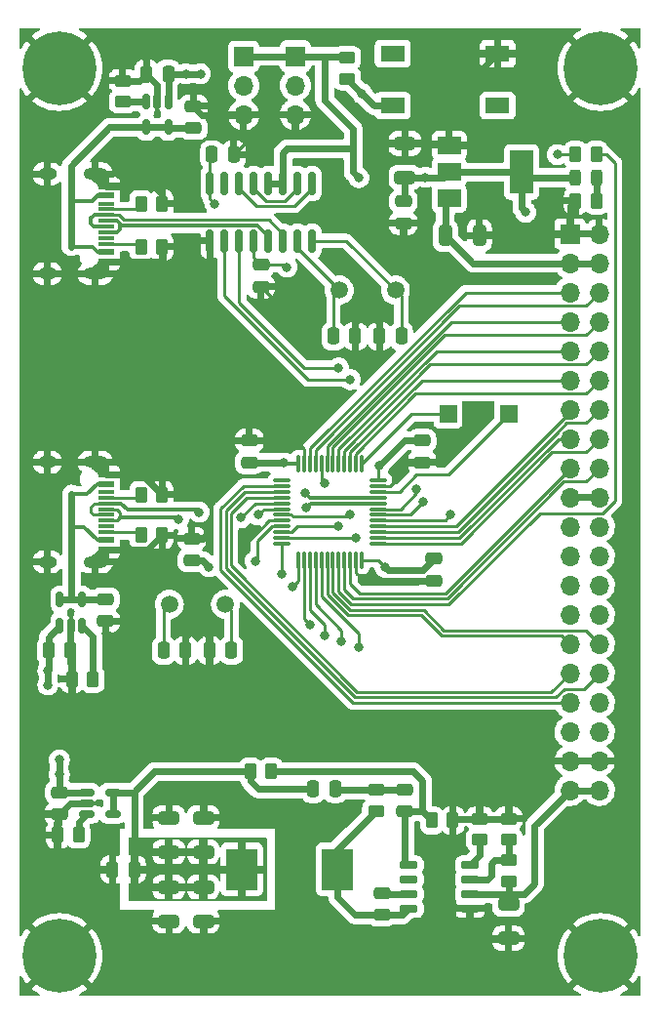
<source format=gtl>
%TF.GenerationSoftware,KiCad,Pcbnew,(6.0.10)*%
%TF.CreationDate,2023-12-29T21:00:03+01:00*%
%TF.ProjectId,Alchemy,416c6368-656d-4792-9e6b-696361645f70,rev?*%
%TF.SameCoordinates,Original*%
%TF.FileFunction,Copper,L1,Top*%
%TF.FilePolarity,Positive*%
%FSLAX46Y46*%
G04 Gerber Fmt 4.6, Leading zero omitted, Abs format (unit mm)*
G04 Created by KiCad (PCBNEW (6.0.10)) date 2023-12-29 21:00:03*
%MOMM*%
%LPD*%
G01*
G04 APERTURE LIST*
G04 Aperture macros list*
%AMRoundRect*
0 Rectangle with rounded corners*
0 $1 Rounding radius*
0 $2 $3 $4 $5 $6 $7 $8 $9 X,Y pos of 4 corners*
0 Add a 4 corners polygon primitive as box body*
4,1,4,$2,$3,$4,$5,$6,$7,$8,$9,$2,$3,0*
0 Add four circle primitives for the rounded corners*
1,1,$1+$1,$2,$3*
1,1,$1+$1,$4,$5*
1,1,$1+$1,$6,$7*
1,1,$1+$1,$8,$9*
0 Add four rect primitives between the rounded corners*
20,1,$1+$1,$2,$3,$4,$5,0*
20,1,$1+$1,$4,$5,$6,$7,0*
20,1,$1+$1,$6,$7,$8,$9,0*
20,1,$1+$1,$8,$9,$2,$3,0*%
G04 Aperture macros list end*
%TA.AperFunction,SMDPad,CuDef*%
%ADD10RoundRect,0.250000X-0.475000X0.250000X-0.475000X-0.250000X0.475000X-0.250000X0.475000X0.250000X0*%
%TD*%
%TA.AperFunction,SMDPad,CuDef*%
%ADD11R,1.450000X0.600000*%
%TD*%
%TA.AperFunction,SMDPad,CuDef*%
%ADD12R,1.450000X0.300000*%
%TD*%
%TA.AperFunction,ComponentPad*%
%ADD13O,1.600000X1.000000*%
%TD*%
%TA.AperFunction,ComponentPad*%
%ADD14O,2.100000X1.000000*%
%TD*%
%TA.AperFunction,SMDPad,CuDef*%
%ADD15RoundRect,0.243750X0.243750X0.456250X-0.243750X0.456250X-0.243750X-0.456250X0.243750X-0.456250X0*%
%TD*%
%TA.AperFunction,SMDPad,CuDef*%
%ADD16RoundRect,0.250000X0.250000X0.475000X-0.250000X0.475000X-0.250000X-0.475000X0.250000X-0.475000X0*%
%TD*%
%TA.AperFunction,SMDPad,CuDef*%
%ADD17R,2.100000X1.400000*%
%TD*%
%TA.AperFunction,SMDPad,CuDef*%
%ADD18RoundRect,0.250000X-0.262500X-0.450000X0.262500X-0.450000X0.262500X0.450000X-0.262500X0.450000X0*%
%TD*%
%TA.AperFunction,ComponentPad*%
%ADD19C,6.400000*%
%TD*%
%TA.AperFunction,SMDPad,CuDef*%
%ADD20RoundRect,0.250000X0.475000X-0.250000X0.475000X0.250000X-0.475000X0.250000X-0.475000X-0.250000X0*%
%TD*%
%TA.AperFunction,SMDPad,CuDef*%
%ADD21RoundRect,0.250000X0.262500X0.450000X-0.262500X0.450000X-0.262500X-0.450000X0.262500X-0.450000X0*%
%TD*%
%TA.AperFunction,SMDPad,CuDef*%
%ADD22R,1.500000X1.500000*%
%TD*%
%TA.AperFunction,SMDPad,CuDef*%
%ADD23R,2.700000X3.600000*%
%TD*%
%TA.AperFunction,SMDPad,CuDef*%
%ADD24RoundRect,0.250000X-0.650000X0.325000X-0.650000X-0.325000X0.650000X-0.325000X0.650000X0.325000X0*%
%TD*%
%TA.AperFunction,SMDPad,CuDef*%
%ADD25RoundRect,0.250000X-0.450000X0.262500X-0.450000X-0.262500X0.450000X-0.262500X0.450000X0.262500X0*%
%TD*%
%TA.AperFunction,ComponentPad*%
%ADD26R,1.700000X1.700000*%
%TD*%
%TA.AperFunction,ComponentPad*%
%ADD27O,1.700000X1.700000*%
%TD*%
%TA.AperFunction,SMDPad,CuDef*%
%ADD28RoundRect,0.250000X-0.250000X-0.475000X0.250000X-0.475000X0.250000X0.475000X-0.250000X0.475000X0*%
%TD*%
%TA.AperFunction,SMDPad,CuDef*%
%ADD29RoundRect,0.250000X0.650000X-0.325000X0.650000X0.325000X-0.650000X0.325000X-0.650000X-0.325000X0*%
%TD*%
%TA.AperFunction,ComponentPad*%
%ADD30C,1.500000*%
%TD*%
%TA.AperFunction,SMDPad,CuDef*%
%ADD31RoundRect,0.250000X0.450000X-0.262500X0.450000X0.262500X-0.450000X0.262500X-0.450000X-0.262500X0*%
%TD*%
%TA.AperFunction,SMDPad,CuDef*%
%ADD32RoundRect,0.150000X-0.512500X-0.150000X0.512500X-0.150000X0.512500X0.150000X-0.512500X0.150000X0*%
%TD*%
%TA.AperFunction,SMDPad,CuDef*%
%ADD33RoundRect,0.150000X0.150000X-0.512500X0.150000X0.512500X-0.150000X0.512500X-0.150000X-0.512500X0*%
%TD*%
%TA.AperFunction,SMDPad,CuDef*%
%ADD34RoundRect,0.075000X-0.662500X-0.075000X0.662500X-0.075000X0.662500X0.075000X-0.662500X0.075000X0*%
%TD*%
%TA.AperFunction,SMDPad,CuDef*%
%ADD35RoundRect,0.075000X-0.075000X-0.662500X0.075000X-0.662500X0.075000X0.662500X-0.075000X0.662500X0*%
%TD*%
%TA.AperFunction,SMDPad,CuDef*%
%ADD36R,2.000000X1.500000*%
%TD*%
%TA.AperFunction,SMDPad,CuDef*%
%ADD37R,2.000000X3.800000*%
%TD*%
%TA.AperFunction,SMDPad,CuDef*%
%ADD38RoundRect,0.150000X0.150000X-0.850000X0.150000X0.850000X-0.150000X0.850000X-0.150000X-0.850000X0*%
%TD*%
%TA.AperFunction,SMDPad,CuDef*%
%ADD39RoundRect,0.150000X0.650000X0.150000X-0.650000X0.150000X-0.650000X-0.150000X0.650000X-0.150000X0*%
%TD*%
%TA.AperFunction,ComponentPad*%
%ADD40C,0.500000*%
%TD*%
%TA.AperFunction,SMDPad,CuDef*%
%ADD41R,2.410000X3.100000*%
%TD*%
%TA.AperFunction,SMDPad,CuDef*%
%ADD42RoundRect,0.150000X-0.150000X0.512500X-0.150000X-0.512500X0.150000X-0.512500X0.150000X0.512500X0*%
%TD*%
%TA.AperFunction,SMDPad,CuDef*%
%ADD43RoundRect,0.250000X-0.325000X-0.650000X0.325000X-0.650000X0.325000X0.650000X-0.325000X0.650000X0*%
%TD*%
%TA.AperFunction,ViaPad*%
%ADD44C,0.800000*%
%TD*%
%TA.AperFunction,Conductor*%
%ADD45C,0.250000*%
%TD*%
%TA.AperFunction,Conductor*%
%ADD46C,0.600000*%
%TD*%
%TA.AperFunction,Conductor*%
%ADD47C,0.300000*%
%TD*%
G04 APERTURE END LIST*
D10*
X159000000Y-102550000D03*
X159000000Y-104450000D03*
D11*
X130545000Y-70250000D03*
X130545000Y-71050000D03*
D12*
X130545000Y-72250000D03*
X130545000Y-73250000D03*
X130545000Y-73750000D03*
X130545000Y-74750000D03*
D11*
X130545000Y-75950000D03*
X130545000Y-76750000D03*
X130545000Y-76750000D03*
X130545000Y-75950000D03*
D12*
X130545000Y-75250000D03*
X130545000Y-74250000D03*
X130545000Y-72750000D03*
X130545000Y-71750000D03*
D11*
X130545000Y-71050000D03*
X130545000Y-70250000D03*
D13*
X125450000Y-77820000D03*
D14*
X129630000Y-69180000D03*
X129630000Y-77820000D03*
D13*
X125450000Y-69180000D03*
D15*
X173187500Y-69500000D03*
X171312500Y-69500000D03*
D16*
X135950000Y-60500000D03*
X134050000Y-60500000D03*
D17*
X164550000Y-63250000D03*
X155450000Y-63250000D03*
X164550000Y-58750000D03*
X155450000Y-58750000D03*
D18*
X133587500Y-100500000D03*
X135412500Y-100500000D03*
D10*
X126500000Y-122800000D03*
X126500000Y-124700000D03*
D19*
X126500000Y-137000000D03*
D18*
X133587500Y-97000000D03*
X135412500Y-97000000D03*
D20*
X156500000Y-124450000D03*
X156500000Y-122550000D03*
D21*
X173162500Y-67500000D03*
X171337500Y-67500000D03*
D22*
X160250000Y-90000000D03*
D23*
X150650000Y-129500000D03*
X142350000Y-129500000D03*
D24*
X139000000Y-125025000D03*
X139000000Y-127975000D03*
D25*
X163000000Y-125087500D03*
X163000000Y-126912500D03*
D26*
X170850000Y-74375000D03*
D27*
X173390000Y-74375000D03*
X170850000Y-76915000D03*
X173390000Y-76915000D03*
X170850000Y-79455000D03*
X173390000Y-79455000D03*
X170850000Y-81995000D03*
X173390000Y-81995000D03*
X170850000Y-84535000D03*
X173390000Y-84535000D03*
X170850000Y-87075000D03*
X173390000Y-87075000D03*
X170850000Y-89615000D03*
X173390000Y-89615000D03*
X170850000Y-92155000D03*
X173390000Y-92155000D03*
X170850000Y-94695000D03*
X173390000Y-94695000D03*
X170850000Y-97235000D03*
X173390000Y-97235000D03*
X170850000Y-99775000D03*
X173390000Y-99775000D03*
X170850000Y-102315000D03*
X173390000Y-102315000D03*
X170850000Y-104855000D03*
X173390000Y-104855000D03*
X170850000Y-107395000D03*
X173390000Y-107395000D03*
X170850000Y-109935000D03*
X173390000Y-109935000D03*
X170850000Y-112475000D03*
X173390000Y-112475000D03*
X170850000Y-115015000D03*
X173390000Y-115015000D03*
X170850000Y-117555000D03*
X173390000Y-117555000D03*
X170850000Y-120095000D03*
X173390000Y-120095000D03*
X170850000Y-122635000D03*
X173390000Y-122635000D03*
D16*
X150450000Y-122500000D03*
X148550000Y-122500000D03*
D28*
X135550000Y-110500000D03*
X137450000Y-110500000D03*
D29*
X139000000Y-133975000D03*
X139000000Y-131025000D03*
D20*
X138140000Y-65211252D03*
X138140000Y-63311252D03*
D30*
X150800000Y-79250000D03*
X155680000Y-79250000D03*
D25*
X165500000Y-128707500D03*
X165500000Y-130532500D03*
D28*
X150300000Y-83250000D03*
X152200000Y-83250000D03*
D21*
X144912500Y-121000000D03*
X143087500Y-121000000D03*
D29*
X136000000Y-133975000D03*
X136000000Y-131025000D03*
D18*
X133587500Y-75500000D03*
X135412500Y-75500000D03*
D26*
X142500000Y-58975000D03*
D27*
X142500000Y-61515000D03*
X142500000Y-64055000D03*
D31*
X154000000Y-124412500D03*
X154000000Y-122587500D03*
D26*
X147000000Y-58960000D03*
D27*
X147000000Y-61500000D03*
X147000000Y-64040000D03*
D28*
X125550000Y-110500000D03*
X127450000Y-110500000D03*
D10*
X156375000Y-71550000D03*
X156375000Y-73450000D03*
D20*
X143000000Y-94200000D03*
X143000000Y-92300000D03*
D32*
X128862500Y-122800000D03*
X128862500Y-123750000D03*
X128862500Y-124700000D03*
X131137500Y-124700000D03*
X131137500Y-122800000D03*
D28*
X139750000Y-67500000D03*
X141650000Y-67500000D03*
D33*
X126550000Y-108337500D03*
X127500000Y-108337500D03*
X128450000Y-108337500D03*
X128450000Y-106062500D03*
X126550000Y-106062500D03*
D18*
X171337500Y-71500000D03*
X173162500Y-71500000D03*
D25*
X151500000Y-59087500D03*
X151500000Y-60912500D03*
D28*
X154300000Y-83250000D03*
X156200000Y-83250000D03*
D11*
X130545000Y-95250000D03*
X130545000Y-96050000D03*
D12*
X130545000Y-97250000D03*
X130545000Y-98250000D03*
X130545000Y-98750000D03*
X130545000Y-99750000D03*
D11*
X130545000Y-100950000D03*
X130545000Y-101750000D03*
X130545000Y-101750000D03*
X130545000Y-100950000D03*
D12*
X130545000Y-100250000D03*
X130545000Y-99250000D03*
X130545000Y-97750000D03*
X130545000Y-96750000D03*
D11*
X130545000Y-96050000D03*
X130545000Y-95250000D03*
D13*
X125450000Y-94180000D03*
X125450000Y-102820000D03*
D14*
X129630000Y-102820000D03*
X129630000Y-94180000D03*
D24*
X136000000Y-125025000D03*
X136000000Y-127975000D03*
D29*
X156500000Y-69475000D03*
X156500000Y-66525000D03*
D34*
X145837500Y-95750000D03*
X145837500Y-96250000D03*
X145837500Y-96750000D03*
X145837500Y-97250000D03*
X145837500Y-97750000D03*
X145837500Y-98250000D03*
X145837500Y-98750000D03*
X145837500Y-99250000D03*
X145837500Y-99750000D03*
X145837500Y-100250000D03*
X145837500Y-100750000D03*
X145837500Y-101250000D03*
D35*
X147250000Y-102662500D03*
X147750000Y-102662500D03*
X148250000Y-102662500D03*
X148750000Y-102662500D03*
X149250000Y-102662500D03*
X149750000Y-102662500D03*
X150250000Y-102662500D03*
X150750000Y-102662500D03*
X151250000Y-102662500D03*
X151750000Y-102662500D03*
X152250000Y-102662500D03*
X152750000Y-102662500D03*
D34*
X154162500Y-101250000D03*
X154162500Y-100750000D03*
X154162500Y-100250000D03*
X154162500Y-99750000D03*
X154162500Y-99250000D03*
X154162500Y-98750000D03*
X154162500Y-98250000D03*
X154162500Y-97750000D03*
X154162500Y-97250000D03*
X154162500Y-96750000D03*
X154162500Y-96250000D03*
X154162500Y-95750000D03*
D35*
X152750000Y-94337500D03*
X152250000Y-94337500D03*
X151750000Y-94337500D03*
X151250000Y-94337500D03*
X150750000Y-94337500D03*
X150250000Y-94337500D03*
X149750000Y-94337500D03*
X149250000Y-94337500D03*
X148750000Y-94337500D03*
X148250000Y-94337500D03*
X147750000Y-94337500D03*
X147250000Y-94337500D03*
D28*
X131100000Y-129500000D03*
X133000000Y-129500000D03*
D21*
X128162500Y-126500000D03*
X126337500Y-126500000D03*
D36*
X160350000Y-66700000D03*
X160350000Y-69000000D03*
D37*
X166650000Y-69000000D03*
D36*
X160350000Y-71300000D03*
D16*
X141450000Y-110500000D03*
X139550000Y-110500000D03*
D10*
X130500000Y-106050000D03*
X130500000Y-107950000D03*
D21*
X160662500Y-125250000D03*
X158837500Y-125250000D03*
D19*
X173500000Y-60000000D03*
D25*
X165500000Y-125087500D03*
X165500000Y-126912500D03*
D30*
X136050000Y-106500000D03*
X140930000Y-106500000D03*
D10*
X154500000Y-131550000D03*
X154500000Y-133450000D03*
D19*
X173500000Y-137000000D03*
D21*
X129412500Y-113000000D03*
X127587500Y-113000000D03*
D38*
X139555000Y-75000000D03*
X140825000Y-75000000D03*
X142095000Y-75000000D03*
X143365000Y-75000000D03*
X144635000Y-75000000D03*
X145905000Y-75000000D03*
X147175000Y-75000000D03*
X148445000Y-75000000D03*
X148445000Y-70000000D03*
X147175000Y-70000000D03*
X145905000Y-70000000D03*
X144635000Y-70000000D03*
X143365000Y-70000000D03*
X142095000Y-70000000D03*
X140825000Y-70000000D03*
X139555000Y-70000000D03*
D39*
X162150000Y-132905000D03*
X162150000Y-131635000D03*
X162150000Y-130365000D03*
X162150000Y-129095000D03*
X156850000Y-129095000D03*
X156850000Y-130365000D03*
X156850000Y-131635000D03*
X156850000Y-132905000D03*
D40*
X158545000Y-129700000D03*
D41*
X159500000Y-131000000D03*
D40*
X158545000Y-132300000D03*
X158545000Y-131000000D03*
X160455000Y-131000000D03*
X160455000Y-129700000D03*
X160455000Y-132300000D03*
D18*
X133587500Y-71750000D03*
X135412500Y-71750000D03*
D10*
X144000000Y-77050000D03*
X144000000Y-78950000D03*
D22*
X165500000Y-90000000D03*
D42*
X135950000Y-62862500D03*
X135000000Y-62862500D03*
X134050000Y-62862500D03*
X134050000Y-65137500D03*
X135950000Y-65137500D03*
D20*
X138000000Y-102700000D03*
X138000000Y-100800000D03*
D19*
X126500000Y-60000000D03*
D10*
X158000000Y-92300000D03*
X158000000Y-94200000D03*
D29*
X165500000Y-135475000D03*
X165500000Y-132525000D03*
D43*
X160025000Y-74500000D03*
X162975000Y-74500000D03*
D31*
X132000000Y-62912500D03*
X132000000Y-61087500D03*
D44*
X154250000Y-94500000D03*
X158275000Y-69475000D03*
X143500000Y-102750000D03*
X167000000Y-72500000D03*
X146000000Y-94250000D03*
X140000000Y-71750000D03*
X152500000Y-69500000D03*
X146250000Y-77250000D03*
X139500000Y-103250000D03*
X154750000Y-103250000D03*
X142262299Y-99000000D03*
X143750000Y-98750000D03*
X150750000Y-99750000D03*
X152250000Y-100750000D03*
X145837500Y-103912500D03*
X146750000Y-105000000D03*
X148250000Y-108250000D03*
X149500000Y-109250000D03*
X151000000Y-109750000D03*
X152500000Y-110250000D03*
X160500000Y-98750000D03*
X147875000Y-96875000D03*
X136844670Y-99094670D03*
X147920091Y-98139865D03*
X138625000Y-98500000D03*
X149500000Y-96000000D03*
X169750000Y-67500000D03*
X151750000Y-98750000D03*
X152793750Y-62206250D03*
X158130862Y-97630862D03*
X150750000Y-86000000D03*
X151762051Y-87012051D03*
X157512299Y-96512299D03*
X136000000Y-123500000D03*
X160750000Y-123750000D03*
X138500000Y-108500000D03*
X139000000Y-123500000D03*
X139000000Y-135500000D03*
X129750000Y-129500000D03*
X163750000Y-135500000D03*
X127750000Y-114750000D03*
X130750000Y-109250000D03*
X162500000Y-66500000D03*
X162250000Y-134000000D03*
X139000000Y-122250000D03*
X167250000Y-135500000D03*
X136000000Y-122250000D03*
X153250000Y-81250000D03*
X146250000Y-81250000D03*
X147250000Y-92500000D03*
X139500000Y-100250000D03*
X126337500Y-128162500D03*
X139500000Y-77000000D03*
X134000000Y-59000000D03*
X156500000Y-75000000D03*
X165500000Y-123750000D03*
X156000000Y-94500000D03*
X154500000Y-66500000D03*
X136000000Y-136750000D03*
X136000000Y-135500000D03*
X153000000Y-104500000D03*
X142500000Y-101500000D03*
X139000000Y-136750000D03*
X125500000Y-113500000D03*
X137500000Y-60500000D03*
X125500000Y-112250000D03*
X126500000Y-120000000D03*
X126500000Y-121250000D03*
X138750000Y-60500000D03*
D45*
X150300000Y-79750000D02*
X150800000Y-79250000D01*
X147175000Y-75000000D02*
X147175000Y-75625000D01*
X150300000Y-83750000D02*
X150300000Y-79750000D01*
X147175000Y-75625000D02*
X150800000Y-79250000D01*
X156200000Y-83750000D02*
X156200000Y-79770000D01*
X151430000Y-75000000D02*
X155680000Y-79250000D01*
X148445000Y-75000000D02*
X151430000Y-75000000D01*
X156200000Y-79770000D02*
X155680000Y-79250000D01*
D46*
X146250000Y-67000000D02*
X152000000Y-67000000D01*
X143000000Y-94200000D02*
X145950000Y-94200000D01*
D45*
X154162500Y-102662500D02*
X152750000Y-102662500D01*
X143725000Y-102525000D02*
X143725000Y-101025000D01*
D46*
X146985000Y-58975000D02*
X147000000Y-58960000D01*
D45*
X146050000Y-77050000D02*
X146250000Y-77250000D01*
D46*
X145905000Y-67345000D02*
X146250000Y-67000000D01*
D45*
X143500000Y-102750000D02*
X143725000Y-102525000D01*
D46*
X160350000Y-69000000D02*
X166650000Y-69000000D01*
D45*
X154162500Y-95750000D02*
X154162500Y-94587500D01*
D46*
X158275000Y-69475000D02*
X159875000Y-69475000D01*
X159875000Y-69475000D02*
X160350000Y-69000000D01*
D45*
X145000000Y-99750000D02*
X145837500Y-99750000D01*
D46*
X142500000Y-58975000D02*
X146985000Y-58975000D01*
X152000000Y-67000000D02*
X152000000Y-65250000D01*
X156500000Y-71425000D02*
X156375000Y-71550000D01*
X152000000Y-69000000D02*
X152000000Y-67000000D01*
X166650000Y-69000000D02*
X166650000Y-72150000D01*
X155000000Y-103500000D02*
X158050000Y-103500000D01*
D47*
X147250000Y-94337500D02*
X146087500Y-94337500D01*
D45*
X139555000Y-70000000D02*
X139555000Y-67695000D01*
D46*
X156500000Y-69475000D02*
X158275000Y-69475000D01*
X154750000Y-103250000D02*
X155000000Y-103500000D01*
D45*
X154162500Y-94587500D02*
X154250000Y-94500000D01*
D46*
X144635000Y-70000000D02*
X145905000Y-70000000D01*
D45*
X139555000Y-67695000D02*
X139750000Y-67500000D01*
X154750000Y-103250000D02*
X154162500Y-102662500D01*
D46*
X152500000Y-69500000D02*
X152000000Y-69000000D01*
X149540000Y-58960000D02*
X151372500Y-58960000D01*
X147000000Y-58960000D02*
X149540000Y-58960000D01*
X152000000Y-65250000D02*
X149540000Y-62790000D01*
X138950000Y-102700000D02*
X139500000Y-103250000D01*
D45*
X143365000Y-76415000D02*
X144000000Y-77050000D01*
D46*
X156500000Y-69475000D02*
X156500000Y-71425000D01*
D45*
X139555000Y-70000000D02*
X139555000Y-71305000D01*
D46*
X151372500Y-58960000D02*
X151500000Y-59087500D01*
X145950000Y-94200000D02*
X146000000Y-94250000D01*
X158000000Y-92300000D02*
X156450000Y-92300000D01*
X171312500Y-69500000D02*
X167150000Y-69500000D01*
X138000000Y-102700000D02*
X138950000Y-102700000D01*
X145905000Y-70000000D02*
X145905000Y-67345000D01*
D45*
X143725000Y-101025000D02*
X145000000Y-99750000D01*
D47*
X146087500Y-94337500D02*
X146000000Y-94250000D01*
D46*
X149540000Y-62790000D02*
X149540000Y-58960000D01*
X158050000Y-103500000D02*
X159000000Y-102550000D01*
X156450000Y-92300000D02*
X154250000Y-94500000D01*
X167150000Y-69500000D02*
X166650000Y-69000000D01*
D45*
X143365000Y-75000000D02*
X143365000Y-76415000D01*
D46*
X166650000Y-72150000D02*
X167000000Y-72500000D01*
D45*
X144000000Y-77050000D02*
X146050000Y-77050000D01*
X139555000Y-71305000D02*
X140000000Y-71750000D01*
X135550000Y-107000000D02*
X136050000Y-106500000D01*
X135550000Y-110500000D02*
X135550000Y-107000000D01*
X142262299Y-99000000D02*
X143512299Y-97750000D01*
X143512299Y-97750000D02*
X145837500Y-97750000D01*
X143750000Y-98750000D02*
X144250000Y-98250000D01*
X144250000Y-98250000D02*
X145837500Y-98250000D01*
X141450000Y-107020000D02*
X140930000Y-106500000D01*
X141450000Y-110500000D02*
X141450000Y-107020000D01*
D46*
X173162500Y-71500000D02*
X173162500Y-69525000D01*
X173162500Y-69525000D02*
X173187500Y-69500000D01*
D45*
X148250000Y-92977208D02*
X148250000Y-94337500D01*
X161772208Y-79455000D02*
X148250000Y-92977208D01*
X170850000Y-79455000D02*
X161772208Y-79455000D01*
X172215000Y-80630000D02*
X161233604Y-80630000D01*
X173390000Y-79455000D02*
X172215000Y-80630000D01*
X148750000Y-93113604D02*
X148750000Y-94337500D01*
X161233604Y-80630000D02*
X148750000Y-93113604D01*
X160511497Y-81995000D02*
X149750000Y-92756497D01*
X170850000Y-81995000D02*
X160511497Y-81995000D01*
X149750000Y-92756497D02*
X149750000Y-94337500D01*
X150250000Y-92892893D02*
X150250000Y-94337500D01*
X159972893Y-83170000D02*
X150250000Y-92892893D01*
X173390000Y-81995000D02*
X172215000Y-83170000D01*
X172215000Y-83170000D02*
X159972893Y-83170000D01*
X159244289Y-84535000D02*
X150750000Y-93029289D01*
X150750000Y-93029289D02*
X150750000Y-94337500D01*
X170850000Y-84535000D02*
X159244289Y-84535000D01*
X158705685Y-85710000D02*
X151250000Y-93165685D01*
X173390000Y-84535000D02*
X172215000Y-85710000D01*
X172215000Y-85710000D02*
X158705685Y-85710000D01*
X151250000Y-93165685D02*
X151250000Y-94337500D01*
X157977081Y-87075000D02*
X151750000Y-93302081D01*
X151750000Y-93302081D02*
X151750000Y-94337500D01*
X170850000Y-87075000D02*
X157977081Y-87075000D01*
X152250000Y-93438477D02*
X152250000Y-94337500D01*
X157438477Y-88250000D02*
X152250000Y-93438477D01*
X172215000Y-88250000D02*
X157438477Y-88250000D01*
X173390000Y-87075000D02*
X172215000Y-88250000D01*
X170850000Y-89615000D02*
X170850000Y-90150000D01*
X160977208Y-99750000D02*
X154162500Y-99750000D01*
X169208604Y-91498299D02*
X169208604Y-91518604D01*
X170366903Y-90340000D02*
X169208604Y-91498299D01*
X170850000Y-90150000D02*
X170660000Y-90340000D01*
X170660000Y-90340000D02*
X170366903Y-90340000D01*
X169208604Y-91518604D02*
X160977208Y-99750000D01*
X172215000Y-90790000D02*
X170553299Y-90790000D01*
X170553299Y-90790000D02*
X169658604Y-91684695D01*
X169658604Y-91684695D02*
X169658604Y-91705000D01*
X169658604Y-91705000D02*
X161113604Y-100250000D01*
X161113604Y-100250000D02*
X154162500Y-100250000D01*
X173390000Y-89615000D02*
X172215000Y-90790000D01*
X161250000Y-100750000D02*
X169845000Y-92155000D01*
X154162500Y-100750000D02*
X161250000Y-100750000D01*
X169845000Y-92155000D02*
X170850000Y-92155000D01*
X169306396Y-93330000D02*
X172215000Y-93330000D01*
X172215000Y-93330000D02*
X173390000Y-92155000D01*
X161386396Y-101250000D02*
X169306396Y-93330000D01*
X154162500Y-101250000D02*
X161386396Y-101250000D01*
X159995000Y-105550000D02*
X152550000Y-105550000D01*
X151750000Y-104750000D02*
X151750000Y-102662500D01*
X170850000Y-94695000D02*
X159995000Y-105550000D01*
X152550000Y-105550000D02*
X151750000Y-104750000D01*
X152000000Y-106000000D02*
X151250000Y-105250000D01*
X170311396Y-95870000D02*
X160181396Y-106000000D01*
X173390000Y-94695000D02*
X172215000Y-95870000D01*
X172215000Y-95870000D02*
X170311396Y-95870000D01*
X151250000Y-105250000D02*
X151250000Y-102662500D01*
X160181396Y-106000000D02*
X152000000Y-106000000D01*
X147140685Y-99750000D02*
X146640685Y-100250000D01*
X146640685Y-100250000D02*
X145837500Y-100250000D01*
X150750000Y-99750000D02*
X147140685Y-99750000D01*
X152250000Y-100750000D02*
X145837500Y-100750000D01*
X145837500Y-103912500D02*
X145837500Y-101250000D01*
X147250000Y-104500000D02*
X146750000Y-105000000D01*
X147250000Y-102662500D02*
X147250000Y-104500000D01*
X148250000Y-108250000D02*
X147750000Y-107750000D01*
X147750000Y-107750000D02*
X147750000Y-102662500D01*
X149500000Y-109250000D02*
X149500000Y-108250000D01*
X148250000Y-107000000D02*
X148250000Y-102662500D01*
X149500000Y-108250000D02*
X148250000Y-107000000D01*
X151000000Y-109750000D02*
X151000000Y-108750000D01*
X148750000Y-106500000D02*
X148750000Y-102662500D01*
X151000000Y-108750000D02*
X148750000Y-106500000D01*
X152500000Y-110250000D02*
X152500000Y-109045584D01*
X149250000Y-105795584D02*
X149250000Y-102662500D01*
X152500000Y-109045584D02*
X149250000Y-105795584D01*
X157950000Y-107450000D02*
X151540812Y-107450000D01*
X159710000Y-109210000D02*
X157950000Y-107450000D01*
X149750000Y-105659188D02*
X149750000Y-102662500D01*
X170850000Y-109935000D02*
X170125000Y-109210000D01*
X151540812Y-107450000D02*
X149750000Y-105659188D01*
X170125000Y-109210000D02*
X159710000Y-109210000D01*
X150250000Y-105522792D02*
X150250000Y-102662500D01*
X172215000Y-108760000D02*
X159896396Y-108760000D01*
X151727208Y-107000000D02*
X150250000Y-105522792D01*
X158136396Y-107000000D02*
X151727208Y-107000000D01*
X159896396Y-108760000D02*
X158136396Y-107000000D01*
X173390000Y-109935000D02*
X172215000Y-108760000D01*
X169210000Y-114115000D02*
X152365000Y-114115000D01*
X170850000Y-112475000D02*
X169210000Y-114115000D01*
X141400000Y-98600000D02*
X142750000Y-97250000D01*
X141400000Y-103150000D02*
X141400000Y-98600000D01*
X142750000Y-97250000D02*
X145837500Y-97250000D01*
X152365000Y-114115000D02*
X141400000Y-103150000D01*
X140950000Y-103336396D02*
X140950000Y-98413604D01*
X170363299Y-113840000D02*
X169638299Y-114565000D01*
X152178604Y-114565000D02*
X140950000Y-103336396D01*
X140950000Y-98413604D02*
X142613604Y-96750000D01*
X169638299Y-114565000D02*
X152178604Y-114565000D01*
X173390000Y-112475000D02*
X172025000Y-113840000D01*
X142613604Y-96750000D02*
X145837500Y-96750000D01*
X172025000Y-113840000D02*
X170363299Y-113840000D01*
X140500000Y-103522792D02*
X140500000Y-98227208D01*
X142477208Y-96250000D02*
X145837500Y-96250000D01*
X140500000Y-98227208D02*
X142477208Y-96250000D01*
X170850000Y-115015000D02*
X151992208Y-115015000D01*
X151992208Y-115015000D02*
X140500000Y-103522792D01*
X160500000Y-98750000D02*
X160000000Y-99250000D01*
X160000000Y-99250000D02*
X154162500Y-99250000D01*
X130545000Y-97250000D02*
X133337500Y-97250000D01*
X133337500Y-97250000D02*
X133587500Y-97000000D01*
X130545000Y-99250000D02*
X131500000Y-99250000D01*
D47*
X148250000Y-97250000D02*
X154162500Y-97250000D01*
D45*
X131500000Y-99250000D02*
X131750000Y-99000000D01*
D47*
X136750000Y-99000000D02*
X131750000Y-99000000D01*
D45*
X131750000Y-98500000D02*
X131750000Y-99000000D01*
D47*
X136844670Y-99094670D02*
X136750000Y-99000000D01*
D45*
X131500000Y-98250000D02*
X131750000Y-98500000D01*
D47*
X147875000Y-96875000D02*
X148250000Y-97250000D01*
D45*
X130545000Y-98250000D02*
X131500000Y-98250000D01*
X129520000Y-97750000D02*
X129250000Y-98020000D01*
D47*
X138625000Y-98500000D02*
X138428248Y-98303248D01*
X132433578Y-98303248D02*
X131880330Y-97750000D01*
X138428248Y-98303248D02*
X132433578Y-98303248D01*
D45*
X130545000Y-97750000D02*
X129520000Y-97750000D01*
D47*
X147920091Y-98139865D02*
X148309956Y-97750000D01*
X130545000Y-97750000D02*
X131880330Y-97750000D01*
D45*
X129250000Y-98020000D02*
X129250000Y-98500000D01*
X129250000Y-98500000D02*
X129500000Y-98750000D01*
D47*
X148309956Y-97750000D02*
X154162500Y-97750000D01*
D45*
X129500000Y-98750000D02*
X130545000Y-98750000D01*
X133337500Y-100250000D02*
X133587500Y-100500000D01*
X130545000Y-100250000D02*
X133337500Y-100250000D01*
X130545000Y-72250000D02*
X133087500Y-72250000D01*
X133087500Y-72250000D02*
X133587500Y-71750000D01*
D47*
X130545000Y-74250000D02*
X131500000Y-74250000D01*
X131750000Y-74000000D02*
X131750000Y-73750000D01*
X131850000Y-73650000D02*
X143722107Y-73650000D01*
X131750000Y-73750000D02*
X131850000Y-73650000D01*
X144635000Y-74562893D02*
X144635000Y-75000000D01*
X131750000Y-73500000D02*
X131500000Y-73250000D01*
X143722107Y-73650000D02*
X144635000Y-74562893D01*
X131500000Y-74250000D02*
X131750000Y-74000000D01*
X131500000Y-73250000D02*
X130545000Y-73250000D01*
X131750000Y-73750000D02*
X131750000Y-73500000D01*
D45*
X132096752Y-73175000D02*
X144675000Y-73175000D01*
X130545000Y-72750000D02*
X131671752Y-72750000D01*
D47*
X129250000Y-73500000D02*
X129500000Y-73750000D01*
X130545000Y-72750000D02*
X129520000Y-72750000D01*
X129270000Y-73000000D02*
X129250000Y-73000000D01*
D45*
X131671752Y-72750000D02*
X132096752Y-73175000D01*
D47*
X129250000Y-73000000D02*
X129250000Y-73500000D01*
X129520000Y-72750000D02*
X129270000Y-73000000D01*
D45*
X145905000Y-74405000D02*
X145905000Y-75000000D01*
D47*
X129500000Y-73750000D02*
X130545000Y-73750000D01*
D45*
X144675000Y-73175000D02*
X145905000Y-74405000D01*
X130545000Y-75250000D02*
X133337500Y-75250000D01*
X133337500Y-75250000D02*
X133587500Y-75500000D01*
X149250000Y-95750000D02*
X149500000Y-96000000D01*
X149250000Y-94337500D02*
X149250000Y-95750000D01*
X171337500Y-67500000D02*
X169750000Y-67500000D01*
X151635135Y-98864865D02*
X146755550Y-98864865D01*
X146640685Y-98750000D02*
X145837500Y-98750000D01*
D46*
X153837500Y-63250000D02*
X155450000Y-63250000D01*
D45*
X146755550Y-98864865D02*
X146640685Y-98750000D01*
D46*
X151500000Y-60912500D02*
X152793750Y-62206250D01*
X152793750Y-62206250D02*
X153837500Y-63250000D01*
D45*
X151750000Y-98750000D02*
X151635135Y-98864865D01*
X174000000Y-67500000D02*
X174750000Y-68250000D01*
X173686701Y-98600000D02*
X168217792Y-98600000D01*
X150750000Y-105386396D02*
X150750000Y-102662500D01*
X168217792Y-98600000D02*
X160317792Y-106500000D01*
X151863604Y-106500000D02*
X150750000Y-105386396D01*
X173162500Y-67500000D02*
X174000000Y-67500000D01*
X174750000Y-68250000D02*
X174750000Y-97536701D01*
X160317792Y-106500000D02*
X151863604Y-106500000D01*
X174750000Y-97536701D02*
X173686701Y-98600000D01*
D47*
X130545000Y-75950000D02*
X129798444Y-75950000D01*
D46*
X127500000Y-71500000D02*
X127500000Y-75500000D01*
X127500000Y-68500000D02*
X127500000Y-71500000D01*
D47*
X130545000Y-71050000D02*
X129798444Y-71050000D01*
D45*
X136023752Y-65211252D02*
X135950000Y-65137500D01*
D46*
X130862500Y-65137500D02*
X127500000Y-68500000D01*
X135950000Y-65137500D02*
X134050000Y-65137500D01*
D47*
X129348444Y-71500000D02*
X127500000Y-71500000D01*
X129798444Y-71050000D02*
X129348444Y-71500000D01*
D46*
X134050000Y-65137500D02*
X130862500Y-65137500D01*
X138140000Y-65211252D02*
X136023752Y-65211252D01*
D47*
X129348444Y-75500000D02*
X127500000Y-75500000D01*
X129798444Y-75950000D02*
X129348444Y-75500000D01*
D46*
X127562500Y-106062500D02*
X126550000Y-106062500D01*
D47*
X130545000Y-96050000D02*
X129798444Y-96050000D01*
D46*
X128450000Y-106062500D02*
X127562500Y-106062500D01*
X127562500Y-99812500D02*
X127562500Y-96937500D01*
D47*
X130545000Y-100950000D02*
X129798444Y-100950000D01*
X129798444Y-100950000D02*
X128660944Y-99812500D01*
X128910944Y-96937500D02*
X127562500Y-96937500D01*
D46*
X130500000Y-106050000D02*
X128462500Y-106050000D01*
X128462500Y-106050000D02*
X128450000Y-106062500D01*
X127562500Y-106062500D02*
X127562500Y-99812500D01*
D47*
X129798444Y-96050000D02*
X128910944Y-96937500D01*
X128660944Y-99812500D02*
X127562500Y-99812500D01*
D45*
X150750000Y-86000000D02*
X147750000Y-86000000D01*
X142095000Y-80345000D02*
X142095000Y-75000000D01*
X147750000Y-86000000D02*
X142095000Y-80345000D01*
X157011724Y-98750000D02*
X154162500Y-98750000D01*
X158130862Y-97630862D02*
X157011724Y-98750000D01*
X157512299Y-96512299D02*
X157512299Y-96851305D01*
X148125655Y-87012051D02*
X140825000Y-79711396D01*
X140825000Y-79711396D02*
X140825000Y-75000000D01*
X156113604Y-98250000D02*
X154162500Y-98250000D01*
X157512299Y-96851305D02*
X156113604Y-98250000D01*
X151762051Y-87012051D02*
X148125655Y-87012051D01*
X146896751Y-71950000D02*
X148445000Y-70401751D01*
X142095000Y-70401751D02*
X143643249Y-71950000D01*
X143643249Y-71950000D02*
X146896751Y-71950000D01*
X148445000Y-70401751D02*
X148445000Y-70000000D01*
X142095000Y-70000000D02*
X142095000Y-70401751D01*
X143365000Y-70401751D02*
X144463249Y-71500000D01*
X147175000Y-70401751D02*
X147175000Y-70000000D01*
X144463249Y-71500000D02*
X146076751Y-71500000D01*
X143365000Y-70000000D02*
X143365000Y-70401751D01*
X146076751Y-71500000D02*
X147175000Y-70401751D01*
D46*
X134750000Y-121000000D02*
X143087500Y-121000000D01*
X131137500Y-122800000D02*
X132950000Y-122800000D01*
X139000000Y-131025000D02*
X136000000Y-131025000D01*
X148550000Y-122500000D02*
X143750000Y-122500000D01*
X132950000Y-122800000D02*
X133000000Y-122750000D01*
X139000000Y-129500000D02*
X139000000Y-131025000D01*
X139000000Y-129500000D02*
X136000000Y-129500000D01*
X133000000Y-129500000D02*
X136000000Y-129500000D01*
X136000000Y-129500000D02*
X136000000Y-131025000D01*
X131137500Y-124700000D02*
X131137500Y-122800000D01*
X136000000Y-127975000D02*
X136000000Y-129500000D01*
X133000000Y-122750000D02*
X134750000Y-121000000D01*
X133000000Y-129500000D02*
X133000000Y-122750000D01*
X143750000Y-122500000D02*
X143087500Y-121837500D01*
X139000000Y-127975000D02*
X136000000Y-127975000D01*
X142350000Y-129500000D02*
X139000000Y-129500000D01*
X139000000Y-127975000D02*
X139000000Y-129500000D01*
X143087500Y-121837500D02*
X143087500Y-121000000D01*
D45*
X157087500Y-90000000D02*
X160250000Y-90000000D01*
X152750000Y-94337500D02*
X157087500Y-90000000D01*
X160250000Y-95250000D02*
X165500000Y-90000000D01*
X156025305Y-96750000D02*
X157525305Y-95250000D01*
X154162500Y-96750000D02*
X156025305Y-96750000D01*
X157525305Y-95250000D02*
X160250000Y-95250000D01*
D46*
X129412500Y-109300000D02*
X129412500Y-113000000D01*
X128450000Y-108337500D02*
X129412500Y-109300000D01*
D45*
X134000000Y-62912500D02*
X134050000Y-62862500D01*
D46*
X132000000Y-62912500D02*
X134000000Y-62912500D01*
X128162500Y-126500000D02*
X128162500Y-125400000D01*
X128162500Y-125400000D02*
X128862500Y-124700000D01*
X154000000Y-124412500D02*
X150650000Y-127762500D01*
X152200000Y-133450000D02*
X150650000Y-131900000D01*
X154500000Y-133450000D02*
X152200000Y-133450000D01*
X150650000Y-131900000D02*
X150650000Y-129500000D01*
X150650000Y-127762500D02*
X150650000Y-129500000D01*
X156305000Y-133450000D02*
X156850000Y-132905000D01*
X154500000Y-133450000D02*
X156305000Y-133450000D01*
X164000000Y-129000000D02*
X164000000Y-130000000D01*
X165500000Y-128707500D02*
X164292500Y-128707500D01*
X165500000Y-128707500D02*
X165500000Y-126912500D01*
X163635000Y-130365000D02*
X164000000Y-130000000D01*
X164292500Y-128707500D02*
X164000000Y-129000000D01*
X162150000Y-130365000D02*
X163635000Y-130365000D01*
X162150000Y-129095000D02*
X163000000Y-128245000D01*
X163000000Y-128245000D02*
X163000000Y-126912500D01*
X156500000Y-124450000D02*
X156500000Y-128745000D01*
X144912500Y-121000000D02*
X157212500Y-121000000D01*
X157212500Y-121000000D02*
X158037500Y-121825000D01*
X156500000Y-124450000D02*
X158037500Y-124450000D01*
X156500000Y-128745000D02*
X156850000Y-129095000D01*
X158037500Y-121825000D02*
X158037500Y-124450000D01*
X158037500Y-124450000D02*
X158837500Y-125250000D01*
X156850000Y-131635000D02*
X154585000Y-131635000D01*
X154585000Y-131635000D02*
X154500000Y-131550000D01*
X153050000Y-104450000D02*
X153000000Y-104500000D01*
X136000000Y-133975000D02*
X136000000Y-136750000D01*
X126337500Y-126500000D02*
X126337500Y-124862500D01*
X162500000Y-60800000D02*
X162500000Y-66500000D01*
X171337500Y-71500000D02*
X170850000Y-71987500D01*
X134750000Y-70250000D02*
X135412500Y-70912500D01*
X130545000Y-76750000D02*
X135250000Y-76750000D01*
X127587500Y-114587500D02*
X127750000Y-114750000D01*
D45*
X153250000Y-81250000D02*
X152200000Y-82300000D01*
D46*
X156300000Y-94200000D02*
X156000000Y-94500000D01*
X138000000Y-100800000D02*
X138950000Y-100800000D01*
D45*
X156000000Y-94500000D02*
X156000000Y-95500000D01*
D46*
X130545000Y-70250000D02*
X134750000Y-70250000D01*
D45*
X152250000Y-103750000D02*
X153000000Y-104500000D01*
D46*
X135000000Y-61450000D02*
X134050000Y-60500000D01*
X126337500Y-126500000D02*
X126337500Y-128162500D01*
X128862500Y-123750000D02*
X127450000Y-123750000D01*
X170850000Y-71987500D02*
X170850000Y-74375000D01*
X129630000Y-102665000D02*
X130545000Y-101750000D01*
X162150000Y-133900000D02*
X162250000Y-134000000D01*
X130545000Y-101750000D02*
X134162500Y-101750000D01*
X132000000Y-61087500D02*
X133462500Y-61087500D01*
D45*
X147750000Y-93000000D02*
X147250000Y-92500000D01*
D46*
X129630000Y-94335000D02*
X130545000Y-95250000D01*
X133662500Y-95250000D02*
X135412500Y-97000000D01*
D45*
X134050000Y-59050000D02*
X134000000Y-59000000D01*
D46*
X162975000Y-74500000D02*
X163100000Y-74375000D01*
X160350000Y-66700000D02*
X162300000Y-66700000D01*
X143000000Y-92300000D02*
X147050000Y-92300000D01*
D45*
X154300000Y-82300000D02*
X154300000Y-83750000D01*
D46*
X156375000Y-73450000D02*
X156375000Y-74875000D01*
X162300000Y-66700000D02*
X162500000Y-66500000D01*
X135250000Y-76750000D02*
X135500000Y-76500000D01*
D45*
X142500000Y-101500000D02*
X144750000Y-99250000D01*
D46*
X127587500Y-110637500D02*
X127450000Y-110500000D01*
X127587500Y-113000000D02*
X127587500Y-114587500D01*
X130545000Y-95250000D02*
X133662500Y-95250000D01*
X165500000Y-125087500D02*
X165500000Y-123750000D01*
X163000000Y-125087500D02*
X160825000Y-125087500D01*
X156500000Y-66525000D02*
X154525000Y-66525000D01*
D45*
X156000000Y-95500000D02*
X155250000Y-96250000D01*
D46*
X134050000Y-60500000D02*
X134050000Y-59050000D01*
X162150000Y-132905000D02*
X162150000Y-133900000D01*
D45*
X139550000Y-109550000D02*
X138500000Y-108500000D01*
D46*
X165475000Y-135500000D02*
X165500000Y-135475000D01*
X127450000Y-108387500D02*
X127500000Y-108337500D01*
X130500000Y-107950000D02*
X130500000Y-109000000D01*
D45*
X139555000Y-75000000D02*
X139555000Y-76945000D01*
X141650000Y-67500000D02*
X142500000Y-66650000D01*
X139550000Y-109550000D02*
X139550000Y-110500000D01*
X137450000Y-109550000D02*
X137450000Y-110500000D01*
D46*
X131100000Y-129500000D02*
X129750000Y-129500000D01*
X139000000Y-125025000D02*
X139000000Y-122250000D01*
D45*
X144750000Y-99250000D02*
X145837500Y-99250000D01*
D46*
X165500000Y-125087500D02*
X163000000Y-125087500D01*
X136000000Y-125025000D02*
X136000000Y-122250000D01*
X159000000Y-104450000D02*
X153050000Y-104450000D01*
X133462500Y-61087500D02*
X134050000Y-60500000D01*
X163750000Y-135500000D02*
X165475000Y-135500000D01*
X160662500Y-123837500D02*
X160750000Y-123750000D01*
X163100000Y-74375000D02*
X170850000Y-74375000D01*
D45*
X152250000Y-102662500D02*
X152250000Y-103750000D01*
D46*
X160662500Y-125250000D02*
X160662500Y-123837500D01*
X129630000Y-69335000D02*
X130545000Y-70250000D01*
D45*
X152200000Y-82300000D02*
X152200000Y-83750000D01*
X146250000Y-81250000D02*
X146250000Y-81200000D01*
D46*
X138883748Y-64055000D02*
X142500000Y-64055000D01*
D45*
X142500000Y-66650000D02*
X142500000Y-64055000D01*
D46*
X129630000Y-102820000D02*
X129630000Y-102665000D01*
X138140000Y-63311252D02*
X138883748Y-64055000D01*
X160175000Y-66525000D02*
X160350000Y-66700000D01*
X164550000Y-58750000D02*
X162500000Y-60800000D01*
X135500000Y-76500000D02*
X135500000Y-75587500D01*
X158000000Y-94200000D02*
X156300000Y-94200000D01*
X127450000Y-123750000D02*
X126500000Y-124700000D01*
X135412500Y-70912500D02*
X135412500Y-71750000D01*
X147050000Y-92300000D02*
X147250000Y-92500000D01*
X135000000Y-62862500D02*
X135000000Y-61450000D01*
X129630000Y-94180000D02*
X129630000Y-94335000D01*
X135500000Y-75587500D02*
X135412500Y-75500000D01*
X165500000Y-135475000D02*
X167225000Y-135475000D01*
D45*
X146250000Y-81200000D02*
X144000000Y-78950000D01*
D46*
X126337500Y-124862500D02*
X126500000Y-124700000D01*
X129630000Y-69180000D02*
X129630000Y-69335000D01*
X160825000Y-125087500D02*
X160662500Y-125250000D01*
X156375000Y-74875000D02*
X156500000Y-75000000D01*
X127587500Y-113000000D02*
X127587500Y-110637500D01*
X139000000Y-133975000D02*
X139000000Y-136750000D01*
X129630000Y-77820000D02*
X129630000Y-77665000D01*
X127450000Y-110500000D02*
X127450000Y-108387500D01*
X167225000Y-135475000D02*
X167250000Y-135500000D01*
D45*
X137450000Y-109550000D02*
X138500000Y-108500000D01*
X153250000Y-81250000D02*
X154300000Y-82300000D01*
X147750000Y-94337500D02*
X147750000Y-93000000D01*
D46*
X129630000Y-77820000D02*
X125450000Y-77820000D01*
X156500000Y-66525000D02*
X160175000Y-66525000D01*
X134162500Y-101750000D02*
X135412500Y-100500000D01*
X129630000Y-94180000D02*
X125450000Y-94180000D01*
X154525000Y-66525000D02*
X154500000Y-66500000D01*
X162250000Y-134000000D02*
X163750000Y-135500000D01*
X130500000Y-109000000D02*
X130750000Y-109250000D01*
X138950000Y-100800000D02*
X139500000Y-100250000D01*
X129630000Y-77665000D02*
X130545000Y-76750000D01*
D45*
X139555000Y-76945000D02*
X139500000Y-77000000D01*
X155250000Y-96250000D02*
X154162500Y-96250000D01*
D46*
X170850000Y-122635000D02*
X167750000Y-125735000D01*
X165500000Y-130532500D02*
X165500000Y-131500000D01*
X165500000Y-132525000D02*
X165500000Y-131770000D01*
X165500000Y-131500000D02*
X165365000Y-131635000D01*
X162150000Y-131635000D02*
X165365000Y-131635000D01*
X166865000Y-131635000D02*
X165365000Y-131635000D01*
X167750000Y-130750000D02*
X166865000Y-131635000D01*
X165500000Y-131770000D02*
X165365000Y-131635000D01*
X167750000Y-125735000D02*
X167750000Y-130750000D01*
X173390000Y-122635000D02*
X170850000Y-122635000D01*
X154000000Y-122587500D02*
X150537500Y-122587500D01*
X156500000Y-122550000D02*
X154037500Y-122550000D01*
X150537500Y-122587500D02*
X150450000Y-122500000D01*
X154037500Y-122550000D02*
X154000000Y-122587500D01*
X160025000Y-74500000D02*
X160025000Y-71625000D01*
X173390000Y-76915000D02*
X170850000Y-76915000D01*
X125550000Y-112200000D02*
X125500000Y-112250000D01*
X128862500Y-122800000D02*
X126500000Y-122800000D01*
X125550000Y-110500000D02*
X125550000Y-109337500D01*
X135950000Y-62862500D02*
X135950000Y-60500000D01*
X160025000Y-71625000D02*
X160350000Y-71300000D01*
X126500000Y-121250000D02*
X126500000Y-120000000D01*
X137500000Y-60500000D02*
X135950000Y-60500000D01*
X162440000Y-76915000D02*
X160025000Y-74500000D01*
X125550000Y-109337500D02*
X126550000Y-108337500D01*
X125500000Y-112250000D02*
X125500000Y-113500000D01*
X137500000Y-60500000D02*
X138750000Y-60500000D01*
X125550000Y-110500000D02*
X125550000Y-112200000D01*
X170850000Y-76915000D02*
X162440000Y-76915000D01*
X126500000Y-122800000D02*
X126500000Y-121250000D01*
%TA.AperFunction,Conductor*%
G36*
X125329862Y-125888710D02*
G01*
X125326995Y-125902086D01*
X125317328Y-125996438D01*
X125317000Y-126002855D01*
X125317000Y-126181885D01*
X125321475Y-126197124D01*
X125322865Y-126198329D01*
X125330548Y-126200000D01*
X126511500Y-126200000D01*
X126579621Y-126220002D01*
X126626114Y-126273658D01*
X126637500Y-126326000D01*
X126637500Y-127689884D01*
X126641975Y-127705123D01*
X126643365Y-127706328D01*
X126650288Y-127707834D01*
X126653614Y-127707662D01*
X126749206Y-127697743D01*
X126762600Y-127694851D01*
X126916784Y-127643412D01*
X126929962Y-127637239D01*
X127067807Y-127551937D01*
X127079208Y-127542901D01*
X127160430Y-127461538D01*
X127222713Y-127427459D01*
X127293533Y-127432462D01*
X127338620Y-127461383D01*
X127421512Y-127544130D01*
X127421517Y-127544134D01*
X127426697Y-127549305D01*
X127432927Y-127553145D01*
X127432928Y-127553146D01*
X127570288Y-127637816D01*
X127577262Y-127642115D01*
X127616963Y-127655283D01*
X127738611Y-127695632D01*
X127738613Y-127695632D01*
X127745139Y-127697797D01*
X127751975Y-127698497D01*
X127751978Y-127698498D01*
X127795031Y-127702909D01*
X127849600Y-127708500D01*
X128475400Y-127708500D01*
X128478646Y-127708163D01*
X128478650Y-127708163D01*
X128574308Y-127698238D01*
X128574312Y-127698237D01*
X128581166Y-127697526D01*
X128587702Y-127695345D01*
X128587704Y-127695345D01*
X128728705Y-127648303D01*
X128748946Y-127641550D01*
X128899348Y-127548478D01*
X129024305Y-127423303D01*
X129077664Y-127336739D01*
X129113275Y-127278968D01*
X129113276Y-127278966D01*
X129117115Y-127272738D01*
X129172797Y-127104861D01*
X129183500Y-127000400D01*
X129183500Y-125999600D01*
X129183163Y-125996350D01*
X129173238Y-125900692D01*
X129173237Y-125900688D01*
X129172526Y-125893834D01*
X129161669Y-125861290D01*
X129124539Y-125750000D01*
X131750000Y-125750000D01*
X131750000Y-128184496D01*
X131729998Y-128252617D01*
X131676342Y-128299110D01*
X131606068Y-128309214D01*
X131584333Y-128304089D01*
X131511293Y-128279863D01*
X131497914Y-128276995D01*
X131413523Y-128268348D01*
X131402876Y-128271475D01*
X131401671Y-128272865D01*
X131400000Y-128280548D01*
X131400000Y-130714884D01*
X131404475Y-130730123D01*
X131405865Y-130731328D01*
X131409290Y-130732073D01*
X131499206Y-130722743D01*
X131512600Y-130719851D01*
X131584124Y-130695989D01*
X131655074Y-130693405D01*
X131716158Y-130729589D01*
X131747982Y-130793053D01*
X131750000Y-130815513D01*
X131750000Y-133000000D01*
X134634518Y-133000000D01*
X134702639Y-133020002D01*
X134749132Y-133073658D01*
X134759236Y-133143932D01*
X134741778Y-133192116D01*
X134662184Y-133321243D01*
X134656037Y-133334424D01*
X134604862Y-133488710D01*
X134601995Y-133502086D01*
X134592328Y-133596438D01*
X134592000Y-133602855D01*
X134592000Y-133656885D01*
X134596475Y-133672124D01*
X134597865Y-133673329D01*
X134605548Y-133675000D01*
X136174000Y-133675000D01*
X136242121Y-133695002D01*
X136288614Y-133748658D01*
X136300000Y-133801000D01*
X136300000Y-135039884D01*
X136304475Y-135055123D01*
X136305865Y-135056328D01*
X136313548Y-135057999D01*
X136697095Y-135057999D01*
X136703614Y-135057662D01*
X136799206Y-135047743D01*
X136812600Y-135044851D01*
X136966784Y-134993412D01*
X136979962Y-134987239D01*
X137117807Y-134901937D01*
X137129208Y-134892901D01*
X137243739Y-134778171D01*
X137252751Y-134766760D01*
X137337816Y-134628757D01*
X137343963Y-134615576D01*
X137380375Y-134505799D01*
X137420806Y-134447439D01*
X137486371Y-134420203D01*
X137556252Y-134432737D01*
X137608264Y-134481062D01*
X137619492Y-134505592D01*
X137656587Y-134616782D01*
X137662761Y-134629962D01*
X137748063Y-134767807D01*
X137757099Y-134779208D01*
X137871829Y-134893739D01*
X137883240Y-134902751D01*
X138021243Y-134987816D01*
X138034424Y-134993963D01*
X138188710Y-135045138D01*
X138202086Y-135048005D01*
X138296438Y-135057672D01*
X138302854Y-135058000D01*
X138681885Y-135058000D01*
X138697124Y-135053525D01*
X138698329Y-135052135D01*
X138700000Y-135044452D01*
X138700000Y-135039884D01*
X139300000Y-135039884D01*
X139304475Y-135055123D01*
X139305865Y-135056328D01*
X139313548Y-135057999D01*
X139697095Y-135057999D01*
X139703614Y-135057662D01*
X139799206Y-135047743D01*
X139812600Y-135044851D01*
X139966784Y-134993412D01*
X139979962Y-134987239D01*
X140117807Y-134901937D01*
X140129208Y-134892901D01*
X140243739Y-134778171D01*
X140252751Y-134766760D01*
X140337816Y-134628757D01*
X140343963Y-134615576D01*
X140395138Y-134461290D01*
X140398005Y-134447914D01*
X140407672Y-134353562D01*
X140408000Y-134347146D01*
X140408000Y-134293115D01*
X140403525Y-134277876D01*
X140402135Y-134276671D01*
X140394452Y-134275000D01*
X139318115Y-134275000D01*
X139302876Y-134279475D01*
X139301671Y-134280865D01*
X139300000Y-134288548D01*
X139300000Y-135039884D01*
X138700000Y-135039884D01*
X138700000Y-133801000D01*
X138720002Y-133732879D01*
X138773658Y-133686386D01*
X138826000Y-133675000D01*
X140389884Y-133675000D01*
X140405123Y-133670525D01*
X140406328Y-133669135D01*
X140407999Y-133661452D01*
X140407999Y-133602905D01*
X140407662Y-133596386D01*
X140397743Y-133500794D01*
X140394851Y-133487400D01*
X140343412Y-133333216D01*
X140337239Y-133320038D01*
X140258193Y-133192303D01*
X140239355Y-133123852D01*
X140260516Y-133056082D01*
X140314957Y-133010511D01*
X140365337Y-133000000D01*
X145250000Y-133000000D01*
X145250000Y-125750000D01*
X151519108Y-125750000D01*
X150114513Y-127154595D01*
X150052201Y-127188621D01*
X150025418Y-127191500D01*
X149251866Y-127191500D01*
X149189684Y-127198255D01*
X149053295Y-127249385D01*
X148936739Y-127336739D01*
X148849385Y-127453295D01*
X148798255Y-127589684D01*
X148791500Y-127651866D01*
X148791500Y-131348134D01*
X148798255Y-131410316D01*
X148849385Y-131546705D01*
X148936739Y-131663261D01*
X149053295Y-131750615D01*
X149189684Y-131801745D01*
X149251866Y-131808500D01*
X149715042Y-131808500D01*
X149783163Y-131828502D01*
X149829656Y-131882158D01*
X149841035Y-131935820D01*
X149840549Y-131982221D01*
X149849711Y-132024597D01*
X149851769Y-132037163D01*
X149856603Y-132080255D01*
X149858919Y-132086906D01*
X149858920Y-132086910D01*
X149867633Y-132111930D01*
X149871796Y-132126742D01*
X149872539Y-132130176D01*
X149878881Y-132159510D01*
X149897208Y-132198813D01*
X149901990Y-132210589D01*
X149916255Y-132251552D01*
X149919989Y-132257527D01*
X149919990Y-132257530D01*
X149934027Y-132279995D01*
X149941366Y-132293512D01*
X149948800Y-132309453D01*
X149955538Y-132323902D01*
X149959855Y-132329467D01*
X149959856Y-132329469D01*
X149982106Y-132358153D01*
X149989402Y-132368612D01*
X150008581Y-132399305D01*
X150012374Y-132405376D01*
X150017334Y-132410371D01*
X150017335Y-132410372D01*
X150040976Y-132434179D01*
X150041561Y-132434804D01*
X150042078Y-132435470D01*
X150068068Y-132461460D01*
X150140185Y-132534082D01*
X150141222Y-132534740D01*
X150142451Y-132535843D01*
X151621766Y-134015158D01*
X151622694Y-134016095D01*
X151662021Y-134056254D01*
X151685771Y-134080507D01*
X151722221Y-134103998D01*
X151732546Y-134111417D01*
X151766443Y-134138476D01*
X151772784Y-134141541D01*
X151772785Y-134141542D01*
X151796637Y-134153072D01*
X151810054Y-134160601D01*
X151838238Y-134178765D01*
X151844855Y-134181173D01*
X151844860Y-134181176D01*
X151878973Y-134193592D01*
X151890716Y-134198553D01*
X151923403Y-134214354D01*
X151923408Y-134214356D01*
X151929749Y-134217421D01*
X151936607Y-134219004D01*
X151936609Y-134219005D01*
X151962426Y-134224965D01*
X151977169Y-134229332D01*
X152008685Y-134240803D01*
X152015675Y-134241686D01*
X152015683Y-134241688D01*
X152051701Y-134246238D01*
X152064253Y-134248474D01*
X152099614Y-134256638D01*
X152099617Y-134256638D01*
X152106485Y-134258224D01*
X152113531Y-134258249D01*
X152113534Y-134258249D01*
X152147056Y-134258366D01*
X152147938Y-134258395D01*
X152148769Y-134258500D01*
X152185419Y-134258500D01*
X152185859Y-134258501D01*
X152284343Y-134258845D01*
X152284348Y-134258845D01*
X152287870Y-134258857D01*
X152289070Y-134258589D01*
X152290707Y-134258500D01*
X153458694Y-134258500D01*
X153526815Y-134278502D01*
X153540702Y-134289683D01*
X153540771Y-134289596D01*
X153546517Y-134294134D01*
X153551697Y-134299305D01*
X153557927Y-134303145D01*
X153557928Y-134303146D01*
X153695090Y-134387694D01*
X153702262Y-134392115D01*
X153756534Y-134410116D01*
X153863611Y-134445632D01*
X153863613Y-134445632D01*
X153870139Y-134447797D01*
X153876975Y-134448497D01*
X153876978Y-134448498D01*
X153920031Y-134452909D01*
X153974600Y-134458500D01*
X155025400Y-134458500D01*
X155028646Y-134458163D01*
X155028650Y-134458163D01*
X155124308Y-134448238D01*
X155124312Y-134448237D01*
X155131166Y-134447526D01*
X155137702Y-134445345D01*
X155137704Y-134445345D01*
X155288974Y-134394877D01*
X155298946Y-134391550D01*
X155449348Y-134298478D01*
X155454521Y-134293296D01*
X155460255Y-134288751D01*
X155461581Y-134290424D01*
X155514625Y-134261402D01*
X155541511Y-134258500D01*
X156295786Y-134258500D01*
X156297106Y-134258507D01*
X156387221Y-134259451D01*
X156429597Y-134250289D01*
X156442163Y-134248231D01*
X156485255Y-134243397D01*
X156491906Y-134241081D01*
X156491910Y-134241080D01*
X156516930Y-134232367D01*
X156531742Y-134228204D01*
X156557619Y-134222609D01*
X156564510Y-134221119D01*
X156603813Y-134202792D01*
X156615589Y-134198010D01*
X156656552Y-134183745D01*
X156662527Y-134180011D01*
X156662530Y-134180010D01*
X156671150Y-134174624D01*
X171103645Y-134174624D01*
X171109979Y-134185715D01*
X173487188Y-136562924D01*
X173501132Y-136570538D01*
X173502965Y-136570407D01*
X173509580Y-136566156D01*
X175889155Y-134186581D01*
X175896295Y-134173505D01*
X175888837Y-134163137D01*
X175685057Y-133998120D01*
X175679735Y-133994253D01*
X175359315Y-133786170D01*
X175353606Y-133782873D01*
X175013189Y-133609422D01*
X175007164Y-133606740D01*
X174650498Y-133469829D01*
X174644216Y-133467788D01*
X174275184Y-133368906D01*
X174268734Y-133367535D01*
X173891371Y-133307766D01*
X173884833Y-133307080D01*
X173503301Y-133287084D01*
X173496699Y-133287084D01*
X173115167Y-133307080D01*
X173108629Y-133307766D01*
X172731266Y-133367535D01*
X172724816Y-133368906D01*
X172355784Y-133467788D01*
X172349502Y-133469829D01*
X171992836Y-133606740D01*
X171986811Y-133609422D01*
X171646397Y-133782872D01*
X171640687Y-133786169D01*
X171320268Y-133994251D01*
X171314938Y-133998123D01*
X171112111Y-134162369D01*
X171103645Y-134174624D01*
X156671150Y-134174624D01*
X156684995Y-134165973D01*
X156698512Y-134158634D01*
X156722514Y-134147441D01*
X156722515Y-134147440D01*
X156728902Y-134144462D01*
X156763153Y-134117894D01*
X156773612Y-134110598D01*
X156804404Y-134091358D01*
X156804407Y-134091356D01*
X156810376Y-134087626D01*
X156839179Y-134059024D01*
X156839804Y-134058439D01*
X156840470Y-134057922D01*
X156866460Y-134031932D01*
X156939082Y-133959815D01*
X156939740Y-133958778D01*
X156940843Y-133957549D01*
X157147987Y-133750405D01*
X157210299Y-133716379D01*
X157237082Y-133713500D01*
X157566502Y-133713500D01*
X157568950Y-133713307D01*
X157568958Y-133713307D01*
X157597421Y-133711067D01*
X157597426Y-133711066D01*
X157603831Y-133710562D01*
X157703769Y-133681528D01*
X157755988Y-133666357D01*
X157755990Y-133666356D01*
X157763601Y-133664145D01*
X157792411Y-133647107D01*
X157899980Y-133583491D01*
X157899983Y-133583489D01*
X157906807Y-133579453D01*
X158024453Y-133461807D01*
X158028489Y-133454983D01*
X158028491Y-133454980D01*
X158099787Y-133334424D01*
X158109145Y-133318601D01*
X158118302Y-133287084D01*
X158140849Y-133209475D01*
X158147434Y-133186808D01*
X160861795Y-133186808D01*
X160863969Y-133201932D01*
X160861821Y-133216871D01*
X160889106Y-133310787D01*
X160895353Y-133325223D01*
X160971911Y-133454678D01*
X160981551Y-133467104D01*
X161087896Y-133573449D01*
X161100322Y-133583089D01*
X161229779Y-133659648D01*
X161244210Y-133665893D01*
X161390065Y-133708269D01*
X161402667Y-133710570D01*
X161431084Y-133712807D01*
X161436014Y-133713000D01*
X161831885Y-133713000D01*
X161847124Y-133708525D01*
X161848329Y-133707135D01*
X161850000Y-133699452D01*
X161850000Y-133694884D01*
X162450000Y-133694884D01*
X162454475Y-133710123D01*
X162455865Y-133711328D01*
X162463548Y-133712999D01*
X162863984Y-133712999D01*
X162868920Y-133712805D01*
X162897336Y-133710570D01*
X162909931Y-133708270D01*
X163055790Y-133665893D01*
X163070221Y-133659648D01*
X163199678Y-133583089D01*
X163212104Y-133573449D01*
X163318449Y-133467104D01*
X163328089Y-133454678D01*
X163404647Y-133325223D01*
X163410894Y-133310787D01*
X163436574Y-133222395D01*
X163436534Y-133208295D01*
X163429264Y-133205000D01*
X162468115Y-133205000D01*
X162452876Y-133209475D01*
X162451671Y-133210865D01*
X162450000Y-133218548D01*
X162450000Y-133694884D01*
X161850000Y-133694884D01*
X161850000Y-133223115D01*
X161845525Y-133207876D01*
X161844135Y-133206671D01*
X161836452Y-133205000D01*
X160923751Y-133205000D01*
X160861795Y-133186808D01*
X158147434Y-133186808D01*
X158155562Y-133158831D01*
X158155687Y-133158867D01*
X158186353Y-133097939D01*
X158247491Y-133061846D01*
X158278383Y-133058000D01*
X158485965Y-133058000D01*
X158502629Y-133059107D01*
X158522044Y-133061697D01*
X158536040Y-133061991D01*
X158574186Y-133058519D01*
X158585606Y-133058000D01*
X159181885Y-133058000D01*
X159197124Y-133053525D01*
X159198329Y-133052135D01*
X159200000Y-133044452D01*
X159200000Y-128960116D01*
X159195525Y-128944877D01*
X159194135Y-128943672D01*
X159186452Y-128942001D01*
X158597883Y-128942001D01*
X158582964Y-128941115D01*
X158557318Y-128938057D01*
X158543321Y-128937959D01*
X158511430Y-128941311D01*
X158498260Y-128942001D01*
X158278383Y-128942001D01*
X158210262Y-128921999D01*
X158163769Y-128868343D01*
X158155674Y-128842587D01*
X158155562Y-128841169D01*
X158109145Y-128681399D01*
X158036309Y-128558240D01*
X158028491Y-128545020D01*
X158028489Y-128545017D01*
X158024453Y-128538193D01*
X157906807Y-128420547D01*
X157899983Y-128416511D01*
X157899980Y-128416509D01*
X157770427Y-128339892D01*
X157770428Y-128339892D01*
X157763601Y-128335855D01*
X157755990Y-128333644D01*
X157755988Y-128333643D01*
X157671901Y-128309214D01*
X157603831Y-128289438D01*
X157597426Y-128288934D01*
X157597421Y-128288933D01*
X157568958Y-128286693D01*
X157568950Y-128286693D01*
X157566502Y-128286500D01*
X157434500Y-128286500D01*
X157366379Y-128266498D01*
X157319886Y-128212842D01*
X157308500Y-128160500D01*
X157308500Y-125750000D01*
X157816500Y-125750000D01*
X157816500Y-125750400D01*
X157816837Y-125753646D01*
X157816837Y-125753650D01*
X157826618Y-125847913D01*
X157827474Y-125856166D01*
X157829655Y-125862702D01*
X157829655Y-125862704D01*
X157845578Y-125910430D01*
X157883450Y-126023946D01*
X157976522Y-126174348D01*
X158101697Y-126299305D01*
X158107927Y-126303145D01*
X158107928Y-126303146D01*
X158245288Y-126387816D01*
X158252262Y-126392115D01*
X158332005Y-126418564D01*
X158413611Y-126445632D01*
X158413613Y-126445632D01*
X158420139Y-126447797D01*
X158426975Y-126448497D01*
X158426978Y-126448498D01*
X158470031Y-126452909D01*
X158524600Y-126458500D01*
X159150400Y-126458500D01*
X159153646Y-126458163D01*
X159153650Y-126458163D01*
X159249308Y-126448238D01*
X159249312Y-126448237D01*
X159256166Y-126447526D01*
X159262702Y-126445345D01*
X159262704Y-126445345D01*
X159394806Y-126401272D01*
X159423946Y-126391550D01*
X159574348Y-126298478D01*
X159599125Y-126273658D01*
X159661138Y-126211537D01*
X159723421Y-126177458D01*
X159794241Y-126182461D01*
X159839329Y-126211382D01*
X159921829Y-126293739D01*
X159933240Y-126302751D01*
X160071243Y-126387816D01*
X160084424Y-126393963D01*
X160238710Y-126445138D01*
X160252086Y-126448005D01*
X160345743Y-126457601D01*
X160359624Y-126453525D01*
X160360829Y-126452135D01*
X160362500Y-126444452D01*
X160362500Y-125750000D01*
X160962500Y-125750000D01*
X160962500Y-126439884D01*
X160966975Y-126455123D01*
X160968365Y-126456328D01*
X160975288Y-126457834D01*
X160978614Y-126457662D01*
X161074206Y-126447743D01*
X161087600Y-126444851D01*
X161241784Y-126393412D01*
X161254962Y-126387239D01*
X161392807Y-126301937D01*
X161404208Y-126292901D01*
X161518739Y-126178171D01*
X161527751Y-126166760D01*
X161612816Y-126028757D01*
X161618963Y-126015576D01*
X161670138Y-125861290D01*
X161673005Y-125847913D01*
X161676999Y-125808932D01*
X161701064Y-125750000D01*
X161905291Y-125750000D01*
X161909487Y-125755469D01*
X161948066Y-125817810D01*
X161957099Y-125829208D01*
X162038462Y-125910430D01*
X162072541Y-125972713D01*
X162067538Y-126043533D01*
X162038617Y-126088620D01*
X161955870Y-126171512D01*
X161955866Y-126171517D01*
X161950695Y-126176697D01*
X161946855Y-126182927D01*
X161946854Y-126182928D01*
X161873496Y-126301937D01*
X161857885Y-126327262D01*
X161855581Y-126334209D01*
X161814356Y-126458500D01*
X161802203Y-126495139D01*
X161791500Y-126599600D01*
X161791500Y-127225400D01*
X161791837Y-127228646D01*
X161791837Y-127228650D01*
X161796875Y-127277199D01*
X161802474Y-127331166D01*
X161804655Y-127337702D01*
X161804655Y-127337704D01*
X161831380Y-127417807D01*
X161858450Y-127498946D01*
X161951522Y-127649348D01*
X162076697Y-127774305D01*
X162096043Y-127786230D01*
X162143536Y-127838999D01*
X162154961Y-127909071D01*
X162126689Y-127974195D01*
X162119023Y-127982585D01*
X161852013Y-128249595D01*
X161789701Y-128283621D01*
X161762918Y-128286500D01*
X161433498Y-128286500D01*
X161431050Y-128286693D01*
X161431042Y-128286693D01*
X161402579Y-128288933D01*
X161402574Y-128288934D01*
X161396169Y-128289438D01*
X161328099Y-128309214D01*
X161244012Y-128333643D01*
X161244010Y-128333644D01*
X161236399Y-128335855D01*
X161229572Y-128339892D01*
X161229573Y-128339892D01*
X161100020Y-128416509D01*
X161100017Y-128416511D01*
X161093193Y-128420547D01*
X160975547Y-128538193D01*
X160971511Y-128545017D01*
X160971509Y-128545020D01*
X160963691Y-128558240D01*
X160890855Y-128681399D01*
X160844438Y-128841169D01*
X160844313Y-128841133D01*
X160813647Y-128902061D01*
X160752509Y-128938154D01*
X160721617Y-128942000D01*
X160507875Y-128942000D01*
X160492957Y-128941114D01*
X160467318Y-128938057D01*
X160453320Y-128937959D01*
X160421437Y-128941310D01*
X160408267Y-128942000D01*
X159818115Y-128942000D01*
X159802876Y-128946475D01*
X159801671Y-128947865D01*
X159800000Y-128955548D01*
X159800000Y-133039884D01*
X159804475Y-133055123D01*
X159805865Y-133056328D01*
X159813548Y-133057999D01*
X160395957Y-133057999D01*
X160412622Y-133059106D01*
X160432044Y-133061698D01*
X160446040Y-133061991D01*
X160484195Y-133058518D01*
X160495615Y-133057999D01*
X160739252Y-133057999D01*
X160801714Y-133076339D01*
X160799362Y-133058915D01*
X160802000Y-133042578D01*
X160802000Y-133018668D01*
X160794470Y-132993023D01*
X160190542Y-132389095D01*
X160156516Y-132326783D01*
X160161581Y-132255968D01*
X160190542Y-132210905D01*
X160365905Y-132035542D01*
X160428217Y-132001516D01*
X160499032Y-132006581D01*
X160544095Y-132035542D01*
X161100741Y-132592188D01*
X161124203Y-132605000D01*
X163423513Y-132605000D01*
X163437044Y-132601027D01*
X163441628Y-132569142D01*
X163441712Y-132533717D01*
X163480236Y-132474081D01*
X163544887Y-132444741D01*
X163562524Y-132443500D01*
X163965500Y-132443500D01*
X164033621Y-132463502D01*
X164080114Y-132517158D01*
X164091500Y-132569500D01*
X164091500Y-132900400D01*
X164102474Y-133006166D01*
X164104655Y-133012702D01*
X164104655Y-133012704D01*
X164121001Y-133061697D01*
X164158450Y-133173946D01*
X164251522Y-133324348D01*
X164376697Y-133449305D01*
X164382927Y-133453145D01*
X164382928Y-133453146D01*
X164520090Y-133537694D01*
X164527262Y-133542115D01*
X164607005Y-133568564D01*
X164688611Y-133595632D01*
X164688613Y-133595632D01*
X164695139Y-133597797D01*
X164701975Y-133598497D01*
X164701978Y-133598498D01*
X164744505Y-133602855D01*
X164799600Y-133608500D01*
X166200400Y-133608500D01*
X166203646Y-133608163D01*
X166203650Y-133608163D01*
X166299308Y-133598238D01*
X166299312Y-133598237D01*
X166306166Y-133597526D01*
X166312702Y-133595345D01*
X166312704Y-133595345D01*
X166444806Y-133551272D01*
X166473946Y-133541550D01*
X166624348Y-133448478D01*
X166749305Y-133323303D01*
X166820456Y-133207876D01*
X166838275Y-133178968D01*
X166838276Y-133178966D01*
X166842115Y-133172738D01*
X166878945Y-133061698D01*
X166895632Y-133011389D01*
X166895632Y-133011387D01*
X166897797Y-133004861D01*
X166908500Y-132900400D01*
X166908500Y-132556394D01*
X166928502Y-132488273D01*
X166982158Y-132441780D01*
X167020454Y-132431179D01*
X167038257Y-132429182D01*
X167045255Y-132428397D01*
X167051906Y-132426081D01*
X167051910Y-132426080D01*
X167076930Y-132417367D01*
X167091742Y-132413204D01*
X167117619Y-132407609D01*
X167124510Y-132406119D01*
X167163813Y-132387792D01*
X167175589Y-132383010D01*
X167216552Y-132368745D01*
X167222527Y-132365011D01*
X167222530Y-132365010D01*
X167244995Y-132350973D01*
X167258512Y-132343634D01*
X167282514Y-132332441D01*
X167282515Y-132332440D01*
X167288902Y-132329462D01*
X167323153Y-132302894D01*
X167333612Y-132295598D01*
X167364404Y-132276358D01*
X167364407Y-132276356D01*
X167370376Y-132272626D01*
X167399179Y-132244024D01*
X167399804Y-132243439D01*
X167400470Y-132242922D01*
X167426460Y-132216932D01*
X167499082Y-132144815D01*
X167499740Y-132143778D01*
X167500843Y-132142549D01*
X168315158Y-131328234D01*
X168316095Y-131327306D01*
X168375475Y-131269157D01*
X168375476Y-131269156D01*
X168380507Y-131264229D01*
X168403998Y-131227779D01*
X168411417Y-131217454D01*
X168438476Y-131183557D01*
X168453073Y-131153362D01*
X168460602Y-131139945D01*
X168474948Y-131117684D01*
X168478765Y-131111762D01*
X168481173Y-131105145D01*
X168481176Y-131105140D01*
X168493592Y-131071027D01*
X168498553Y-131059284D01*
X168514354Y-131026597D01*
X168514356Y-131026592D01*
X168517421Y-131020251D01*
X168524965Y-130987572D01*
X168529332Y-130972831D01*
X168540803Y-130941315D01*
X168541686Y-130934325D01*
X168541688Y-130934317D01*
X168546238Y-130898299D01*
X168548474Y-130885747D01*
X168556638Y-130850386D01*
X168556638Y-130850383D01*
X168558224Y-130843515D01*
X168558284Y-130826500D01*
X168558366Y-130802944D01*
X168558395Y-130802062D01*
X168558500Y-130801231D01*
X168558500Y-130764428D01*
X168558645Y-130722797D01*
X168558845Y-130665657D01*
X168558845Y-130665652D01*
X168558857Y-130662130D01*
X168558589Y-130660930D01*
X168558500Y-130659293D01*
X168558500Y-126122082D01*
X168578502Y-126053961D01*
X168595405Y-126032987D01*
X168878392Y-125750000D01*
X176991500Y-125750000D01*
X176991500Y-135160055D01*
X176971498Y-135228176D01*
X176917842Y-135274669D01*
X176847568Y-135284773D01*
X176782988Y-135255279D01*
X176753233Y-135217258D01*
X176717128Y-135146397D01*
X176713831Y-135140687D01*
X176505749Y-134820268D01*
X176501877Y-134814938D01*
X176337631Y-134612111D01*
X176325376Y-134603645D01*
X176314285Y-134609979D01*
X173937076Y-136987188D01*
X173929462Y-137001132D01*
X173929593Y-137002965D01*
X173933844Y-137009580D01*
X176313419Y-139389155D01*
X176326495Y-139396295D01*
X176336863Y-139388837D01*
X176501877Y-139185062D01*
X176505749Y-139179732D01*
X176713831Y-138859313D01*
X176717128Y-138853603D01*
X176753233Y-138782742D01*
X176801981Y-138731127D01*
X176870896Y-138714061D01*
X176938098Y-138736962D01*
X176982250Y-138792559D01*
X176991500Y-138839945D01*
X176991500Y-140365500D01*
X176971498Y-140433621D01*
X176917842Y-140480114D01*
X176865500Y-140491500D01*
X175339946Y-140491500D01*
X175271825Y-140471498D01*
X175225332Y-140417842D01*
X175215228Y-140347568D01*
X175244722Y-140282988D01*
X175282743Y-140253233D01*
X175353606Y-140217126D01*
X175359315Y-140213830D01*
X175679735Y-140005747D01*
X175685057Y-140001880D01*
X175887889Y-139837631D01*
X175896355Y-139825376D01*
X175890021Y-139814285D01*
X173512812Y-137437076D01*
X173498868Y-137429462D01*
X173497035Y-137429593D01*
X173490420Y-137433844D01*
X171110845Y-139813419D01*
X171103705Y-139826495D01*
X171111163Y-139836863D01*
X171314943Y-140001880D01*
X171320265Y-140005747D01*
X171640685Y-140213830D01*
X171646394Y-140217126D01*
X171717257Y-140253233D01*
X171768872Y-140301981D01*
X171785938Y-140370896D01*
X171763037Y-140438098D01*
X171707440Y-140482250D01*
X171660054Y-140491500D01*
X128339946Y-140491500D01*
X128271825Y-140471498D01*
X128225332Y-140417842D01*
X128215228Y-140347568D01*
X128244722Y-140282988D01*
X128282743Y-140253233D01*
X128353606Y-140217126D01*
X128359315Y-140213830D01*
X128679735Y-140005747D01*
X128685057Y-140001880D01*
X128887889Y-139837631D01*
X128896355Y-139825376D01*
X128890021Y-139814285D01*
X126512812Y-137437076D01*
X126498868Y-137429462D01*
X126497035Y-137429593D01*
X126490420Y-137433844D01*
X124110845Y-139813419D01*
X124103705Y-139826495D01*
X124111163Y-139836863D01*
X124314943Y-140001880D01*
X124320265Y-140005747D01*
X124640685Y-140213830D01*
X124646394Y-140217126D01*
X124717257Y-140253233D01*
X124768872Y-140301981D01*
X124785938Y-140370896D01*
X124763037Y-140438098D01*
X124707440Y-140482250D01*
X124660054Y-140491500D01*
X123134500Y-140491500D01*
X123066379Y-140471498D01*
X123019886Y-140417842D01*
X123008500Y-140365500D01*
X123008500Y-138839945D01*
X123028502Y-138771824D01*
X123082158Y-138725331D01*
X123152432Y-138715227D01*
X123217012Y-138744721D01*
X123246767Y-138782742D01*
X123282872Y-138853603D01*
X123286169Y-138859313D01*
X123494251Y-139179732D01*
X123498123Y-139185062D01*
X123662369Y-139387889D01*
X123674624Y-139396355D01*
X123685715Y-139390021D01*
X126062924Y-137012812D01*
X126069302Y-137001132D01*
X126929462Y-137001132D01*
X126929593Y-137002965D01*
X126933844Y-137009580D01*
X129313419Y-139389155D01*
X129326495Y-139396295D01*
X129336863Y-139388837D01*
X129501877Y-139185062D01*
X129505749Y-139179732D01*
X129713831Y-138859313D01*
X129717128Y-138853603D01*
X129890578Y-138513189D01*
X129893260Y-138507164D01*
X130030171Y-138150498D01*
X130032212Y-138144216D01*
X130131094Y-137775184D01*
X130132465Y-137768734D01*
X130192234Y-137391371D01*
X130192920Y-137384833D01*
X130212916Y-137003301D01*
X169787084Y-137003301D01*
X169807080Y-137384833D01*
X169807766Y-137391371D01*
X169867535Y-137768734D01*
X169868906Y-137775184D01*
X169967788Y-138144216D01*
X169969829Y-138150498D01*
X170106740Y-138507164D01*
X170109422Y-138513189D01*
X170282872Y-138853603D01*
X170286169Y-138859313D01*
X170494251Y-139179732D01*
X170498123Y-139185062D01*
X170662369Y-139387889D01*
X170674624Y-139396355D01*
X170685715Y-139390021D01*
X173062924Y-137012812D01*
X173070538Y-136998868D01*
X173070407Y-136997035D01*
X173066156Y-136990420D01*
X170686581Y-134610845D01*
X170673505Y-134603705D01*
X170663137Y-134611163D01*
X170498123Y-134814938D01*
X170494251Y-134820268D01*
X170286169Y-135140687D01*
X170282872Y-135146397D01*
X170109422Y-135486811D01*
X170106740Y-135492836D01*
X169969829Y-135849502D01*
X169967788Y-135855784D01*
X169868906Y-136224816D01*
X169867535Y-136231266D01*
X169807766Y-136608629D01*
X169807080Y-136615167D01*
X169787084Y-136996699D01*
X169787084Y-137003301D01*
X130212916Y-137003301D01*
X130212916Y-136996699D01*
X130192920Y-136615167D01*
X130192234Y-136608629D01*
X130132465Y-136231266D01*
X130131094Y-136224816D01*
X130032212Y-135855784D01*
X130030171Y-135849502D01*
X130029247Y-135847095D01*
X164092001Y-135847095D01*
X164092338Y-135853614D01*
X164102257Y-135949206D01*
X164105149Y-135962600D01*
X164156588Y-136116784D01*
X164162761Y-136129962D01*
X164248063Y-136267807D01*
X164257099Y-136279208D01*
X164371829Y-136393739D01*
X164383240Y-136402751D01*
X164521243Y-136487816D01*
X164534424Y-136493963D01*
X164688710Y-136545138D01*
X164702086Y-136548005D01*
X164796438Y-136557672D01*
X164802854Y-136558000D01*
X165181885Y-136558000D01*
X165197124Y-136553525D01*
X165198329Y-136552135D01*
X165200000Y-136544452D01*
X165200000Y-136539884D01*
X165800000Y-136539884D01*
X165804475Y-136555123D01*
X165805865Y-136556328D01*
X165813548Y-136557999D01*
X166197095Y-136557999D01*
X166203614Y-136557662D01*
X166299206Y-136547743D01*
X166312600Y-136544851D01*
X166466784Y-136493412D01*
X166479962Y-136487239D01*
X166617807Y-136401937D01*
X166629208Y-136392901D01*
X166743739Y-136278171D01*
X166752751Y-136266760D01*
X166837816Y-136128757D01*
X166843963Y-136115576D01*
X166895138Y-135961290D01*
X166898005Y-135947914D01*
X166907672Y-135853562D01*
X166908000Y-135847146D01*
X166908000Y-135793115D01*
X166903525Y-135777876D01*
X166902135Y-135776671D01*
X166894452Y-135775000D01*
X165818115Y-135775000D01*
X165802876Y-135779475D01*
X165801671Y-135780865D01*
X165800000Y-135788548D01*
X165800000Y-136539884D01*
X165200000Y-136539884D01*
X165200000Y-135793115D01*
X165195525Y-135777876D01*
X165194135Y-135776671D01*
X165186452Y-135775000D01*
X164110116Y-135775000D01*
X164094877Y-135779475D01*
X164093672Y-135780865D01*
X164092001Y-135788548D01*
X164092001Y-135847095D01*
X130029247Y-135847095D01*
X129893260Y-135492836D01*
X129890578Y-135486811D01*
X129722472Y-135156885D01*
X164092000Y-135156885D01*
X164096475Y-135172124D01*
X164097865Y-135173329D01*
X164105548Y-135175000D01*
X165181885Y-135175000D01*
X165197124Y-135170525D01*
X165198329Y-135169135D01*
X165200000Y-135161452D01*
X165200000Y-135156885D01*
X165800000Y-135156885D01*
X165804475Y-135172124D01*
X165805865Y-135173329D01*
X165813548Y-135175000D01*
X166889884Y-135175000D01*
X166905123Y-135170525D01*
X166906328Y-135169135D01*
X166907999Y-135161452D01*
X166907999Y-135102905D01*
X166907662Y-135096386D01*
X166897743Y-135000794D01*
X166894851Y-134987400D01*
X166843412Y-134833216D01*
X166837239Y-134820038D01*
X166751937Y-134682193D01*
X166742901Y-134670792D01*
X166628171Y-134556261D01*
X166616760Y-134547249D01*
X166478757Y-134462184D01*
X166465576Y-134456037D01*
X166311290Y-134404862D01*
X166297914Y-134401995D01*
X166203562Y-134392328D01*
X166197145Y-134392000D01*
X165818115Y-134392000D01*
X165802876Y-134396475D01*
X165801671Y-134397865D01*
X165800000Y-134405548D01*
X165800000Y-135156885D01*
X165200000Y-135156885D01*
X165200000Y-134410116D01*
X165195525Y-134394877D01*
X165194135Y-134393672D01*
X165186452Y-134392001D01*
X164802905Y-134392001D01*
X164796386Y-134392338D01*
X164700794Y-134402257D01*
X164687400Y-134405149D01*
X164533216Y-134456588D01*
X164520038Y-134462761D01*
X164382193Y-134548063D01*
X164370792Y-134557099D01*
X164256261Y-134671829D01*
X164247249Y-134683240D01*
X164162184Y-134821243D01*
X164156037Y-134834424D01*
X164104862Y-134988710D01*
X164101995Y-135002086D01*
X164092328Y-135096438D01*
X164092000Y-135102855D01*
X164092000Y-135156885D01*
X129722472Y-135156885D01*
X129717128Y-135146397D01*
X129713831Y-135140687D01*
X129505749Y-134820268D01*
X129501877Y-134814938D01*
X129337631Y-134612111D01*
X129325376Y-134603645D01*
X129314285Y-134609979D01*
X126937076Y-136987188D01*
X126929462Y-137001132D01*
X126069302Y-137001132D01*
X126070538Y-136998868D01*
X126070407Y-136997035D01*
X126066156Y-136990420D01*
X123686581Y-134610845D01*
X123673505Y-134603705D01*
X123663137Y-134611163D01*
X123498123Y-134814938D01*
X123494251Y-134820268D01*
X123286169Y-135140687D01*
X123282872Y-135146397D01*
X123246767Y-135217258D01*
X123198019Y-135268873D01*
X123129104Y-135285939D01*
X123061902Y-135263038D01*
X123017750Y-135207441D01*
X123008500Y-135160055D01*
X123008500Y-134174624D01*
X124103645Y-134174624D01*
X124109979Y-134185715D01*
X126487188Y-136562924D01*
X126501132Y-136570538D01*
X126502965Y-136570407D01*
X126509580Y-136566156D01*
X128728641Y-134347095D01*
X134592001Y-134347095D01*
X134592338Y-134353614D01*
X134602257Y-134449206D01*
X134605149Y-134462600D01*
X134656588Y-134616784D01*
X134662761Y-134629962D01*
X134748063Y-134767807D01*
X134757099Y-134779208D01*
X134871829Y-134893739D01*
X134883240Y-134902751D01*
X135021243Y-134987816D01*
X135034424Y-134993963D01*
X135188710Y-135045138D01*
X135202086Y-135048005D01*
X135296438Y-135057672D01*
X135302854Y-135058000D01*
X135681885Y-135058000D01*
X135697124Y-135053525D01*
X135698329Y-135052135D01*
X135700000Y-135044452D01*
X135700000Y-134293115D01*
X135695525Y-134277876D01*
X135694135Y-134276671D01*
X135686452Y-134275000D01*
X134610116Y-134275000D01*
X134594877Y-134279475D01*
X134593672Y-134280865D01*
X134592001Y-134288548D01*
X134592001Y-134347095D01*
X128728641Y-134347095D01*
X128889155Y-134186581D01*
X128896295Y-134173505D01*
X128888837Y-134163137D01*
X128685057Y-133998120D01*
X128679735Y-133994253D01*
X128359315Y-133786170D01*
X128353606Y-133782873D01*
X128013189Y-133609422D01*
X128007164Y-133606740D01*
X127650498Y-133469829D01*
X127644216Y-133467788D01*
X127275184Y-133368906D01*
X127268734Y-133367535D01*
X126891371Y-133307766D01*
X126884833Y-133307080D01*
X126503301Y-133287084D01*
X126496699Y-133287084D01*
X126115167Y-133307080D01*
X126108629Y-133307766D01*
X125731266Y-133367535D01*
X125724816Y-133368906D01*
X125355784Y-133467788D01*
X125349502Y-133469829D01*
X124992836Y-133606740D01*
X124986811Y-133609422D01*
X124646397Y-133782872D01*
X124640687Y-133786169D01*
X124320268Y-133994251D01*
X124314938Y-133998123D01*
X124112111Y-134162369D01*
X124103645Y-134174624D01*
X123008500Y-134174624D01*
X123008500Y-130022095D01*
X130092001Y-130022095D01*
X130092338Y-130028614D01*
X130102257Y-130124206D01*
X130105149Y-130137600D01*
X130156588Y-130291784D01*
X130162761Y-130304962D01*
X130248063Y-130442807D01*
X130257099Y-130454208D01*
X130371829Y-130568739D01*
X130383240Y-130577751D01*
X130521243Y-130662816D01*
X130534424Y-130668963D01*
X130688710Y-130720138D01*
X130702086Y-130723005D01*
X130786477Y-130731652D01*
X130797124Y-130728525D01*
X130798329Y-130727135D01*
X130800000Y-130719452D01*
X130800000Y-129818115D01*
X130795525Y-129802876D01*
X130794135Y-129801671D01*
X130786452Y-129800000D01*
X130110116Y-129800000D01*
X130094877Y-129804475D01*
X130093672Y-129805865D01*
X130092001Y-129813548D01*
X130092001Y-130022095D01*
X123008500Y-130022095D01*
X123008500Y-129181885D01*
X130092000Y-129181885D01*
X130096475Y-129197124D01*
X130097865Y-129198329D01*
X130105548Y-129200000D01*
X130781885Y-129200000D01*
X130797124Y-129195525D01*
X130798329Y-129194135D01*
X130800000Y-129186452D01*
X130800000Y-128285116D01*
X130795525Y-128269877D01*
X130794135Y-128268672D01*
X130790710Y-128267927D01*
X130700794Y-128277257D01*
X130687400Y-128280149D01*
X130533216Y-128331588D01*
X130520038Y-128337761D01*
X130382193Y-128423063D01*
X130370792Y-128432099D01*
X130256261Y-128546829D01*
X130247249Y-128558240D01*
X130162184Y-128696243D01*
X130156037Y-128709424D01*
X130104862Y-128863710D01*
X130101995Y-128877086D01*
X130092328Y-128971438D01*
X130092000Y-128977855D01*
X130092000Y-129181885D01*
X123008500Y-129181885D01*
X123008500Y-126997095D01*
X125317001Y-126997095D01*
X125317338Y-127003614D01*
X125327257Y-127099206D01*
X125330149Y-127112600D01*
X125381588Y-127266784D01*
X125387761Y-127279962D01*
X125473063Y-127417807D01*
X125482099Y-127429208D01*
X125596829Y-127543739D01*
X125608240Y-127552751D01*
X125746243Y-127637816D01*
X125759424Y-127643963D01*
X125913710Y-127695138D01*
X125927086Y-127698005D01*
X126020743Y-127707601D01*
X126034624Y-127703525D01*
X126035829Y-127702135D01*
X126037500Y-127694452D01*
X126037500Y-126818115D01*
X126033025Y-126802876D01*
X126031635Y-126801671D01*
X126023952Y-126800000D01*
X125335116Y-126800000D01*
X125319877Y-126804475D01*
X125318672Y-126805865D01*
X125317001Y-126813548D01*
X125317001Y-126997095D01*
X123008500Y-126997095D01*
X123008500Y-125750000D01*
X125375871Y-125750000D01*
X125329862Y-125888710D01*
G37*
%TD.AperFunction*%
%TA.AperFunction,Conductor*%
G36*
X166941161Y-125817810D02*
G01*
X166941143Y-125822870D01*
X166941411Y-125824070D01*
X166941500Y-125825707D01*
X166941500Y-126449312D01*
X166921498Y-126517433D01*
X166867842Y-126563926D01*
X166797568Y-126574030D01*
X166732988Y-126544536D01*
X166695976Y-126489188D01*
X166643868Y-126333002D01*
X166641550Y-126326054D01*
X166548478Y-126175652D01*
X166540933Y-126168120D01*
X166461537Y-126088862D01*
X166427458Y-126026579D01*
X166432461Y-125955759D01*
X166461382Y-125910671D01*
X166543739Y-125828171D01*
X166552751Y-125816760D01*
X166593902Y-125750000D01*
X166941397Y-125750000D01*
X166941161Y-125817810D01*
G37*
%TD.AperFunction*%
%TA.AperFunction,Conductor*%
G36*
X142152752Y-121828502D02*
G01*
X142191772Y-121868193D01*
X142226522Y-121924348D01*
X142231704Y-121929521D01*
X142261740Y-121959505D01*
X142293957Y-122017805D01*
X142294102Y-122017754D01*
X142294397Y-122018601D01*
X142294399Y-122018604D01*
X142296417Y-122024399D01*
X142296418Y-122024405D01*
X142305133Y-122049430D01*
X142309296Y-122064242D01*
X142316381Y-122097010D01*
X142334708Y-122136313D01*
X142339490Y-122148089D01*
X142353755Y-122189052D01*
X142357489Y-122195027D01*
X142357490Y-122195030D01*
X142371527Y-122217495D01*
X142378866Y-122231012D01*
X142390059Y-122255014D01*
X142393038Y-122261402D01*
X142397355Y-122266967D01*
X142397356Y-122266969D01*
X142419606Y-122295653D01*
X142426902Y-122306112D01*
X142449874Y-122342876D01*
X142454834Y-122347871D01*
X142454835Y-122347872D01*
X142478476Y-122371679D01*
X142479061Y-122372304D01*
X142479578Y-122372970D01*
X142505568Y-122398960D01*
X142577685Y-122471582D01*
X142578722Y-122472240D01*
X142579951Y-122473343D01*
X143171766Y-123065158D01*
X143172694Y-123066095D01*
X143209471Y-123103650D01*
X143235771Y-123130507D01*
X143272221Y-123153998D01*
X143282546Y-123161417D01*
X143316443Y-123188476D01*
X143322782Y-123191540D01*
X143322786Y-123191543D01*
X143346638Y-123203074D01*
X143360051Y-123210601D01*
X143382313Y-123224947D01*
X143382316Y-123224948D01*
X143388238Y-123228765D01*
X143394857Y-123231174D01*
X143394861Y-123231176D01*
X143428973Y-123243592D01*
X143440717Y-123248553D01*
X143473399Y-123264352D01*
X143473401Y-123264353D01*
X143479748Y-123267421D01*
X143496683Y-123271331D01*
X143512427Y-123274966D01*
X143527168Y-123279332D01*
X143558685Y-123290803D01*
X143565671Y-123291685D01*
X143565677Y-123291687D01*
X143601701Y-123296238D01*
X143614253Y-123298474D01*
X143649614Y-123306638D01*
X143649617Y-123306638D01*
X143656485Y-123308224D01*
X143663531Y-123308249D01*
X143663534Y-123308249D01*
X143697056Y-123308366D01*
X143697938Y-123308395D01*
X143698769Y-123308500D01*
X143735419Y-123308500D01*
X143735859Y-123308501D01*
X143834343Y-123308845D01*
X143834348Y-123308845D01*
X143837870Y-123308857D01*
X143839070Y-123308589D01*
X143840707Y-123308500D01*
X147544160Y-123308500D01*
X147612281Y-123328502D01*
X147651304Y-123368197D01*
X147701522Y-123449348D01*
X147826697Y-123574305D01*
X147832927Y-123578145D01*
X147832928Y-123578146D01*
X147970090Y-123662694D01*
X147977262Y-123667115D01*
X148024937Y-123682928D01*
X148138611Y-123720632D01*
X148138613Y-123720632D01*
X148145139Y-123722797D01*
X148151975Y-123723497D01*
X148151978Y-123723498D01*
X148195031Y-123727909D01*
X148249600Y-123733500D01*
X148850400Y-123733500D01*
X148853646Y-123733163D01*
X148853650Y-123733163D01*
X148949308Y-123723238D01*
X148949312Y-123723237D01*
X148956166Y-123722526D01*
X148962702Y-123720345D01*
X148962704Y-123720345D01*
X149112169Y-123670479D01*
X149123946Y-123666550D01*
X149274348Y-123573478D01*
X149399305Y-123448303D01*
X149401906Y-123444084D01*
X149459030Y-123403583D01*
X149529953Y-123400351D01*
X149591365Y-123435976D01*
X149597922Y-123443530D01*
X149601522Y-123449348D01*
X149726697Y-123574305D01*
X149732927Y-123578145D01*
X149732928Y-123578146D01*
X149870090Y-123662694D01*
X149877262Y-123667115D01*
X149924937Y-123682928D01*
X150038611Y-123720632D01*
X150038613Y-123720632D01*
X150045139Y-123722797D01*
X150051975Y-123723497D01*
X150051978Y-123723498D01*
X150095031Y-123727909D01*
X150149600Y-123733500D01*
X150750400Y-123733500D01*
X150753646Y-123733163D01*
X150753650Y-123733163D01*
X150849308Y-123723238D01*
X150849312Y-123723237D01*
X150856166Y-123722526D01*
X150862702Y-123720345D01*
X150862704Y-123720345D01*
X151012169Y-123670479D01*
X151023946Y-123666550D01*
X151174348Y-123573478D01*
X151299305Y-123448303D01*
X151302261Y-123443507D01*
X151359614Y-123402845D01*
X151400578Y-123396000D01*
X152927087Y-123396000D01*
X152995208Y-123416002D01*
X153041701Y-123469658D01*
X153051805Y-123539932D01*
X153022311Y-123604512D01*
X153016265Y-123611012D01*
X152950695Y-123676697D01*
X152946855Y-123682927D01*
X152946854Y-123682928D01*
X152862469Y-123819826D01*
X152857885Y-123827262D01*
X152833130Y-123901895D01*
X152806150Y-123983240D01*
X152802203Y-123995139D01*
X152801503Y-124001975D01*
X152801502Y-124001978D01*
X152799116Y-124025267D01*
X152791500Y-124099600D01*
X152791500Y-124425419D01*
X152771498Y-124493540D01*
X152754595Y-124514514D01*
X151419801Y-125849308D01*
X151269108Y-126000000D01*
X140365482Y-126000000D01*
X140297361Y-125979998D01*
X140250868Y-125926342D01*
X140240764Y-125856068D01*
X140258222Y-125807884D01*
X140337816Y-125678757D01*
X140343963Y-125665576D01*
X140395138Y-125511290D01*
X140398005Y-125497914D01*
X140407672Y-125403562D01*
X140408000Y-125397146D01*
X140408000Y-125343115D01*
X140403525Y-125327876D01*
X140402135Y-125326671D01*
X140394452Y-125325000D01*
X138826000Y-125325000D01*
X138757879Y-125304998D01*
X138711386Y-125251342D01*
X138700000Y-125199000D01*
X138700000Y-124706885D01*
X139300000Y-124706885D01*
X139304475Y-124722124D01*
X139305865Y-124723329D01*
X139313548Y-124725000D01*
X140389884Y-124725000D01*
X140405123Y-124720525D01*
X140406328Y-124719135D01*
X140407999Y-124711452D01*
X140407999Y-124652905D01*
X140407662Y-124646386D01*
X140397743Y-124550794D01*
X140394851Y-124537400D01*
X140343412Y-124383216D01*
X140337239Y-124370038D01*
X140251937Y-124232193D01*
X140242901Y-124220792D01*
X140128171Y-124106261D01*
X140116760Y-124097249D01*
X139978757Y-124012184D01*
X139965576Y-124006037D01*
X139811290Y-123954862D01*
X139797914Y-123951995D01*
X139703562Y-123942328D01*
X139697145Y-123942000D01*
X139318115Y-123942000D01*
X139302876Y-123946475D01*
X139301671Y-123947865D01*
X139300000Y-123955548D01*
X139300000Y-124706885D01*
X138700000Y-124706885D01*
X138700000Y-123960116D01*
X138695525Y-123944877D01*
X138694135Y-123943672D01*
X138686452Y-123942001D01*
X138302905Y-123942001D01*
X138296386Y-123942338D01*
X138200794Y-123952257D01*
X138187400Y-123955149D01*
X138033216Y-124006588D01*
X138020038Y-124012761D01*
X137882193Y-124098063D01*
X137870792Y-124107099D01*
X137756261Y-124221829D01*
X137747249Y-124233240D01*
X137662184Y-124371243D01*
X137656037Y-124384424D01*
X137619625Y-124494201D01*
X137579194Y-124552561D01*
X137513629Y-124579797D01*
X137443748Y-124567263D01*
X137391736Y-124518938D01*
X137380508Y-124494408D01*
X137343413Y-124383218D01*
X137337239Y-124370038D01*
X137251937Y-124232193D01*
X137242901Y-124220792D01*
X137128171Y-124106261D01*
X137116760Y-124097249D01*
X136978757Y-124012184D01*
X136965576Y-124006037D01*
X136811290Y-123954862D01*
X136797914Y-123951995D01*
X136703562Y-123942328D01*
X136697145Y-123942000D01*
X136318115Y-123942000D01*
X136302876Y-123946475D01*
X136301671Y-123947865D01*
X136300000Y-123955548D01*
X136300000Y-125199000D01*
X136279998Y-125267121D01*
X136226342Y-125313614D01*
X136174000Y-125325000D01*
X134610116Y-125325000D01*
X134594877Y-125329475D01*
X134593672Y-125330865D01*
X134592001Y-125338548D01*
X134592001Y-125397095D01*
X134592338Y-125403614D01*
X134602257Y-125499206D01*
X134605149Y-125512600D01*
X134656588Y-125666784D01*
X134662761Y-125679962D01*
X134741807Y-125807697D01*
X134760645Y-125876148D01*
X134739484Y-125943918D01*
X134685043Y-125989489D01*
X134634663Y-126000000D01*
X133934500Y-126000000D01*
X133866379Y-125979998D01*
X133819886Y-125926342D01*
X133808500Y-125874000D01*
X133808500Y-124706885D01*
X134592000Y-124706885D01*
X134596475Y-124722124D01*
X134597865Y-124723329D01*
X134605548Y-124725000D01*
X135681885Y-124725000D01*
X135697124Y-124720525D01*
X135698329Y-124719135D01*
X135700000Y-124711452D01*
X135700000Y-123960116D01*
X135695525Y-123944877D01*
X135694135Y-123943672D01*
X135686452Y-123942001D01*
X135302905Y-123942001D01*
X135296386Y-123942338D01*
X135200794Y-123952257D01*
X135187400Y-123955149D01*
X135033216Y-124006588D01*
X135020038Y-124012761D01*
X134882193Y-124098063D01*
X134870792Y-124107099D01*
X134756261Y-124221829D01*
X134747249Y-124233240D01*
X134662184Y-124371243D01*
X134656037Y-124384424D01*
X134604862Y-124538710D01*
X134601995Y-124552086D01*
X134592328Y-124646438D01*
X134592000Y-124652855D01*
X134592000Y-124706885D01*
X133808500Y-124706885D01*
X133808500Y-123137082D01*
X133828502Y-123068961D01*
X133845405Y-123047987D01*
X135047987Y-121845405D01*
X135110299Y-121811379D01*
X135137082Y-121808500D01*
X142084631Y-121808500D01*
X142152752Y-121828502D01*
G37*
%TD.AperFunction*%
%TA.AperFunction,Conductor*%
G36*
X124728176Y-56528502D02*
G01*
X124774669Y-56582158D01*
X124784773Y-56652432D01*
X124755279Y-56717012D01*
X124717258Y-56746767D01*
X124646397Y-56782872D01*
X124640687Y-56786169D01*
X124320268Y-56994251D01*
X124314938Y-56998123D01*
X124112111Y-57162369D01*
X124103645Y-57174624D01*
X124109979Y-57185715D01*
X126487188Y-59562924D01*
X126501132Y-59570538D01*
X126502965Y-59570407D01*
X126509580Y-59566156D01*
X128889155Y-57186581D01*
X128896295Y-57173505D01*
X128888837Y-57163137D01*
X128685057Y-56998120D01*
X128679735Y-56994253D01*
X128359315Y-56786170D01*
X128353606Y-56782874D01*
X128282743Y-56746767D01*
X128231128Y-56698019D01*
X128214062Y-56629104D01*
X128236963Y-56561902D01*
X128292560Y-56517750D01*
X128339946Y-56508500D01*
X171660055Y-56508500D01*
X171728176Y-56528502D01*
X171774669Y-56582158D01*
X171784773Y-56652432D01*
X171755279Y-56717012D01*
X171717258Y-56746767D01*
X171646397Y-56782872D01*
X171640687Y-56786169D01*
X171320268Y-56994251D01*
X171314938Y-56998123D01*
X171112111Y-57162369D01*
X171103645Y-57174624D01*
X171109979Y-57185715D01*
X173487188Y-59562924D01*
X173501132Y-59570538D01*
X173502965Y-59570407D01*
X173509580Y-59566156D01*
X175889155Y-57186581D01*
X175896295Y-57173505D01*
X175888837Y-57163137D01*
X175685057Y-56998120D01*
X175679735Y-56994253D01*
X175359315Y-56786170D01*
X175353606Y-56782874D01*
X175282743Y-56746767D01*
X175231128Y-56698019D01*
X175214062Y-56629104D01*
X175236963Y-56561902D01*
X175292560Y-56517750D01*
X175339946Y-56508500D01*
X176865500Y-56508500D01*
X176933621Y-56528502D01*
X176980114Y-56582158D01*
X176991500Y-56634500D01*
X176991500Y-58160055D01*
X176971498Y-58228176D01*
X176917842Y-58274669D01*
X176847568Y-58284773D01*
X176782988Y-58255279D01*
X176753233Y-58217258D01*
X176717128Y-58146397D01*
X176713831Y-58140687D01*
X176505749Y-57820268D01*
X176501877Y-57814938D01*
X176337631Y-57612111D01*
X176325376Y-57603645D01*
X176314285Y-57609979D01*
X173937076Y-59987188D01*
X173929462Y-60001132D01*
X173929593Y-60002965D01*
X173933844Y-60009580D01*
X176313419Y-62389155D01*
X176326495Y-62396295D01*
X176336863Y-62388837D01*
X176501877Y-62185062D01*
X176505749Y-62179732D01*
X176713831Y-61859313D01*
X176717128Y-61853603D01*
X176753233Y-61782742D01*
X176801981Y-61731127D01*
X176870896Y-61714061D01*
X176938098Y-61736962D01*
X176982250Y-61792559D01*
X176991500Y-61839945D01*
X176991500Y-126000000D01*
X168628392Y-126000000D01*
X170602718Y-124025674D01*
X170665030Y-123991648D01*
X170696428Y-123988854D01*
X170772619Y-123991648D01*
X170906673Y-123996564D01*
X170906677Y-123996564D01*
X170911837Y-123996753D01*
X170916957Y-123996097D01*
X170916959Y-123996097D01*
X171128288Y-123969025D01*
X171128289Y-123969025D01*
X171133416Y-123968368D01*
X171138366Y-123966883D01*
X171342429Y-123905661D01*
X171342434Y-123905659D01*
X171347384Y-123904174D01*
X171547994Y-123805896D01*
X171729860Y-123676173D01*
X171734533Y-123671517D01*
X171832085Y-123574305D01*
X171888096Y-123518489D01*
X171901340Y-123500058D01*
X171904276Y-123495973D01*
X171960271Y-123452326D01*
X172006598Y-123443500D01*
X172235389Y-123443500D01*
X172303510Y-123463502D01*
X172330625Y-123487001D01*
X172436250Y-123608938D01*
X172608126Y-123751632D01*
X172801000Y-123864338D01*
X173009692Y-123944030D01*
X173014760Y-123945061D01*
X173014763Y-123945062D01*
X173122017Y-123966883D01*
X173228597Y-123988567D01*
X173233772Y-123988757D01*
X173233774Y-123988757D01*
X173446673Y-123996564D01*
X173446677Y-123996564D01*
X173451837Y-123996753D01*
X173456957Y-123996097D01*
X173456959Y-123996097D01*
X173668288Y-123969025D01*
X173668289Y-123969025D01*
X173673416Y-123968368D01*
X173678366Y-123966883D01*
X173882429Y-123905661D01*
X173882434Y-123905659D01*
X173887384Y-123904174D01*
X174087994Y-123805896D01*
X174269860Y-123676173D01*
X174274533Y-123671517D01*
X174372085Y-123574305D01*
X174428096Y-123518489D01*
X174458311Y-123476441D01*
X174555435Y-123341277D01*
X174558453Y-123337077D01*
X174577299Y-123298946D01*
X174655136Y-123141453D01*
X174655137Y-123141451D01*
X174657430Y-123136811D01*
X174722370Y-122923069D01*
X174751529Y-122701590D01*
X174753156Y-122635000D01*
X174734852Y-122412361D01*
X174680431Y-122195702D01*
X174591354Y-121990840D01*
X174509532Y-121864362D01*
X174472822Y-121807617D01*
X174472820Y-121807614D01*
X174470014Y-121803277D01*
X174319670Y-121638051D01*
X174315619Y-121634852D01*
X174315615Y-121634848D01*
X174148414Y-121502800D01*
X174148410Y-121502798D01*
X174144359Y-121499598D01*
X174102569Y-121476529D01*
X174052598Y-121426097D01*
X174037826Y-121356654D01*
X174062942Y-121290248D01*
X174090294Y-121263641D01*
X174265328Y-121138792D01*
X174273200Y-121132139D01*
X174424052Y-120981812D01*
X174430730Y-120973965D01*
X174555003Y-120801020D01*
X174560313Y-120792183D01*
X174654670Y-120601267D01*
X174658469Y-120591672D01*
X174712957Y-120412333D01*
X174713089Y-120398233D01*
X174706182Y-120395000D01*
X169543592Y-120395000D01*
X169530061Y-120398973D01*
X169528624Y-120408966D01*
X169548565Y-120497446D01*
X169551645Y-120507275D01*
X169631770Y-120704603D01*
X169636413Y-120713794D01*
X169747694Y-120895388D01*
X169753777Y-120903699D01*
X169893213Y-121064667D01*
X169900580Y-121071883D01*
X170064434Y-121207916D01*
X170072881Y-121213831D01*
X170141969Y-121254203D01*
X170190693Y-121305842D01*
X170203764Y-121375625D01*
X170177033Y-121441396D01*
X170136584Y-121474752D01*
X170123607Y-121481507D01*
X170119474Y-121484610D01*
X170119471Y-121484612D01*
X169949100Y-121612530D01*
X169944965Y-121615635D01*
X169917147Y-121644745D01*
X169830046Y-121735891D01*
X169790629Y-121777138D01*
X169787715Y-121781410D01*
X169787714Y-121781411D01*
X169752171Y-121833515D01*
X169664743Y-121961680D01*
X169624011Y-122049430D01*
X169581004Y-122142082D01*
X169570688Y-122164305D01*
X169510989Y-122379570D01*
X169487251Y-122601695D01*
X169487548Y-122606848D01*
X169487548Y-122606851D01*
X169497773Y-122784183D01*
X169481725Y-122853342D01*
X169461077Y-122880531D01*
X167184842Y-125156766D01*
X167183905Y-125157694D01*
X167166899Y-125174348D01*
X167119493Y-125220771D01*
X167096002Y-125257221D01*
X167088583Y-125267546D01*
X167061524Y-125301443D01*
X167047903Y-125329621D01*
X167046928Y-125331637D01*
X167039399Y-125345054D01*
X167021235Y-125373238D01*
X167018827Y-125379855D01*
X167018824Y-125379860D01*
X167006408Y-125413973D01*
X167001447Y-125425716D01*
X166985646Y-125458403D01*
X166985644Y-125458408D01*
X166982579Y-125464749D01*
X166980996Y-125471607D01*
X166980995Y-125471609D01*
X166975035Y-125497426D01*
X166970668Y-125512169D01*
X166959197Y-125543685D01*
X166958314Y-125550675D01*
X166958312Y-125550683D01*
X166953762Y-125586701D01*
X166951526Y-125599253D01*
X166946275Y-125622000D01*
X166941776Y-125641485D01*
X166941751Y-125648531D01*
X166941751Y-125648534D01*
X166941634Y-125682056D01*
X166941605Y-125682938D01*
X166941500Y-125683769D01*
X166941500Y-125720419D01*
X166941499Y-125720859D01*
X166941161Y-125817810D01*
X166941143Y-125822870D01*
X166941411Y-125824070D01*
X166941500Y-125825707D01*
X166941500Y-126000000D01*
X166429336Y-126000000D01*
X166432461Y-125955759D01*
X166461382Y-125910671D01*
X166543739Y-125828171D01*
X166552751Y-125816760D01*
X166637816Y-125678757D01*
X166643963Y-125665576D01*
X166695138Y-125511290D01*
X166698005Y-125497914D01*
X166707601Y-125404257D01*
X166703525Y-125390376D01*
X166702135Y-125389171D01*
X166694452Y-125387500D01*
X165326000Y-125387500D01*
X165257879Y-125367498D01*
X165211386Y-125313842D01*
X165200000Y-125261500D01*
X165200000Y-124769385D01*
X165800000Y-124769385D01*
X165804475Y-124784624D01*
X165805865Y-124785829D01*
X165813548Y-124787500D01*
X166689884Y-124787500D01*
X166705123Y-124783025D01*
X166706328Y-124781635D01*
X166707834Y-124774712D01*
X166707662Y-124771386D01*
X166697743Y-124675794D01*
X166694851Y-124662400D01*
X166643412Y-124508216D01*
X166637239Y-124495038D01*
X166551937Y-124357193D01*
X166542901Y-124345792D01*
X166428171Y-124231261D01*
X166416760Y-124222249D01*
X166278757Y-124137184D01*
X166265576Y-124131037D01*
X166111290Y-124079862D01*
X166097914Y-124076995D01*
X166003562Y-124067328D01*
X165997145Y-124067000D01*
X165818115Y-124067000D01*
X165802876Y-124071475D01*
X165801671Y-124072865D01*
X165800000Y-124080548D01*
X165800000Y-124769385D01*
X165200000Y-124769385D01*
X165200000Y-124085116D01*
X165195525Y-124069877D01*
X165194135Y-124068672D01*
X165186452Y-124067001D01*
X165002905Y-124067001D01*
X164996386Y-124067338D01*
X164900794Y-124077257D01*
X164887400Y-124080149D01*
X164733216Y-124131588D01*
X164720038Y-124137761D01*
X164582193Y-124223063D01*
X164570792Y-124232099D01*
X164456261Y-124346829D01*
X164447249Y-124358240D01*
X164358342Y-124502475D01*
X164356123Y-124501107D01*
X164317268Y-124545237D01*
X164248991Y-124564699D01*
X164181030Y-124544158D01*
X164142854Y-124500179D01*
X164141094Y-124501268D01*
X164051937Y-124357193D01*
X164042901Y-124345792D01*
X163928171Y-124231261D01*
X163916760Y-124222249D01*
X163778757Y-124137184D01*
X163765576Y-124131037D01*
X163611290Y-124079862D01*
X163597914Y-124076995D01*
X163503562Y-124067328D01*
X163497145Y-124067000D01*
X163318115Y-124067000D01*
X163302876Y-124071475D01*
X163301671Y-124072865D01*
X163300000Y-124080548D01*
X163300000Y-125261500D01*
X163279998Y-125329621D01*
X163226342Y-125376114D01*
X163174000Y-125387500D01*
X162826000Y-125387500D01*
X162757879Y-125367498D01*
X162711386Y-125313842D01*
X162700000Y-125261500D01*
X162700000Y-124085116D01*
X162695525Y-124069877D01*
X162694135Y-124068672D01*
X162686452Y-124067001D01*
X162502905Y-124067001D01*
X162496386Y-124067338D01*
X162400794Y-124077257D01*
X162387400Y-124080149D01*
X162233216Y-124131588D01*
X162220038Y-124137761D01*
X162082193Y-124223063D01*
X162070792Y-124232099D01*
X161956261Y-124346829D01*
X161947249Y-124358240D01*
X161862181Y-124496247D01*
X161856255Y-124508955D01*
X161809337Y-124562240D01*
X161741060Y-124581700D01*
X161673100Y-124561157D01*
X161627035Y-124507134D01*
X161622537Y-124495580D01*
X161618412Y-124483216D01*
X161612239Y-124470038D01*
X161526937Y-124332193D01*
X161517901Y-124320792D01*
X161403171Y-124206261D01*
X161391760Y-124197249D01*
X161253757Y-124112184D01*
X161240576Y-124106037D01*
X161086290Y-124054862D01*
X161072914Y-124051995D01*
X160979257Y-124042399D01*
X160965376Y-124046475D01*
X160964171Y-124047865D01*
X160962500Y-124055548D01*
X160962500Y-125424000D01*
X160942498Y-125492121D01*
X160888842Y-125538614D01*
X160836500Y-125550000D01*
X160488500Y-125550000D01*
X160420379Y-125529998D01*
X160373886Y-125476342D01*
X160362500Y-125424000D01*
X160362500Y-124060116D01*
X160358025Y-124044877D01*
X160356635Y-124043672D01*
X160349712Y-124042166D01*
X160346386Y-124042338D01*
X160250794Y-124052257D01*
X160237400Y-124055149D01*
X160083216Y-124106588D01*
X160070038Y-124112761D01*
X159932193Y-124198063D01*
X159920792Y-124207099D01*
X159839570Y-124288462D01*
X159777287Y-124322541D01*
X159706467Y-124317538D01*
X159661380Y-124288617D01*
X159578488Y-124205870D01*
X159578483Y-124205866D01*
X159573303Y-124200695D01*
X159465792Y-124134424D01*
X159428968Y-124111725D01*
X159428966Y-124111724D01*
X159422738Y-124107885D01*
X159329607Y-124076995D01*
X159261389Y-124054368D01*
X159261387Y-124054368D01*
X159254861Y-124052203D01*
X159248025Y-124051503D01*
X159248022Y-124051502D01*
X159204969Y-124047091D01*
X159150400Y-124041500D01*
X158972000Y-124041500D01*
X158903879Y-124021498D01*
X158857386Y-123967842D01*
X158846000Y-123915500D01*
X158846000Y-121834165D01*
X158846007Y-121832846D01*
X158846283Y-121806498D01*
X158846950Y-121742779D01*
X158845463Y-121735901D01*
X158845462Y-121735891D01*
X158837791Y-121700413D01*
X158835730Y-121687831D01*
X158831682Y-121651743D01*
X158830897Y-121644745D01*
X158827451Y-121634848D01*
X158822061Y-121619373D01*
X158819868Y-121613074D01*
X158815705Y-121598265D01*
X158810107Y-121572371D01*
X158810106Y-121572368D01*
X158808619Y-121565490D01*
X158790292Y-121526187D01*
X158785510Y-121514411D01*
X158771245Y-121473448D01*
X158754223Y-121446206D01*
X158753473Y-121445005D01*
X158746134Y-121431488D01*
X158734939Y-121407481D01*
X158734937Y-121407477D01*
X158731962Y-121401098D01*
X158705392Y-121366844D01*
X158698098Y-121356388D01*
X158675126Y-121319624D01*
X158646517Y-121290815D01*
X158645934Y-121290192D01*
X158645421Y-121289530D01*
X158619532Y-121263641D01*
X158549804Y-121193424D01*
X158549800Y-121193420D01*
X158547315Y-121190918D01*
X158546275Y-121190258D01*
X158545048Y-121189157D01*
X157790688Y-120434796D01*
X157789761Y-120433859D01*
X157731657Y-120374525D01*
X157731656Y-120374524D01*
X157726729Y-120369493D01*
X157690279Y-120346002D01*
X157679954Y-120338583D01*
X157646057Y-120311524D01*
X157615862Y-120296927D01*
X157602445Y-120289398D01*
X157574262Y-120271235D01*
X157567645Y-120268827D01*
X157567640Y-120268824D01*
X157533527Y-120256408D01*
X157521784Y-120251447D01*
X157489097Y-120235646D01*
X157489092Y-120235644D01*
X157482751Y-120232579D01*
X157475893Y-120230996D01*
X157475891Y-120230995D01*
X157450074Y-120225035D01*
X157435331Y-120220668D01*
X157403815Y-120209197D01*
X157396825Y-120208314D01*
X157396817Y-120208312D01*
X157360799Y-120203762D01*
X157348247Y-120201526D01*
X157312886Y-120193362D01*
X157312883Y-120193362D01*
X157306015Y-120191776D01*
X157298969Y-120191751D01*
X157298966Y-120191751D01*
X157265444Y-120191634D01*
X157264562Y-120191605D01*
X157263731Y-120191500D01*
X157227081Y-120191500D01*
X157226641Y-120191499D01*
X157128157Y-120191155D01*
X157128152Y-120191155D01*
X157124630Y-120191143D01*
X157123430Y-120191411D01*
X157121793Y-120191500D01*
X145915369Y-120191500D01*
X145847248Y-120171498D01*
X145808228Y-120131807D01*
X145773478Y-120075652D01*
X145648303Y-119950695D01*
X145642072Y-119946854D01*
X145503968Y-119861725D01*
X145503966Y-119861724D01*
X145497738Y-119857885D01*
X145417995Y-119831436D01*
X145336389Y-119804368D01*
X145336387Y-119804368D01*
X145329861Y-119802203D01*
X145323025Y-119801503D01*
X145323022Y-119801502D01*
X145279969Y-119797091D01*
X145225400Y-119791500D01*
X144599600Y-119791500D01*
X144596354Y-119791837D01*
X144596350Y-119791837D01*
X144500692Y-119801762D01*
X144500688Y-119801763D01*
X144493834Y-119802474D01*
X144487298Y-119804655D01*
X144487296Y-119804655D01*
X144451388Y-119816635D01*
X144326054Y-119858450D01*
X144175652Y-119951522D01*
X144127259Y-120000000D01*
X144089216Y-120038109D01*
X144026934Y-120072188D01*
X143956114Y-120067185D01*
X143911025Y-120038264D01*
X143828483Y-119955866D01*
X143823303Y-119950695D01*
X143817072Y-119946854D01*
X143678968Y-119861725D01*
X143678966Y-119861724D01*
X143672738Y-119857885D01*
X143592995Y-119831436D01*
X143511389Y-119804368D01*
X143511387Y-119804368D01*
X143504861Y-119802203D01*
X143498025Y-119801503D01*
X143498022Y-119801502D01*
X143454969Y-119797091D01*
X143400400Y-119791500D01*
X142774600Y-119791500D01*
X142771354Y-119791837D01*
X142771350Y-119791837D01*
X142675692Y-119801762D01*
X142675688Y-119801763D01*
X142668834Y-119802474D01*
X142662298Y-119804655D01*
X142662296Y-119804655D01*
X142626388Y-119816635D01*
X142501054Y-119858450D01*
X142350652Y-119951522D01*
X142225695Y-120076697D01*
X142221856Y-120082925D01*
X142221852Y-120082930D01*
X142191841Y-120131617D01*
X142139069Y-120179110D01*
X142084582Y-120191500D01*
X134759214Y-120191500D01*
X134757894Y-120191493D01*
X134756819Y-120191482D01*
X134667779Y-120190549D01*
X134625403Y-120199711D01*
X134612837Y-120201769D01*
X134569745Y-120206603D01*
X134563094Y-120208919D01*
X134563090Y-120208920D01*
X134538070Y-120217633D01*
X134523257Y-120221796D01*
X134490490Y-120228881D01*
X134451187Y-120247208D01*
X134439411Y-120251990D01*
X134398448Y-120266255D01*
X134392473Y-120269989D01*
X134392470Y-120269990D01*
X134370005Y-120284027D01*
X134356488Y-120291366D01*
X134332486Y-120302559D01*
X134326098Y-120305538D01*
X134320533Y-120309855D01*
X134320531Y-120309856D01*
X134291847Y-120332106D01*
X134281388Y-120339402D01*
X134250596Y-120358642D01*
X134250593Y-120358644D01*
X134244624Y-120362374D01*
X134239629Y-120367334D01*
X134239628Y-120367335D01*
X134215821Y-120390976D01*
X134215196Y-120391561D01*
X134214530Y-120392078D01*
X134188540Y-120418068D01*
X134115918Y-120490185D01*
X134115260Y-120491222D01*
X134114157Y-120492451D01*
X132652013Y-121954595D01*
X132589701Y-121988621D01*
X132562918Y-121991500D01*
X131193405Y-121991500D01*
X131178486Y-121990614D01*
X131161772Y-121988621D01*
X131143180Y-121986404D01*
X131136177Y-121987140D01*
X131136176Y-121987140D01*
X131101260Y-121990810D01*
X131088089Y-121991500D01*
X130558498Y-121991500D01*
X130556050Y-121991693D01*
X130556042Y-121991693D01*
X130527579Y-121993933D01*
X130527574Y-121993934D01*
X130521169Y-121994438D01*
X130437999Y-122018601D01*
X130369012Y-122038643D01*
X130369010Y-122038644D01*
X130361399Y-122040855D01*
X130354572Y-122044892D01*
X130354573Y-122044892D01*
X130225020Y-122121509D01*
X130225017Y-122121511D01*
X130218193Y-122125547D01*
X130100547Y-122243193D01*
X130098294Y-122247002D01*
X130042004Y-122287655D01*
X129971112Y-122291506D01*
X129909391Y-122256418D01*
X129902724Y-122248724D01*
X129899453Y-122243193D01*
X129781807Y-122125547D01*
X129774983Y-122121511D01*
X129774980Y-122121509D01*
X129645427Y-122044892D01*
X129645428Y-122044892D01*
X129638601Y-122040855D01*
X129630990Y-122038644D01*
X129630988Y-122038643D01*
X129562001Y-122018601D01*
X129478831Y-121994438D01*
X129472426Y-121993934D01*
X129472421Y-121993933D01*
X129443958Y-121991693D01*
X129443950Y-121991693D01*
X129441502Y-121991500D01*
X127541306Y-121991500D01*
X127473185Y-121971498D01*
X127459298Y-121960317D01*
X127459229Y-121960404D01*
X127453483Y-121955866D01*
X127448303Y-121950695D01*
X127413953Y-121929521D01*
X127368384Y-121901432D01*
X127320891Y-121848660D01*
X127308500Y-121794172D01*
X127308500Y-121700397D01*
X127325380Y-121637398D01*
X127334527Y-121621556D01*
X127393542Y-121439928D01*
X127398618Y-121391638D01*
X127412814Y-121256565D01*
X127413504Y-121250000D01*
X127401816Y-121138792D01*
X127394232Y-121066635D01*
X127394232Y-121066633D01*
X127393542Y-121060072D01*
X127334527Y-120878444D01*
X127325380Y-120862602D01*
X127308500Y-120799603D01*
X127308500Y-120450397D01*
X127325380Y-120387398D01*
X127334527Y-120371556D01*
X127393542Y-120189928D01*
X127406097Y-120070479D01*
X127412814Y-120006565D01*
X127413504Y-120000000D01*
X127412814Y-119993435D01*
X127394232Y-119816635D01*
X127394232Y-119816633D01*
X127393542Y-119810072D01*
X127334527Y-119628444D01*
X127239040Y-119463056D01*
X127198156Y-119417649D01*
X127115675Y-119326045D01*
X127115674Y-119326044D01*
X127111253Y-119321134D01*
X126956752Y-119208882D01*
X126950724Y-119206198D01*
X126950722Y-119206197D01*
X126788319Y-119133891D01*
X126788318Y-119133891D01*
X126782288Y-119131206D01*
X126688888Y-119111353D01*
X126601944Y-119092872D01*
X126601939Y-119092872D01*
X126595487Y-119091500D01*
X126404513Y-119091500D01*
X126398061Y-119092872D01*
X126398056Y-119092872D01*
X126311112Y-119111353D01*
X126217712Y-119131206D01*
X126211682Y-119133891D01*
X126211681Y-119133891D01*
X126049278Y-119206197D01*
X126049276Y-119206198D01*
X126043248Y-119208882D01*
X125888747Y-119321134D01*
X125884326Y-119326044D01*
X125884325Y-119326045D01*
X125801845Y-119417649D01*
X125760960Y-119463056D01*
X125665473Y-119628444D01*
X125606458Y-119810072D01*
X125605768Y-119816633D01*
X125605768Y-119816635D01*
X125587186Y-119993435D01*
X125586496Y-120000000D01*
X125587186Y-120006565D01*
X125593904Y-120070479D01*
X125606458Y-120189928D01*
X125665473Y-120371556D01*
X125674620Y-120387398D01*
X125691500Y-120450397D01*
X125691500Y-120799603D01*
X125674620Y-120862602D01*
X125665473Y-120878444D01*
X125606458Y-121060072D01*
X125605768Y-121066633D01*
X125605768Y-121066635D01*
X125598184Y-121138792D01*
X125586496Y-121250000D01*
X125587186Y-121256565D01*
X125601383Y-121391638D01*
X125606458Y-121439928D01*
X125665473Y-121621556D01*
X125674620Y-121637398D01*
X125691500Y-121700397D01*
X125691500Y-121794160D01*
X125671498Y-121862281D01*
X125631803Y-121901304D01*
X125550652Y-121951522D01*
X125425695Y-122076697D01*
X125421855Y-122082927D01*
X125421854Y-122082928D01*
X125355266Y-122190954D01*
X125332885Y-122227262D01*
X125321561Y-122261402D01*
X125296519Y-122336904D01*
X125277203Y-122395139D01*
X125276503Y-122401975D01*
X125276502Y-122401978D01*
X125272507Y-122440973D01*
X125266500Y-122499600D01*
X125266500Y-123100400D01*
X125266837Y-123103646D01*
X125266837Y-123103650D01*
X125275957Y-123191543D01*
X125277474Y-123206166D01*
X125279655Y-123212702D01*
X125279655Y-123212704D01*
X125318289Y-123328502D01*
X125333450Y-123373946D01*
X125426522Y-123524348D01*
X125551697Y-123649305D01*
X125556235Y-123652102D01*
X125596824Y-123709353D01*
X125600054Y-123780276D01*
X125564428Y-123841687D01*
X125555932Y-123849062D01*
X125545793Y-123857098D01*
X125431261Y-123971829D01*
X125422249Y-123983240D01*
X125337184Y-124121243D01*
X125331037Y-124134424D01*
X125279862Y-124288710D01*
X125276995Y-124302086D01*
X125268348Y-124386477D01*
X125271475Y-124397124D01*
X125272865Y-124398329D01*
X125280548Y-124400000D01*
X126674000Y-124400000D01*
X126742121Y-124420002D01*
X126788614Y-124473658D01*
X126800000Y-124526000D01*
X126800000Y-125622000D01*
X126779998Y-125690121D01*
X126726342Y-125736614D01*
X126674000Y-125748000D01*
X126655615Y-125748000D01*
X126640376Y-125752475D01*
X126639171Y-125753865D01*
X126637500Y-125761548D01*
X126637500Y-126000000D01*
X126037500Y-126000000D01*
X126037500Y-125378000D01*
X126057502Y-125309879D01*
X126111158Y-125263386D01*
X126163500Y-125252000D01*
X126181885Y-125252000D01*
X126197124Y-125247525D01*
X126198329Y-125246135D01*
X126200000Y-125238452D01*
X126200000Y-125018115D01*
X126195525Y-125002876D01*
X126194135Y-125001671D01*
X126186452Y-125000000D01*
X125285116Y-125000000D01*
X125269877Y-125004475D01*
X125268672Y-125005865D01*
X125267927Y-125009290D01*
X125277257Y-125099206D01*
X125280149Y-125112600D01*
X125331588Y-125266784D01*
X125337761Y-125279962D01*
X125423063Y-125417807D01*
X125432099Y-125429208D01*
X125445181Y-125442267D01*
X125479261Y-125504550D01*
X125474258Y-125575370D01*
X125463424Y-125597557D01*
X125387184Y-125721243D01*
X125381037Y-125734424D01*
X125329862Y-125888710D01*
X125326995Y-125902086D01*
X125317328Y-125996438D01*
X125317146Y-126000000D01*
X123008500Y-126000000D01*
X123008500Y-111025400D01*
X124541500Y-111025400D01*
X124541837Y-111028646D01*
X124541837Y-111028650D01*
X124551333Y-111120166D01*
X124552474Y-111131166D01*
X124554655Y-111137702D01*
X124554655Y-111137704D01*
X124581563Y-111218357D01*
X124608450Y-111298946D01*
X124635588Y-111342800D01*
X124696825Y-111441757D01*
X124701522Y-111449348D01*
X124706704Y-111454521D01*
X124711249Y-111460255D01*
X124709576Y-111461581D01*
X124738598Y-111514625D01*
X124741500Y-111541511D01*
X124741500Y-111713001D01*
X124724619Y-111776000D01*
X124707082Y-111806375D01*
X124685361Y-111843998D01*
X124665473Y-111878444D01*
X124606458Y-112060072D01*
X124605768Y-112066633D01*
X124605768Y-112066635D01*
X124595127Y-112167878D01*
X124586496Y-112250000D01*
X124587186Y-112256565D01*
X124601751Y-112395139D01*
X124606458Y-112439928D01*
X124665473Y-112621556D01*
X124674620Y-112637398D01*
X124691500Y-112700397D01*
X124691500Y-113049603D01*
X124674620Y-113112602D01*
X124665473Y-113128444D01*
X124606458Y-113310072D01*
X124605768Y-113316633D01*
X124605768Y-113316635D01*
X124601810Y-113354292D01*
X124586496Y-113500000D01*
X124587186Y-113506565D01*
X124603018Y-113657195D01*
X124606458Y-113689928D01*
X124665473Y-113871556D01*
X124760960Y-114036944D01*
X124765378Y-114041851D01*
X124765379Y-114041852D01*
X124855656Y-114142115D01*
X124888747Y-114178866D01*
X125043248Y-114291118D01*
X125049276Y-114293802D01*
X125049278Y-114293803D01*
X125211681Y-114366109D01*
X125217712Y-114368794D01*
X125311113Y-114388647D01*
X125398056Y-114407128D01*
X125398061Y-114407128D01*
X125404513Y-114408500D01*
X125595487Y-114408500D01*
X125601939Y-114407128D01*
X125601944Y-114407128D01*
X125688887Y-114388647D01*
X125782288Y-114368794D01*
X125788319Y-114366109D01*
X125950722Y-114293803D01*
X125950724Y-114293802D01*
X125956752Y-114291118D01*
X126111253Y-114178866D01*
X126144344Y-114142115D01*
X126234621Y-114041852D01*
X126234622Y-114041851D01*
X126239040Y-114036944D01*
X126334527Y-113871556D01*
X126380089Y-113731330D01*
X126420163Y-113672725D01*
X126485559Y-113645088D01*
X126555516Y-113657195D01*
X126607822Y-113705201D01*
X126619445Y-113730390D01*
X126631586Y-113766779D01*
X126637761Y-113779962D01*
X126723063Y-113917807D01*
X126732099Y-113929208D01*
X126846829Y-114043739D01*
X126858240Y-114052751D01*
X126996243Y-114137816D01*
X127009424Y-114143963D01*
X127163710Y-114195138D01*
X127177086Y-114198005D01*
X127270743Y-114207601D01*
X127284624Y-114203525D01*
X127285829Y-114202135D01*
X127287500Y-114194452D01*
X127287500Y-113318115D01*
X127283025Y-113302876D01*
X127281635Y-113301671D01*
X127273952Y-113300000D01*
X126585116Y-113300000D01*
X126545640Y-113311591D01*
X126526692Y-113323768D01*
X126455695Y-113323768D01*
X126395969Y-113285384D01*
X126371361Y-113241808D01*
X126351694Y-113181277D01*
X126334527Y-113128444D01*
X126325380Y-113112602D01*
X126308500Y-113049603D01*
X126308500Y-112700397D01*
X126325382Y-112637396D01*
X126331882Y-112626138D01*
X126383265Y-112577145D01*
X126452979Y-112563710D01*
X126518889Y-112590097D01*
X126560071Y-112647930D01*
X126564146Y-112672164D01*
X126571475Y-112697124D01*
X126572865Y-112698329D01*
X126580548Y-112700000D01*
X127269385Y-112700000D01*
X127284624Y-112695525D01*
X127285829Y-112694135D01*
X127287500Y-112686452D01*
X127287500Y-111810116D01*
X127283025Y-111794877D01*
X127281635Y-111793672D01*
X127260717Y-111789122D01*
X127261046Y-111787610D01*
X127207879Y-111771999D01*
X127161386Y-111718343D01*
X127150000Y-111666001D01*
X127150000Y-109383450D01*
X127170002Y-109315329D01*
X127186905Y-109294355D01*
X127224453Y-109256807D01*
X127228489Y-109249983D01*
X127228491Y-109249980D01*
X127305108Y-109120427D01*
X127309145Y-109113601D01*
X127312145Y-109103277D01*
X127339333Y-109009692D01*
X127355562Y-108953831D01*
X127356203Y-108945695D01*
X127358307Y-108918958D01*
X127358307Y-108918950D01*
X127358500Y-108916502D01*
X127358500Y-108352214D01*
X127358745Y-108282137D01*
X127358846Y-108253164D01*
X127358846Y-108253158D01*
X127358858Y-108249630D01*
X127358589Y-108248427D01*
X127358500Y-108246783D01*
X127358500Y-107758498D01*
X127358097Y-107753377D01*
X127356067Y-107727579D01*
X127356066Y-107727574D01*
X127355562Y-107721169D01*
X127318633Y-107594056D01*
X127311357Y-107569012D01*
X127311356Y-107569010D01*
X127309145Y-107561399D01*
X127224453Y-107418193D01*
X127224733Y-107418027D01*
X127200494Y-107356293D01*
X127200000Y-107345151D01*
X127200000Y-107201487D01*
X127192451Y-107175779D01*
X127165386Y-107133662D01*
X127165388Y-107062666D01*
X127197188Y-107009072D01*
X127224453Y-106981807D01*
X127228485Y-106974989D01*
X127228489Y-106974984D01*
X127253401Y-106932860D01*
X127305294Y-106884408D01*
X127361854Y-106871000D01*
X127506595Y-106871000D01*
X127521514Y-106871886D01*
X127556820Y-106876096D01*
X127563823Y-106875360D01*
X127563824Y-106875360D01*
X127598740Y-106871690D01*
X127611911Y-106871000D01*
X127638146Y-106871000D01*
X127706267Y-106891002D01*
X127746599Y-106932860D01*
X127771511Y-106974984D01*
X127771515Y-106974989D01*
X127775547Y-106981807D01*
X127801009Y-107007269D01*
X127835035Y-107069581D01*
X127829970Y-107140396D01*
X127817582Y-107156945D01*
X127800000Y-107195736D01*
X127800000Y-107345151D01*
X127779998Y-107413272D01*
X127778863Y-107414877D01*
X127775547Y-107418193D01*
X127690855Y-107561399D01*
X127688644Y-107569010D01*
X127688643Y-107569012D01*
X127681367Y-107594056D01*
X127644438Y-107721169D01*
X127643934Y-107727574D01*
X127643933Y-107727579D01*
X127641903Y-107753377D01*
X127641500Y-107758498D01*
X127641500Y-108328286D01*
X127641493Y-108329606D01*
X127640549Y-108419721D01*
X127641263Y-108423025D01*
X127641500Y-108427695D01*
X127641500Y-108916502D01*
X127641693Y-108918950D01*
X127641693Y-108918958D01*
X127643798Y-108945695D01*
X127644438Y-108953831D01*
X127660667Y-109009692D01*
X127687856Y-109103277D01*
X127690855Y-109113601D01*
X127774521Y-109255072D01*
X127775547Y-109256807D01*
X127775267Y-109256973D01*
X127799506Y-109318707D01*
X127800000Y-109329849D01*
X127800000Y-109451095D01*
X127779998Y-109519216D01*
X127769225Y-109533607D01*
X127751671Y-109553865D01*
X127750000Y-109561548D01*
X127750000Y-111714884D01*
X127754475Y-111730123D01*
X127755865Y-111731328D01*
X127776783Y-111735878D01*
X127776389Y-111737690D01*
X127824055Y-111749048D01*
X127873257Y-111800231D01*
X127887500Y-111858423D01*
X127887500Y-114189884D01*
X127891975Y-114205123D01*
X127893365Y-114206328D01*
X127900288Y-114207834D01*
X127903614Y-114207662D01*
X127999206Y-114197743D01*
X128012600Y-114194851D01*
X128166784Y-114143412D01*
X128179962Y-114137239D01*
X128317807Y-114051937D01*
X128329208Y-114042901D01*
X128410430Y-113961538D01*
X128472713Y-113927459D01*
X128543533Y-113932462D01*
X128588620Y-113961383D01*
X128671512Y-114044130D01*
X128671517Y-114044134D01*
X128676697Y-114049305D01*
X128682927Y-114053145D01*
X128682928Y-114053146D01*
X128820288Y-114137816D01*
X128827262Y-114142115D01*
X128907005Y-114168564D01*
X128988611Y-114195632D01*
X128988613Y-114195632D01*
X128995139Y-114197797D01*
X129001975Y-114198497D01*
X129001978Y-114198498D01*
X129045031Y-114202909D01*
X129099600Y-114208500D01*
X129725400Y-114208500D01*
X129728646Y-114208163D01*
X129728650Y-114208163D01*
X129824308Y-114198238D01*
X129824312Y-114198237D01*
X129831166Y-114197526D01*
X129837702Y-114195345D01*
X129837704Y-114195345D01*
X129969806Y-114151272D01*
X129998946Y-114141550D01*
X130149348Y-114048478D01*
X130274305Y-113923303D01*
X130302783Y-113877104D01*
X130363275Y-113778968D01*
X130363276Y-113778966D01*
X130367115Y-113772738D01*
X130405439Y-113657195D01*
X130420632Y-113611389D01*
X130420632Y-113611387D01*
X130422797Y-113604861D01*
X130433500Y-113500400D01*
X130433500Y-112499600D01*
X130427309Y-112439928D01*
X130423238Y-112400692D01*
X130423237Y-112400688D01*
X130422526Y-112393834D01*
X130366550Y-112226054D01*
X130273478Y-112075652D01*
X130257982Y-112060183D01*
X130223903Y-111997901D01*
X130221000Y-111971010D01*
X130221000Y-111025400D01*
X134541500Y-111025400D01*
X134541837Y-111028646D01*
X134541837Y-111028650D01*
X134551333Y-111120166D01*
X134552474Y-111131166D01*
X134554655Y-111137702D01*
X134554655Y-111137704D01*
X134581563Y-111218357D01*
X134608450Y-111298946D01*
X134701522Y-111449348D01*
X134826697Y-111574305D01*
X134832927Y-111578145D01*
X134832928Y-111578146D01*
X134970288Y-111662816D01*
X134977262Y-111667115D01*
X135002853Y-111675603D01*
X135138611Y-111720632D01*
X135138613Y-111720632D01*
X135145139Y-111722797D01*
X135151975Y-111723497D01*
X135151978Y-111723498D01*
X135195031Y-111727909D01*
X135249600Y-111733500D01*
X135850400Y-111733500D01*
X135853646Y-111733163D01*
X135853650Y-111733163D01*
X135949308Y-111723238D01*
X135949312Y-111723237D01*
X135956166Y-111722526D01*
X135962702Y-111720345D01*
X135962704Y-111720345D01*
X136096811Y-111675603D01*
X136123946Y-111666550D01*
X136274348Y-111573478D01*
X136399305Y-111448303D01*
X136402102Y-111443765D01*
X136459353Y-111403176D01*
X136530276Y-111399946D01*
X136591687Y-111435572D01*
X136599062Y-111444068D01*
X136607098Y-111454207D01*
X136721829Y-111568739D01*
X136733240Y-111577751D01*
X136871243Y-111662816D01*
X136884424Y-111668963D01*
X137038710Y-111720138D01*
X137052086Y-111723005D01*
X137136477Y-111731652D01*
X137147124Y-111728525D01*
X137148329Y-111727135D01*
X137150000Y-111719452D01*
X137150000Y-111714884D01*
X137750000Y-111714884D01*
X137754475Y-111730123D01*
X137755865Y-111731328D01*
X137759290Y-111732073D01*
X137849206Y-111722743D01*
X137862600Y-111719851D01*
X138016784Y-111668412D01*
X138029962Y-111662239D01*
X138167807Y-111576937D01*
X138179208Y-111567901D01*
X138293739Y-111453171D01*
X138302751Y-111441760D01*
X138391658Y-111297525D01*
X138393877Y-111298893D01*
X138432732Y-111254763D01*
X138501009Y-111235301D01*
X138568970Y-111255842D01*
X138607146Y-111299821D01*
X138608906Y-111298732D01*
X138698063Y-111442807D01*
X138707099Y-111454208D01*
X138821829Y-111568739D01*
X138833240Y-111577751D01*
X138971243Y-111662816D01*
X138984424Y-111668963D01*
X139138710Y-111720138D01*
X139152086Y-111723005D01*
X139236477Y-111731652D01*
X139247124Y-111728525D01*
X139248329Y-111727135D01*
X139250000Y-111719452D01*
X139250000Y-109285116D01*
X139245525Y-109269877D01*
X139244135Y-109268672D01*
X139240710Y-109267927D01*
X139150794Y-109277257D01*
X139137400Y-109280149D01*
X138983216Y-109331588D01*
X138970038Y-109337761D01*
X138832193Y-109423063D01*
X138820792Y-109432099D01*
X138706261Y-109546829D01*
X138697249Y-109558240D01*
X138608342Y-109702475D01*
X138606123Y-109701107D01*
X138567268Y-109745237D01*
X138498991Y-109764699D01*
X138431030Y-109744158D01*
X138392854Y-109700179D01*
X138391094Y-109701268D01*
X138301937Y-109557193D01*
X138292901Y-109545792D01*
X138178171Y-109431261D01*
X138166760Y-109422249D01*
X138028757Y-109337184D01*
X138015576Y-109331037D01*
X137861290Y-109279862D01*
X137847914Y-109276995D01*
X137763523Y-109268348D01*
X137752876Y-109271475D01*
X137751671Y-109272865D01*
X137750000Y-109280548D01*
X137750000Y-111714884D01*
X137150000Y-111714884D01*
X137150000Y-109285116D01*
X137145525Y-109269877D01*
X137144135Y-109268672D01*
X137140710Y-109267927D01*
X137050794Y-109277257D01*
X137037400Y-109280149D01*
X136883216Y-109331588D01*
X136870038Y-109337761D01*
X136732193Y-109423063D01*
X136720792Y-109432099D01*
X136606262Y-109546828D01*
X136599206Y-109555762D01*
X136541288Y-109596823D01*
X136470365Y-109600053D01*
X136408954Y-109564426D01*
X136402154Y-109556593D01*
X136398478Y-109550652D01*
X136273303Y-109425695D01*
X136243382Y-109407251D01*
X136195890Y-109354478D01*
X136183500Y-109299992D01*
X136183500Y-107863808D01*
X136203502Y-107795687D01*
X136257158Y-107749194D01*
X136276888Y-107742102D01*
X136476754Y-107688547D01*
X136476764Y-107688543D01*
X136482076Y-107687120D01*
X136681654Y-107594056D01*
X136862038Y-107467749D01*
X137017749Y-107312038D01*
X137026487Y-107299560D01*
X137140899Y-107136162D01*
X137140900Y-107136160D01*
X137144056Y-107131653D01*
X137146379Y-107126671D01*
X137146382Y-107126666D01*
X137209387Y-106991550D01*
X137237120Y-106932076D01*
X137294115Y-106719371D01*
X137313307Y-106500000D01*
X137294115Y-106280629D01*
X137237120Y-106067924D01*
X137193585Y-105974562D01*
X137146382Y-105873334D01*
X137146379Y-105873329D01*
X137144056Y-105868347D01*
X137087262Y-105787237D01*
X137020908Y-105692473D01*
X137020906Y-105692470D01*
X137017749Y-105687962D01*
X136862038Y-105532251D01*
X136795940Y-105485968D01*
X136778876Y-105474020D01*
X136681654Y-105405944D01*
X136482076Y-105312880D01*
X136269371Y-105255885D01*
X136050000Y-105236693D01*
X135830629Y-105255885D01*
X135617924Y-105312880D01*
X135534337Y-105351857D01*
X135423334Y-105403618D01*
X135423329Y-105403621D01*
X135418347Y-105405944D01*
X135413840Y-105409100D01*
X135413838Y-105409101D01*
X135242473Y-105529092D01*
X135242470Y-105529094D01*
X135237962Y-105532251D01*
X135082251Y-105687962D01*
X135079094Y-105692470D01*
X135079092Y-105692473D01*
X135012738Y-105787237D01*
X134955944Y-105868347D01*
X134953621Y-105873329D01*
X134953618Y-105873334D01*
X134906415Y-105974562D01*
X134862880Y-106067924D01*
X134805885Y-106280629D01*
X134786693Y-106500000D01*
X134805885Y-106719371D01*
X134862880Y-106932076D01*
X134888686Y-106987418D01*
X134904695Y-107021749D01*
X134916500Y-107074999D01*
X134916500Y-109300101D01*
X134896498Y-109368222D01*
X134856803Y-109407245D01*
X134825652Y-109426522D01*
X134700695Y-109551697D01*
X134696855Y-109557927D01*
X134696854Y-109557928D01*
X134616332Y-109688559D01*
X134607885Y-109702262D01*
X134581436Y-109782005D01*
X134559721Y-109847474D01*
X134552203Y-109870139D01*
X134541500Y-109974600D01*
X134541500Y-111025400D01*
X130221000Y-111025400D01*
X130221000Y-109309260D01*
X130221007Y-109307941D01*
X130221389Y-109271475D01*
X130221951Y-109217779D01*
X130212789Y-109175403D01*
X130210730Y-109162832D01*
X130206682Y-109126744D01*
X130205897Y-109119745D01*
X130201610Y-109107432D01*
X130194867Y-109088070D01*
X130190706Y-109073268D01*
X130184575Y-109044912D01*
X130189731Y-108974103D01*
X130195756Y-108963963D01*
X130200000Y-108944452D01*
X130200000Y-108939884D01*
X130800000Y-108939884D01*
X130804475Y-108955123D01*
X130805865Y-108956328D01*
X130813548Y-108957999D01*
X131022095Y-108957999D01*
X131028614Y-108957662D01*
X131124206Y-108947743D01*
X131137600Y-108944851D01*
X131291784Y-108893412D01*
X131304962Y-108887239D01*
X131442807Y-108801937D01*
X131454208Y-108792901D01*
X131568739Y-108678171D01*
X131577751Y-108666760D01*
X131662816Y-108528757D01*
X131668963Y-108515576D01*
X131720138Y-108361290D01*
X131723005Y-108347914D01*
X131731652Y-108263523D01*
X131728525Y-108252876D01*
X131727135Y-108251671D01*
X131719452Y-108250000D01*
X130818115Y-108250000D01*
X130802876Y-108254475D01*
X130801671Y-108255865D01*
X130800000Y-108263548D01*
X130800000Y-108939884D01*
X130200000Y-108939884D01*
X130200000Y-107776000D01*
X130220002Y-107707879D01*
X130273658Y-107661386D01*
X130326000Y-107650000D01*
X131714884Y-107650000D01*
X131730123Y-107645525D01*
X131731328Y-107644135D01*
X131732073Y-107640710D01*
X131722743Y-107550794D01*
X131719851Y-107537400D01*
X131668412Y-107383216D01*
X131662239Y-107370038D01*
X131576937Y-107232193D01*
X131567901Y-107220792D01*
X131453172Y-107106262D01*
X131444238Y-107099206D01*
X131403177Y-107041288D01*
X131399947Y-106970365D01*
X131435574Y-106908954D01*
X131443407Y-106902154D01*
X131449348Y-106898478D01*
X131463394Y-106884408D01*
X131569134Y-106778483D01*
X131574305Y-106773303D01*
X131578146Y-106767072D01*
X131663275Y-106628968D01*
X131663276Y-106628966D01*
X131667115Y-106622738D01*
X131722797Y-106454861D01*
X131733500Y-106350400D01*
X131733500Y-105749600D01*
X131727105Y-105687962D01*
X131723238Y-105650692D01*
X131723237Y-105650688D01*
X131722526Y-105643834D01*
X131693582Y-105557077D01*
X131669858Y-105485968D01*
X131666550Y-105476054D01*
X131573478Y-105325652D01*
X131448303Y-105200695D01*
X131385905Y-105162232D01*
X131303968Y-105111725D01*
X131303966Y-105111724D01*
X131297738Y-105107885D01*
X131137254Y-105054655D01*
X131136389Y-105054368D01*
X131136387Y-105054368D01*
X131129861Y-105052203D01*
X131123025Y-105051503D01*
X131123022Y-105051502D01*
X131079969Y-105047091D01*
X131025400Y-105041500D01*
X129974600Y-105041500D01*
X129971354Y-105041837D01*
X129971350Y-105041837D01*
X129875692Y-105051762D01*
X129875688Y-105051763D01*
X129868834Y-105052474D01*
X129862298Y-105054655D01*
X129862296Y-105054655D01*
X129752108Y-105091417D01*
X129701054Y-105108450D01*
X129633878Y-105150020D01*
X129559243Y-105196206D01*
X129550652Y-105201522D01*
X129545479Y-105206704D01*
X129539745Y-105211249D01*
X129538419Y-105209576D01*
X129485375Y-105238598D01*
X129458489Y-105241500D01*
X129254461Y-105241500D01*
X129186340Y-105221498D01*
X129146008Y-105179640D01*
X129128491Y-105150020D01*
X129128489Y-105150017D01*
X129124453Y-105143193D01*
X129006807Y-105025547D01*
X128999983Y-105021511D01*
X128999980Y-105021509D01*
X128870427Y-104944892D01*
X128870428Y-104944892D01*
X128863601Y-104940855D01*
X128855990Y-104938644D01*
X128855988Y-104938643D01*
X128785759Y-104918240D01*
X128703831Y-104894438D01*
X128697426Y-104893934D01*
X128697421Y-104893933D01*
X128668958Y-104891693D01*
X128668950Y-104891693D01*
X128666502Y-104891500D01*
X128497000Y-104891500D01*
X128428879Y-104871498D01*
X128382386Y-104817842D01*
X128371000Y-104765500D01*
X128371000Y-103793609D01*
X128391002Y-103725488D01*
X128444658Y-103678995D01*
X128514932Y-103668891D01*
X128557701Y-103683194D01*
X128675593Y-103748006D01*
X128686858Y-103752834D01*
X128863538Y-103808880D01*
X128875532Y-103811430D01*
X129019761Y-103827607D01*
X129026785Y-103828000D01*
X129311885Y-103828000D01*
X129327124Y-103823525D01*
X129328329Y-103822135D01*
X129330000Y-103814452D01*
X129330000Y-103809885D01*
X129930000Y-103809885D01*
X129934475Y-103825124D01*
X129935865Y-103826329D01*
X129943548Y-103828000D01*
X130226657Y-103828000D01*
X130232805Y-103827699D01*
X130370603Y-103814188D01*
X130382638Y-103811805D01*
X130560076Y-103758233D01*
X130571416Y-103753559D01*
X130735077Y-103666540D01*
X130745294Y-103659751D01*
X130888933Y-103542603D01*
X130897637Y-103533959D01*
X131015784Y-103391144D01*
X131022644Y-103380973D01*
X131110804Y-103217924D01*
X131115556Y-103206619D01*
X131137011Y-103137308D01*
X131137217Y-103123205D01*
X131130462Y-103120000D01*
X129948115Y-103120000D01*
X129932876Y-103124475D01*
X129931671Y-103125865D01*
X129930000Y-103133548D01*
X129930000Y-103809885D01*
X129330000Y-103809885D01*
X129330000Y-102501885D01*
X129930000Y-102501885D01*
X129934475Y-102517124D01*
X129935865Y-102518329D01*
X129943548Y-102520000D01*
X130226885Y-102520000D01*
X130242124Y-102515525D01*
X130243329Y-102514135D01*
X130245000Y-102506452D01*
X130245000Y-102501885D01*
X130845000Y-102501885D01*
X130849475Y-102517124D01*
X130850865Y-102518329D01*
X130858548Y-102520000D01*
X131144945Y-102520000D01*
X131213066Y-102540002D01*
X131227458Y-102550776D01*
X131233865Y-102556328D01*
X131241548Y-102557999D01*
X131314669Y-102557999D01*
X131321490Y-102557629D01*
X131372352Y-102552105D01*
X131387604Y-102548479D01*
X131508054Y-102503324D01*
X131523649Y-102494786D01*
X131625724Y-102418285D01*
X131638285Y-102405724D01*
X131714786Y-102303649D01*
X131723324Y-102288054D01*
X131768478Y-102167606D01*
X131772105Y-102152351D01*
X131777631Y-102101486D01*
X131778000Y-102094672D01*
X131778000Y-102068115D01*
X131773525Y-102052876D01*
X131772135Y-102051671D01*
X131764452Y-102050000D01*
X130863115Y-102050000D01*
X130847876Y-102054475D01*
X130846671Y-102055865D01*
X130845000Y-102063548D01*
X130845000Y-102501885D01*
X130245000Y-102501885D01*
X130245000Y-102068115D01*
X130240525Y-102052876D01*
X130239135Y-102051671D01*
X130231452Y-102050000D01*
X129948117Y-102050000D01*
X129930000Y-102055319D01*
X129930000Y-102501885D01*
X129330000Y-102501885D01*
X129330000Y-102282583D01*
X129350002Y-102214462D01*
X129403658Y-102167969D01*
X129415810Y-102163165D01*
X129445199Y-102153274D01*
X129445204Y-102153272D01*
X129451675Y-102151094D01*
X129606905Y-102057823D01*
X129718838Y-101951973D01*
X129768230Y-101926767D01*
X129774425Y-101883683D01*
X129784827Y-101865203D01*
X129819846Y-101813676D01*
X129874680Y-101768578D01*
X129924057Y-101758500D01*
X131318134Y-101758500D01*
X131380316Y-101751745D01*
X131516705Y-101700615D01*
X131633261Y-101613261D01*
X131720615Y-101496705D01*
X131720904Y-101496921D01*
X131767065Y-101450861D01*
X131772418Y-101448647D01*
X131776328Y-101444135D01*
X131777999Y-101436452D01*
X131777999Y-101405330D01*
X131777630Y-101398509D01*
X131774091Y-101365930D01*
X131774091Y-101338716D01*
X131778131Y-101301528D01*
X131778500Y-101298134D01*
X131778500Y-101009500D01*
X131798502Y-100941379D01*
X131852158Y-100894886D01*
X131904500Y-100883500D01*
X132440971Y-100883500D01*
X132509092Y-100903502D01*
X132555585Y-100957158D01*
X132566177Y-101000433D01*
X132566500Y-101000400D01*
X132566837Y-101003646D01*
X132566837Y-101003650D01*
X132576618Y-101097914D01*
X132577474Y-101106166D01*
X132579655Y-101112702D01*
X132579655Y-101112704D01*
X132593775Y-101155027D01*
X132633450Y-101273946D01*
X132726522Y-101424348D01*
X132731704Y-101429521D01*
X132734649Y-101432461D01*
X132851697Y-101549305D01*
X132857927Y-101553145D01*
X132857928Y-101553146D01*
X132995288Y-101637816D01*
X133002262Y-101642115D01*
X133015106Y-101646375D01*
X133163611Y-101695632D01*
X133163613Y-101695632D01*
X133170139Y-101697797D01*
X133176975Y-101698497D01*
X133176978Y-101698498D01*
X133213141Y-101702203D01*
X133274600Y-101708500D01*
X133900400Y-101708500D01*
X133903646Y-101708163D01*
X133903650Y-101708163D01*
X133999308Y-101698238D01*
X133999312Y-101698237D01*
X134006166Y-101697526D01*
X134012702Y-101695345D01*
X134012704Y-101695345D01*
X134159484Y-101646375D01*
X134173946Y-101641550D01*
X134324348Y-101548478D01*
X134329915Y-101542901D01*
X134411138Y-101461537D01*
X134473421Y-101427458D01*
X134544241Y-101432461D01*
X134589329Y-101461382D01*
X134671829Y-101543739D01*
X134683240Y-101552751D01*
X134821243Y-101637816D01*
X134834424Y-101643963D01*
X134988710Y-101695138D01*
X135002086Y-101698005D01*
X135095743Y-101707601D01*
X135109624Y-101703525D01*
X135110829Y-101702135D01*
X135112500Y-101694452D01*
X135112500Y-101689884D01*
X135712500Y-101689884D01*
X135716975Y-101705123D01*
X135718365Y-101706328D01*
X135725288Y-101707834D01*
X135728614Y-101707662D01*
X135824206Y-101697743D01*
X135837600Y-101694851D01*
X135991784Y-101643412D01*
X136004962Y-101637239D01*
X136142807Y-101551937D01*
X136154208Y-101542901D01*
X136268739Y-101428171D01*
X136277751Y-101416760D01*
X136362816Y-101278757D01*
X136368963Y-101265576D01*
X136420138Y-101111290D01*
X136423005Y-101097914D01*
X136432672Y-101003562D01*
X136433000Y-100997146D01*
X136433000Y-100818115D01*
X136428525Y-100802876D01*
X136427135Y-100801671D01*
X136419452Y-100800000D01*
X135730615Y-100800000D01*
X135715376Y-100804475D01*
X135714171Y-100805865D01*
X135712500Y-100813548D01*
X135712500Y-101689884D01*
X135112500Y-101689884D01*
X135112500Y-100326000D01*
X135132502Y-100257879D01*
X135186158Y-100211386D01*
X135238500Y-100200000D01*
X136414884Y-100200000D01*
X136430123Y-100195525D01*
X136431328Y-100194135D01*
X136432999Y-100186452D01*
X136432999Y-100091560D01*
X136453001Y-100023439D01*
X136506657Y-99976946D01*
X136576931Y-99966842D01*
X136585188Y-99968311D01*
X136627588Y-99977324D01*
X136742727Y-100001798D01*
X136742730Y-100001798D01*
X136749183Y-100003170D01*
X136755786Y-100003170D01*
X136759289Y-100003538D01*
X136824946Y-100030549D01*
X136865578Y-100088769D01*
X136868283Y-100159714D01*
X136853382Y-100194964D01*
X136837184Y-100221243D01*
X136831037Y-100234424D01*
X136779862Y-100388710D01*
X136776995Y-100402086D01*
X136768348Y-100486477D01*
X136771475Y-100497124D01*
X136772865Y-100498329D01*
X136780548Y-100500000D01*
X137681885Y-100500000D01*
X137697124Y-100495525D01*
X137698329Y-100494135D01*
X137700000Y-100486452D01*
X137700000Y-100481885D01*
X138300000Y-100481885D01*
X138304475Y-100497124D01*
X138305865Y-100498329D01*
X138313548Y-100500000D01*
X139214884Y-100500000D01*
X139230123Y-100495525D01*
X139231328Y-100494135D01*
X139232073Y-100490710D01*
X139222743Y-100400794D01*
X139219851Y-100387400D01*
X139168412Y-100233216D01*
X139162239Y-100220038D01*
X139076937Y-100082193D01*
X139067901Y-100070792D01*
X138953171Y-99956261D01*
X138941760Y-99947249D01*
X138803757Y-99862184D01*
X138790576Y-99856037D01*
X138636290Y-99804862D01*
X138622914Y-99801995D01*
X138528562Y-99792328D01*
X138522145Y-99792000D01*
X138318115Y-99792000D01*
X138302876Y-99796475D01*
X138301671Y-99797865D01*
X138300000Y-99805548D01*
X138300000Y-100481885D01*
X137700000Y-100481885D01*
X137700000Y-99810116D01*
X137695525Y-99794877D01*
X137694135Y-99793672D01*
X137681524Y-99790929D01*
X137619211Y-99756904D01*
X137585186Y-99694592D01*
X137590250Y-99623777D01*
X137599187Y-99604808D01*
X137675893Y-99471949D01*
X137675894Y-99471948D01*
X137679197Y-99466226D01*
X137738212Y-99284598D01*
X137747383Y-99197342D01*
X137774396Y-99131685D01*
X137832618Y-99091056D01*
X137903563Y-99088353D01*
X137966329Y-99126203D01*
X137991358Y-99154000D01*
X138013747Y-99178866D01*
X138078806Y-99226134D01*
X138161763Y-99286406D01*
X138168248Y-99291118D01*
X138174276Y-99293802D01*
X138174278Y-99293803D01*
X138320040Y-99358700D01*
X138342712Y-99368794D01*
X138436113Y-99388647D01*
X138523056Y-99407128D01*
X138523061Y-99407128D01*
X138529513Y-99408500D01*
X138720487Y-99408500D01*
X138726939Y-99407128D01*
X138726944Y-99407128D01*
X138813887Y-99388647D01*
X138907288Y-99368794D01*
X138929960Y-99358700D01*
X139075722Y-99293803D01*
X139075724Y-99293802D01*
X139081752Y-99291118D01*
X139088238Y-99286406D01*
X139171194Y-99226134D01*
X139236253Y-99178866D01*
X139255925Y-99157018D01*
X139359621Y-99041852D01*
X139359622Y-99041851D01*
X139364040Y-99036944D01*
X139439824Y-98905683D01*
X139456223Y-98877279D01*
X139456224Y-98877278D01*
X139459527Y-98871556D01*
X139518542Y-98689928D01*
X139538504Y-98500000D01*
X139525127Y-98372721D01*
X139519232Y-98316635D01*
X139519232Y-98316633D01*
X139518542Y-98310072D01*
X139459527Y-98128444D01*
X139445618Y-98104352D01*
X139409496Y-98041788D01*
X139364040Y-97963056D01*
X139355240Y-97953282D01*
X139240675Y-97826045D01*
X139240674Y-97826044D01*
X139236253Y-97821134D01*
X139125938Y-97740985D01*
X139087094Y-97712763D01*
X139087093Y-97712762D01*
X139081752Y-97708882D01*
X139075724Y-97706198D01*
X139075722Y-97706197D01*
X138913319Y-97633891D01*
X138913318Y-97633891D01*
X138907288Y-97631206D01*
X138798678Y-97608120D01*
X138726944Y-97592872D01*
X138726939Y-97592872D01*
X138720487Y-97591500D01*
X138529513Y-97591500D01*
X138523061Y-97592872D01*
X138523056Y-97592872D01*
X138451322Y-97608120D01*
X138342712Y-97631206D01*
X138336680Y-97633892D01*
X138330400Y-97635932D01*
X138330180Y-97635255D01*
X138285513Y-97644748D01*
X136557776Y-97644748D01*
X136489655Y-97624746D01*
X136443162Y-97571090D01*
X136432576Y-97506780D01*
X136432508Y-97506777D01*
X136432524Y-97506463D01*
X136432432Y-97505904D01*
X136432672Y-97503557D01*
X136433000Y-97497146D01*
X136433000Y-97318115D01*
X136428525Y-97302876D01*
X136427135Y-97301671D01*
X136419452Y-97300000D01*
X135238500Y-97300000D01*
X135170379Y-97279998D01*
X135123886Y-97226342D01*
X135112500Y-97174000D01*
X135112500Y-96681885D01*
X135712500Y-96681885D01*
X135716975Y-96697124D01*
X135718365Y-96698329D01*
X135726048Y-96700000D01*
X136414884Y-96700000D01*
X136430123Y-96695525D01*
X136431328Y-96694135D01*
X136432999Y-96686452D01*
X136432999Y-96502905D01*
X136432662Y-96496386D01*
X136422743Y-96400794D01*
X136419851Y-96387400D01*
X136368412Y-96233216D01*
X136362239Y-96220038D01*
X136276937Y-96082193D01*
X136267901Y-96070792D01*
X136153171Y-95956261D01*
X136141760Y-95947249D01*
X136003757Y-95862184D01*
X135990576Y-95856037D01*
X135836290Y-95804862D01*
X135822914Y-95801995D01*
X135729257Y-95792399D01*
X135715376Y-95796475D01*
X135714171Y-95797865D01*
X135712500Y-95805548D01*
X135712500Y-96681885D01*
X135112500Y-96681885D01*
X135112500Y-95810116D01*
X135108025Y-95794877D01*
X135106635Y-95793672D01*
X135099712Y-95792166D01*
X135096386Y-95792338D01*
X135000794Y-95802257D01*
X134987400Y-95805149D01*
X134833216Y-95856588D01*
X134820038Y-95862761D01*
X134682193Y-95948063D01*
X134670792Y-95957099D01*
X134589570Y-96038462D01*
X134527287Y-96072541D01*
X134456467Y-96067538D01*
X134411380Y-96038617D01*
X134328488Y-95955870D01*
X134328483Y-95955866D01*
X134323303Y-95950695D01*
X134317072Y-95946854D01*
X134178968Y-95861725D01*
X134178966Y-95861724D01*
X134172738Y-95857885D01*
X134068066Y-95823167D01*
X134011389Y-95804368D01*
X134011387Y-95804368D01*
X134004861Y-95802203D01*
X133998025Y-95801503D01*
X133998022Y-95801502D01*
X133954969Y-95797091D01*
X133900400Y-95791500D01*
X133274600Y-95791500D01*
X133271354Y-95791837D01*
X133271350Y-95791837D01*
X133175692Y-95801762D01*
X133175688Y-95801763D01*
X133168834Y-95802474D01*
X133162298Y-95804655D01*
X133162296Y-95804655D01*
X133039681Y-95845563D01*
X133001054Y-95858450D01*
X132850652Y-95951522D01*
X132845479Y-95956704D01*
X132824895Y-95977324D01*
X132725695Y-96076697D01*
X132721855Y-96082927D01*
X132721854Y-96082928D01*
X132652073Y-96196134D01*
X132632885Y-96227262D01*
X132606436Y-96307005D01*
X132584035Y-96374542D01*
X132577203Y-96395139D01*
X132576503Y-96401975D01*
X132576502Y-96401978D01*
X132573714Y-96429193D01*
X132566500Y-96499600D01*
X132565886Y-96499537D01*
X132543354Y-96563934D01*
X132487398Y-96607632D01*
X132440965Y-96616500D01*
X131898575Y-96616500D01*
X131830454Y-96596498D01*
X131783961Y-96542842D01*
X131773312Y-96504108D01*
X131771745Y-96489684D01*
X131774174Y-96489420D01*
X131774174Y-96460580D01*
X131771745Y-96460316D01*
X131778131Y-96401531D01*
X131778500Y-96398134D01*
X131778500Y-95701866D01*
X131774091Y-95661280D01*
X131774091Y-95634067D01*
X131777631Y-95601483D01*
X131778000Y-95594672D01*
X131778000Y-95568115D01*
X131773525Y-95552876D01*
X131747830Y-95530611D01*
X131748288Y-95530082D01*
X131735900Y-95523318D01*
X131720793Y-95503161D01*
X131720615Y-95503295D01*
X131685838Y-95456892D01*
X131633261Y-95386739D01*
X131516705Y-95299385D01*
X131380316Y-95248255D01*
X131318134Y-95241500D01*
X129923987Y-95241500D01*
X129855866Y-95221498D01*
X129812530Y-95174264D01*
X129798263Y-95147204D01*
X129798261Y-95147201D01*
X129795078Y-95141164D01*
X129792631Y-95138268D01*
X129773240Y-95077275D01*
X129754584Y-95074592D01*
X129710693Y-95041309D01*
X129678187Y-95002843D01*
X129638606Y-94972581D01*
X129605218Y-94947054D01*
X129930000Y-94947054D01*
X129943545Y-94950000D01*
X130226885Y-94950000D01*
X130242124Y-94945525D01*
X130243329Y-94944135D01*
X130245000Y-94936452D01*
X130245000Y-94931885D01*
X130845000Y-94931885D01*
X130849475Y-94947124D01*
X130850865Y-94948329D01*
X130858548Y-94950000D01*
X131759884Y-94950000D01*
X131775123Y-94945525D01*
X131776328Y-94944135D01*
X131777999Y-94936452D01*
X131777999Y-94905331D01*
X131777629Y-94898510D01*
X131772105Y-94847648D01*
X131768479Y-94832396D01*
X131723324Y-94711946D01*
X131714786Y-94696351D01*
X131638285Y-94594276D01*
X131625724Y-94581715D01*
X131523649Y-94505214D01*
X131508054Y-94496676D01*
X131387606Y-94451522D01*
X131372351Y-94447895D01*
X131321486Y-94442369D01*
X131314672Y-94442000D01*
X131246115Y-94442000D01*
X131218227Y-94450189D01*
X131179784Y-94474896D01*
X131144284Y-94480000D01*
X130863115Y-94480000D01*
X130847876Y-94484475D01*
X130846671Y-94485865D01*
X130845000Y-94493548D01*
X130845000Y-94931885D01*
X130245000Y-94931885D01*
X130245000Y-94498115D01*
X130240525Y-94482876D01*
X130239135Y-94481671D01*
X130231452Y-94480000D01*
X129948115Y-94480000D01*
X129932876Y-94484475D01*
X129931671Y-94485865D01*
X129930000Y-94493548D01*
X129930000Y-94947054D01*
X129605218Y-94947054D01*
X129539743Y-94896994D01*
X129539739Y-94896991D01*
X129534322Y-94892850D01*
X129528142Y-94889968D01*
X129528140Y-94889967D01*
X129402750Y-94831497D01*
X129349465Y-94784580D01*
X129330000Y-94717302D01*
X129330000Y-94498115D01*
X129325525Y-94482876D01*
X129324135Y-94481671D01*
X129316452Y-94480000D01*
X128135614Y-94480000D01*
X128122083Y-94483973D01*
X128120963Y-94491768D01*
X128139136Y-94553515D01*
X128143733Y-94564892D01*
X128229607Y-94729154D01*
X128236321Y-94739415D01*
X128352468Y-94883873D01*
X128361045Y-94892632D01*
X128413110Y-94936319D01*
X128452436Y-94995428D01*
X128453563Y-95066416D01*
X128436331Y-95103663D01*
X128359723Y-95216388D01*
X128292470Y-95384534D01*
X128291356Y-95391262D01*
X128291355Y-95391266D01*
X128264486Y-95553567D01*
X128262892Y-95563198D01*
X128263249Y-95570015D01*
X128263249Y-95570019D01*
X128269170Y-95682994D01*
X128272370Y-95744047D01*
X128274181Y-95750620D01*
X128274181Y-95750623D01*
X128311388Y-95885702D01*
X128320461Y-95918641D01*
X128323645Y-95924680D01*
X128385945Y-96042842D01*
X128404922Y-96078836D01*
X128408465Y-96083029D01*
X128429821Y-96150200D01*
X128411338Y-96218748D01*
X128358728Y-96266422D01*
X128303852Y-96279000D01*
X128070444Y-96279000D01*
X128002930Y-96259385D01*
X127971621Y-96239516D01*
X127919166Y-96206227D01*
X127826685Y-96173296D01*
X127754925Y-96147743D01*
X127754920Y-96147742D01*
X127748290Y-96145381D01*
X127741302Y-96144548D01*
X127741299Y-96144547D01*
X127618198Y-96129868D01*
X127568180Y-96123904D01*
X127561177Y-96124640D01*
X127561176Y-96124640D01*
X127394788Y-96142128D01*
X127394786Y-96142129D01*
X127387788Y-96142864D01*
X127216079Y-96201318D01*
X127173908Y-96227262D01*
X127067595Y-96292666D01*
X127067592Y-96292668D01*
X127061588Y-96296362D01*
X127056553Y-96301293D01*
X127056550Y-96301295D01*
X126951627Y-96404044D01*
X126931993Y-96423271D01*
X126833735Y-96575738D01*
X126831326Y-96582358D01*
X126831324Y-96582361D01*
X126795928Y-96679610D01*
X126771697Y-96746185D01*
X126754000Y-96886269D01*
X126754000Y-102102187D01*
X126733998Y-102170308D01*
X126680342Y-102216801D01*
X126610068Y-102226905D01*
X126545488Y-102197411D01*
X126529803Y-102181139D01*
X126477532Y-102116127D01*
X126468954Y-102107368D01*
X126326961Y-101988222D01*
X126316841Y-101981292D01*
X126154415Y-101891998D01*
X126143142Y-101887166D01*
X125966462Y-101831120D01*
X125954468Y-101828570D01*
X125810239Y-101812393D01*
X125803215Y-101812000D01*
X125768115Y-101812000D01*
X125752876Y-101816475D01*
X125751671Y-101817865D01*
X125750000Y-101825548D01*
X125750000Y-103809885D01*
X125754475Y-103825124D01*
X125755865Y-103826329D01*
X125763548Y-103828000D01*
X125796657Y-103828000D01*
X125802805Y-103827699D01*
X125940603Y-103814188D01*
X125952638Y-103811805D01*
X126130076Y-103758233D01*
X126141416Y-103753559D01*
X126305077Y-103666540D01*
X126315294Y-103659751D01*
X126458933Y-103542603D01*
X126467632Y-103533963D01*
X126530915Y-103457468D01*
X126589749Y-103417730D01*
X126660727Y-103416109D01*
X126721315Y-103453118D01*
X126752275Y-103517008D01*
X126754000Y-103537784D01*
X126754000Y-104765500D01*
X126733998Y-104833621D01*
X126680342Y-104880114D01*
X126628000Y-104891500D01*
X126333498Y-104891500D01*
X126331050Y-104891693D01*
X126331042Y-104891693D01*
X126302579Y-104893933D01*
X126302574Y-104893934D01*
X126296169Y-104894438D01*
X126214241Y-104918240D01*
X126144012Y-104938643D01*
X126144010Y-104938644D01*
X126136399Y-104940855D01*
X126129572Y-104944892D01*
X126129573Y-104944892D01*
X126000020Y-105021509D01*
X126000017Y-105021511D01*
X125993193Y-105025547D01*
X125875547Y-105143193D01*
X125871511Y-105150017D01*
X125871509Y-105150020D01*
X125817408Y-105241500D01*
X125790855Y-105286399D01*
X125788644Y-105294010D01*
X125788643Y-105294012D01*
X125782486Y-105315205D01*
X125744438Y-105446169D01*
X125743934Y-105452574D01*
X125743933Y-105452579D01*
X125742576Y-105469824D01*
X125741500Y-105483498D01*
X125741500Y-106006595D01*
X125740614Y-106021514D01*
X125736404Y-106056820D01*
X125737140Y-106063823D01*
X125737140Y-106063824D01*
X125740810Y-106098740D01*
X125741500Y-106111911D01*
X125741500Y-106641502D01*
X125744438Y-106678831D01*
X125790855Y-106838601D01*
X125794892Y-106845427D01*
X125871509Y-106974980D01*
X125871511Y-106974983D01*
X125875547Y-106981807D01*
X125993193Y-107099453D01*
X125997002Y-107101706D01*
X126037655Y-107157996D01*
X126041506Y-107228888D01*
X126006418Y-107290609D01*
X125998724Y-107297276D01*
X125993193Y-107300547D01*
X125875547Y-107418193D01*
X125871511Y-107425017D01*
X125871509Y-107425020D01*
X125844371Y-107470908D01*
X125790855Y-107561399D01*
X125788644Y-107569010D01*
X125788643Y-107569012D01*
X125781367Y-107594056D01*
X125744438Y-107721169D01*
X125743934Y-107727574D01*
X125743933Y-107727579D01*
X125741903Y-107753377D01*
X125741500Y-107758498D01*
X125741500Y-107950418D01*
X125721498Y-108018539D01*
X125704595Y-108039513D01*
X124984842Y-108759266D01*
X124983905Y-108760194D01*
X124941279Y-108801937D01*
X124919493Y-108823271D01*
X124896002Y-108859721D01*
X124888583Y-108870046D01*
X124861524Y-108903943D01*
X124858459Y-108910284D01*
X124858458Y-108910285D01*
X124846928Y-108934137D01*
X124839399Y-108947554D01*
X124821235Y-108975738D01*
X124818827Y-108982355D01*
X124818824Y-108982360D01*
X124806408Y-109016473D01*
X124801447Y-109028216D01*
X124785646Y-109060903D01*
X124785644Y-109060908D01*
X124782579Y-109067249D01*
X124780996Y-109074107D01*
X124780995Y-109074109D01*
X124775035Y-109099926D01*
X124770668Y-109114669D01*
X124759197Y-109146185D01*
X124758314Y-109153175D01*
X124758312Y-109153183D01*
X124753762Y-109189201D01*
X124751526Y-109201753D01*
X124748917Y-109213056D01*
X124741776Y-109243985D01*
X124741751Y-109251031D01*
X124741751Y-109251034D01*
X124741634Y-109284556D01*
X124741605Y-109285438D01*
X124741500Y-109286269D01*
X124741500Y-109323072D01*
X124741143Y-109425370D01*
X124741411Y-109426570D01*
X124741500Y-109428207D01*
X124741500Y-109458694D01*
X124721498Y-109526815D01*
X124710317Y-109540702D01*
X124710404Y-109540771D01*
X124705866Y-109546517D01*
X124700695Y-109551697D01*
X124696855Y-109557927D01*
X124696854Y-109557928D01*
X124616332Y-109688559D01*
X124607885Y-109702262D01*
X124581436Y-109782005D01*
X124559721Y-109847474D01*
X124552203Y-109870139D01*
X124541500Y-109974600D01*
X124541500Y-111025400D01*
X123008500Y-111025400D01*
X123008500Y-103131768D01*
X124190963Y-103131768D01*
X124209136Y-103193515D01*
X124213733Y-103204892D01*
X124299607Y-103369154D01*
X124306321Y-103379415D01*
X124422468Y-103523873D01*
X124431046Y-103532632D01*
X124573039Y-103651778D01*
X124583159Y-103658708D01*
X124745585Y-103748002D01*
X124756858Y-103752834D01*
X124933538Y-103808880D01*
X124945532Y-103811430D01*
X125089761Y-103827607D01*
X125096785Y-103828000D01*
X125131885Y-103828000D01*
X125147124Y-103823525D01*
X125148329Y-103822135D01*
X125150000Y-103814452D01*
X125150000Y-103138115D01*
X125145525Y-103122876D01*
X125144135Y-103121671D01*
X125136452Y-103120000D01*
X124205614Y-103120000D01*
X124192083Y-103123973D01*
X124190963Y-103131768D01*
X123008500Y-103131768D01*
X123008500Y-102516795D01*
X124192783Y-102516795D01*
X124199538Y-102520000D01*
X125131885Y-102520000D01*
X125147124Y-102515525D01*
X125148329Y-102514135D01*
X125150000Y-102506452D01*
X125150000Y-101830115D01*
X125145525Y-101814876D01*
X125144135Y-101813671D01*
X125136452Y-101812000D01*
X125103343Y-101812000D01*
X125097195Y-101812301D01*
X124959397Y-101825812D01*
X124947362Y-101828195D01*
X124769924Y-101881767D01*
X124758584Y-101886441D01*
X124594923Y-101973460D01*
X124584706Y-101980249D01*
X124441067Y-102097397D01*
X124432363Y-102106041D01*
X124314216Y-102248856D01*
X124307356Y-102259027D01*
X124219196Y-102422076D01*
X124214444Y-102433381D01*
X124192989Y-102502692D01*
X124192783Y-102516795D01*
X123008500Y-102516795D01*
X123008500Y-94491768D01*
X124190963Y-94491768D01*
X124209136Y-94553515D01*
X124213733Y-94564892D01*
X124299607Y-94729154D01*
X124306321Y-94739415D01*
X124422468Y-94883873D01*
X124431046Y-94892632D01*
X124573039Y-95011778D01*
X124583159Y-95018708D01*
X124745585Y-95108002D01*
X124756858Y-95112834D01*
X124933538Y-95168880D01*
X124945532Y-95171430D01*
X125089761Y-95187607D01*
X125096785Y-95188000D01*
X125131885Y-95188000D01*
X125147124Y-95183525D01*
X125148329Y-95182135D01*
X125150000Y-95174452D01*
X125150000Y-95169885D01*
X125750000Y-95169885D01*
X125754475Y-95185124D01*
X125755865Y-95186329D01*
X125763548Y-95188000D01*
X125796657Y-95188000D01*
X125802805Y-95187699D01*
X125940603Y-95174188D01*
X125952638Y-95171805D01*
X126130076Y-95118233D01*
X126141416Y-95113559D01*
X126305077Y-95026540D01*
X126315294Y-95019751D01*
X126458933Y-94902603D01*
X126467637Y-94893959D01*
X126585784Y-94751144D01*
X126592644Y-94740973D01*
X126680804Y-94577924D01*
X126685556Y-94566619D01*
X126707011Y-94497308D01*
X126707217Y-94483205D01*
X126700462Y-94480000D01*
X125768115Y-94480000D01*
X125752876Y-94484475D01*
X125751671Y-94485865D01*
X125750000Y-94493548D01*
X125750000Y-95169885D01*
X125150000Y-95169885D01*
X125150000Y-94498115D01*
X125145525Y-94482876D01*
X125144135Y-94481671D01*
X125136452Y-94480000D01*
X124205614Y-94480000D01*
X124192083Y-94483973D01*
X124190963Y-94491768D01*
X123008500Y-94491768D01*
X123008500Y-93876795D01*
X124192783Y-93876795D01*
X124199538Y-93880000D01*
X125131885Y-93880000D01*
X125147124Y-93875525D01*
X125148329Y-93874135D01*
X125150000Y-93866452D01*
X125150000Y-93861885D01*
X125750000Y-93861885D01*
X125754475Y-93877124D01*
X125755865Y-93878329D01*
X125763548Y-93880000D01*
X126694386Y-93880000D01*
X126705301Y-93876795D01*
X128122783Y-93876795D01*
X128129538Y-93880000D01*
X129311885Y-93880000D01*
X129327124Y-93875525D01*
X129328329Y-93874135D01*
X129330000Y-93866452D01*
X129330000Y-93861885D01*
X129930000Y-93861885D01*
X129934475Y-93877124D01*
X129935865Y-93878329D01*
X129943548Y-93880000D01*
X131124386Y-93880000D01*
X131137917Y-93876027D01*
X131139037Y-93868232D01*
X131120864Y-93806485D01*
X131116267Y-93795108D01*
X131030393Y-93630846D01*
X131023679Y-93620585D01*
X130907532Y-93476127D01*
X130898954Y-93467368D01*
X130756961Y-93348222D01*
X130746841Y-93341292D01*
X130584415Y-93251998D01*
X130573142Y-93247166D01*
X130396462Y-93191120D01*
X130384468Y-93188570D01*
X130240239Y-93172393D01*
X130233215Y-93172000D01*
X129948115Y-93172000D01*
X129932876Y-93176475D01*
X129931671Y-93177865D01*
X129930000Y-93185548D01*
X129930000Y-93861885D01*
X129330000Y-93861885D01*
X129330000Y-93190115D01*
X129325525Y-93174876D01*
X129324135Y-93173671D01*
X129316452Y-93172000D01*
X129033343Y-93172000D01*
X129027195Y-93172301D01*
X128889397Y-93185812D01*
X128877362Y-93188195D01*
X128699924Y-93241767D01*
X128688584Y-93246441D01*
X128524923Y-93333460D01*
X128514706Y-93340249D01*
X128371067Y-93457397D01*
X128362363Y-93466041D01*
X128244216Y-93608856D01*
X128237356Y-93619027D01*
X128149196Y-93782076D01*
X128144444Y-93793381D01*
X128122989Y-93862692D01*
X128122783Y-93876795D01*
X126705301Y-93876795D01*
X126707917Y-93876027D01*
X126709037Y-93868232D01*
X126690864Y-93806485D01*
X126686267Y-93795108D01*
X126600393Y-93630846D01*
X126593679Y-93620585D01*
X126477532Y-93476127D01*
X126468954Y-93467368D01*
X126326961Y-93348222D01*
X126316841Y-93341292D01*
X126154415Y-93251998D01*
X126143142Y-93247166D01*
X125966462Y-93191120D01*
X125954468Y-93188570D01*
X125810239Y-93172393D01*
X125803215Y-93172000D01*
X125768115Y-93172000D01*
X125752876Y-93176475D01*
X125751671Y-93177865D01*
X125750000Y-93185548D01*
X125750000Y-93861885D01*
X125150000Y-93861885D01*
X125150000Y-93190115D01*
X125145525Y-93174876D01*
X125144135Y-93173671D01*
X125136452Y-93172000D01*
X125103343Y-93172000D01*
X125097195Y-93172301D01*
X124959397Y-93185812D01*
X124947362Y-93188195D01*
X124769924Y-93241767D01*
X124758584Y-93246441D01*
X124594923Y-93333460D01*
X124584706Y-93340249D01*
X124441067Y-93457397D01*
X124432363Y-93466041D01*
X124314216Y-93608856D01*
X124307356Y-93619027D01*
X124219196Y-93782076D01*
X124214444Y-93793381D01*
X124192989Y-93862692D01*
X124192783Y-93876795D01*
X123008500Y-93876795D01*
X123008500Y-91986477D01*
X141768348Y-91986477D01*
X141771475Y-91997124D01*
X141772865Y-91998329D01*
X141780548Y-92000000D01*
X142681885Y-92000000D01*
X142697124Y-91995525D01*
X142698329Y-91994135D01*
X142700000Y-91986452D01*
X142700000Y-91981885D01*
X143300000Y-91981885D01*
X143304475Y-91997124D01*
X143305865Y-91998329D01*
X143313548Y-92000000D01*
X144214884Y-92000000D01*
X144230123Y-91995525D01*
X144231328Y-91994135D01*
X144232073Y-91990710D01*
X144222743Y-91900794D01*
X144219851Y-91887400D01*
X144168412Y-91733216D01*
X144162239Y-91720038D01*
X144076937Y-91582193D01*
X144067901Y-91570792D01*
X143953171Y-91456261D01*
X143941760Y-91447249D01*
X143803757Y-91362184D01*
X143790576Y-91356037D01*
X143636290Y-91304862D01*
X143622914Y-91301995D01*
X143528562Y-91292328D01*
X143522145Y-91292000D01*
X143318115Y-91292000D01*
X143302876Y-91296475D01*
X143301671Y-91297865D01*
X143300000Y-91305548D01*
X143300000Y-91981885D01*
X142700000Y-91981885D01*
X142700000Y-91310116D01*
X142695525Y-91294877D01*
X142694135Y-91293672D01*
X142686452Y-91292001D01*
X142477905Y-91292001D01*
X142471386Y-91292338D01*
X142375794Y-91302257D01*
X142362400Y-91305149D01*
X142208216Y-91356588D01*
X142195038Y-91362761D01*
X142057193Y-91448063D01*
X142045792Y-91457099D01*
X141931261Y-91571829D01*
X141922249Y-91583240D01*
X141837184Y-91721243D01*
X141831037Y-91734424D01*
X141779862Y-91888710D01*
X141776995Y-91902086D01*
X141768348Y-91986477D01*
X123008500Y-91986477D01*
X123008500Y-78131768D01*
X124190963Y-78131768D01*
X124209136Y-78193515D01*
X124213733Y-78204892D01*
X124299607Y-78369154D01*
X124306321Y-78379415D01*
X124422468Y-78523873D01*
X124431046Y-78532632D01*
X124573039Y-78651778D01*
X124583159Y-78658708D01*
X124745585Y-78748002D01*
X124756858Y-78752834D01*
X124933538Y-78808880D01*
X124945532Y-78811430D01*
X125089761Y-78827607D01*
X125096785Y-78828000D01*
X125131885Y-78828000D01*
X125147124Y-78823525D01*
X125148329Y-78822135D01*
X125150000Y-78814452D01*
X125150000Y-78809885D01*
X125750000Y-78809885D01*
X125754475Y-78825124D01*
X125755865Y-78826329D01*
X125763548Y-78828000D01*
X125796657Y-78828000D01*
X125802805Y-78827699D01*
X125940603Y-78814188D01*
X125952638Y-78811805D01*
X126130076Y-78758233D01*
X126141416Y-78753559D01*
X126305077Y-78666540D01*
X126315294Y-78659751D01*
X126458933Y-78542603D01*
X126467637Y-78533959D01*
X126585784Y-78391144D01*
X126592644Y-78380973D01*
X126680804Y-78217924D01*
X126685556Y-78206619D01*
X126707011Y-78137308D01*
X126707092Y-78131768D01*
X128120963Y-78131768D01*
X128139136Y-78193515D01*
X128143733Y-78204892D01*
X128229607Y-78369154D01*
X128236321Y-78379415D01*
X128352468Y-78523873D01*
X128361046Y-78532632D01*
X128503039Y-78651778D01*
X128513159Y-78658708D01*
X128675585Y-78748002D01*
X128686858Y-78752834D01*
X128863538Y-78808880D01*
X128875532Y-78811430D01*
X129019761Y-78827607D01*
X129026785Y-78828000D01*
X129311885Y-78828000D01*
X129327124Y-78823525D01*
X129328329Y-78822135D01*
X129330000Y-78814452D01*
X129330000Y-78809885D01*
X129930000Y-78809885D01*
X129934475Y-78825124D01*
X129935865Y-78826329D01*
X129943548Y-78828000D01*
X130226657Y-78828000D01*
X130232805Y-78827699D01*
X130370603Y-78814188D01*
X130382638Y-78811805D01*
X130560076Y-78758233D01*
X130571416Y-78753559D01*
X130735077Y-78666540D01*
X130745294Y-78659751D01*
X130888933Y-78542603D01*
X130897637Y-78533959D01*
X131015784Y-78391144D01*
X131022644Y-78380973D01*
X131110804Y-78217924D01*
X131115556Y-78206619D01*
X131137011Y-78137308D01*
X131137217Y-78123205D01*
X131130462Y-78120000D01*
X129948115Y-78120000D01*
X129932876Y-78124475D01*
X129931671Y-78125865D01*
X129930000Y-78133548D01*
X129930000Y-78809885D01*
X129330000Y-78809885D01*
X129330000Y-78138115D01*
X129325525Y-78122876D01*
X129324135Y-78121671D01*
X129316452Y-78120000D01*
X128135614Y-78120000D01*
X128122083Y-78123973D01*
X128120963Y-78131768D01*
X126707092Y-78131768D01*
X126707217Y-78123205D01*
X126700462Y-78120000D01*
X125768115Y-78120000D01*
X125752876Y-78124475D01*
X125751671Y-78125865D01*
X125750000Y-78133548D01*
X125750000Y-78809885D01*
X125150000Y-78809885D01*
X125150000Y-78138115D01*
X125145525Y-78122876D01*
X125144135Y-78121671D01*
X125136452Y-78120000D01*
X124205614Y-78120000D01*
X124192083Y-78123973D01*
X124190963Y-78131768D01*
X123008500Y-78131768D01*
X123008500Y-77516795D01*
X124192783Y-77516795D01*
X124199538Y-77520000D01*
X125131885Y-77520000D01*
X125147124Y-77515525D01*
X125148329Y-77514135D01*
X125150000Y-77506452D01*
X125150000Y-77501885D01*
X125750000Y-77501885D01*
X125754475Y-77517124D01*
X125755865Y-77518329D01*
X125763548Y-77520000D01*
X126694386Y-77520000D01*
X126707917Y-77516027D01*
X126709037Y-77508232D01*
X126690864Y-77446485D01*
X126686267Y-77435108D01*
X126600393Y-77270846D01*
X126593679Y-77260585D01*
X126477532Y-77116127D01*
X126468954Y-77107368D01*
X126326961Y-76988222D01*
X126316841Y-76981292D01*
X126154415Y-76891998D01*
X126143142Y-76887166D01*
X125966462Y-76831120D01*
X125954468Y-76828570D01*
X125810239Y-76812393D01*
X125803215Y-76812000D01*
X125768115Y-76812000D01*
X125752876Y-76816475D01*
X125751671Y-76817865D01*
X125750000Y-76825548D01*
X125750000Y-77501885D01*
X125150000Y-77501885D01*
X125150000Y-76830115D01*
X125145525Y-76814876D01*
X125144135Y-76813671D01*
X125136452Y-76812000D01*
X125103343Y-76812000D01*
X125097195Y-76812301D01*
X124959397Y-76825812D01*
X124947362Y-76828195D01*
X124769924Y-76881767D01*
X124758584Y-76886441D01*
X124594923Y-76973460D01*
X124584706Y-76980249D01*
X124441067Y-77097397D01*
X124432363Y-77106041D01*
X124314216Y-77248856D01*
X124307356Y-77259027D01*
X124219196Y-77422076D01*
X124214444Y-77433381D01*
X124192989Y-77502692D01*
X124192783Y-77516795D01*
X123008500Y-77516795D01*
X123008500Y-69491768D01*
X124190963Y-69491768D01*
X124209136Y-69553515D01*
X124213733Y-69564892D01*
X124299607Y-69729154D01*
X124306321Y-69739415D01*
X124422468Y-69883873D01*
X124431046Y-69892632D01*
X124573039Y-70011778D01*
X124583159Y-70018708D01*
X124745585Y-70108002D01*
X124756858Y-70112834D01*
X124933538Y-70168880D01*
X124945532Y-70171430D01*
X125089761Y-70187607D01*
X125096785Y-70188000D01*
X125131885Y-70188000D01*
X125147124Y-70183525D01*
X125148329Y-70182135D01*
X125150000Y-70174452D01*
X125150000Y-70169885D01*
X125750000Y-70169885D01*
X125754475Y-70185124D01*
X125755865Y-70186329D01*
X125763548Y-70188000D01*
X125796657Y-70188000D01*
X125802805Y-70187699D01*
X125940603Y-70174188D01*
X125952638Y-70171805D01*
X126130076Y-70118233D01*
X126141416Y-70113559D01*
X126305077Y-70026540D01*
X126315294Y-70019751D01*
X126458933Y-69902603D01*
X126467635Y-69893961D01*
X126468414Y-69893019D01*
X126468943Y-69892662D01*
X126472008Y-69889618D01*
X126472587Y-69890201D01*
X126527247Y-69853280D01*
X126598225Y-69851657D01*
X126658813Y-69888665D01*
X126689775Y-69952554D01*
X126691500Y-69973333D01*
X126691500Y-75545610D01*
X126706603Y-75680255D01*
X126708920Y-75686908D01*
X126708920Y-75686909D01*
X126762969Y-75842115D01*
X126766255Y-75851552D01*
X126769991Y-75857531D01*
X126809706Y-75921088D01*
X126862374Y-76005376D01*
X126867335Y-76010372D01*
X126867336Y-76010373D01*
X126985222Y-76129085D01*
X126985226Y-76129088D01*
X126990185Y-76134082D01*
X127143334Y-76231273D01*
X127149977Y-76233638D01*
X127149976Y-76233638D01*
X127307575Y-76289757D01*
X127307580Y-76289758D01*
X127314210Y-76292119D01*
X127321198Y-76292952D01*
X127321201Y-76292953D01*
X127422903Y-76305080D01*
X127494320Y-76313596D01*
X127501323Y-76312860D01*
X127501324Y-76312860D01*
X127667712Y-76295372D01*
X127667714Y-76295371D01*
X127674712Y-76294636D01*
X127764906Y-76263932D01*
X127839751Y-76238453D01*
X127839754Y-76238452D01*
X127846421Y-76236182D01*
X127854401Y-76231273D01*
X127942324Y-76177182D01*
X128008346Y-76158500D01*
X128144895Y-76158500D01*
X128213016Y-76178502D01*
X128259509Y-76232158D01*
X128269203Y-76305078D01*
X128262892Y-76343198D01*
X128263249Y-76350015D01*
X128263249Y-76350019D01*
X128269060Y-76460894D01*
X128272370Y-76524047D01*
X128274181Y-76530620D01*
X128274181Y-76530623D01*
X128304775Y-76641693D01*
X128320461Y-76698641D01*
X128404922Y-76858836D01*
X128409327Y-76864049D01*
X128409330Y-76864053D01*
X128427694Y-76885783D01*
X128456386Y-76950724D01*
X128445413Y-77020868D01*
X128411092Y-77064754D01*
X128371067Y-77097397D01*
X128362363Y-77106041D01*
X128244216Y-77248856D01*
X128237356Y-77259027D01*
X128149196Y-77422076D01*
X128144444Y-77433381D01*
X128122989Y-77502692D01*
X128122783Y-77516795D01*
X128129538Y-77520000D01*
X129311885Y-77520000D01*
X129327124Y-77515525D01*
X129328329Y-77514135D01*
X129330000Y-77506452D01*
X129330000Y-77501885D01*
X129930000Y-77501885D01*
X129934475Y-77517124D01*
X129935865Y-77518329D01*
X129943548Y-77520000D01*
X130226885Y-77520000D01*
X130242124Y-77515525D01*
X130243329Y-77514135D01*
X130245000Y-77506452D01*
X130245000Y-77501885D01*
X130845000Y-77501885D01*
X130849475Y-77517124D01*
X130850865Y-77518329D01*
X130858548Y-77520000D01*
X131144945Y-77520000D01*
X131213066Y-77540002D01*
X131227458Y-77550776D01*
X131233865Y-77556328D01*
X131241548Y-77557999D01*
X131314669Y-77557999D01*
X131321490Y-77557629D01*
X131372352Y-77552105D01*
X131387604Y-77548479D01*
X131508054Y-77503324D01*
X131523649Y-77494786D01*
X131625724Y-77418285D01*
X131638285Y-77405724D01*
X131714786Y-77303649D01*
X131723324Y-77288054D01*
X131768478Y-77167606D01*
X131772105Y-77152351D01*
X131777631Y-77101486D01*
X131778000Y-77094672D01*
X131778000Y-77068115D01*
X131773525Y-77052876D01*
X131772135Y-77051671D01*
X131764452Y-77050000D01*
X130863115Y-77050000D01*
X130847876Y-77054475D01*
X130846671Y-77055865D01*
X130845000Y-77063548D01*
X130845000Y-77501885D01*
X130245000Y-77501885D01*
X130245000Y-77068115D01*
X130240525Y-77052876D01*
X130239135Y-77051671D01*
X130231452Y-77050000D01*
X129948117Y-77050000D01*
X129930000Y-77055319D01*
X129930000Y-77501885D01*
X129330000Y-77501885D01*
X129330000Y-77282583D01*
X129350002Y-77214462D01*
X129403658Y-77167969D01*
X129415810Y-77163165D01*
X129445199Y-77153274D01*
X129445204Y-77153272D01*
X129451675Y-77151094D01*
X129606905Y-77057823D01*
X129718838Y-76951973D01*
X129768230Y-76926767D01*
X129774425Y-76883683D01*
X129784827Y-76865203D01*
X129819846Y-76813676D01*
X129874680Y-76768578D01*
X129924057Y-76758500D01*
X131318134Y-76758500D01*
X131380316Y-76751745D01*
X131516705Y-76700615D01*
X131633261Y-76613261D01*
X131720615Y-76496705D01*
X131720904Y-76496921D01*
X131767065Y-76450861D01*
X131772418Y-76448647D01*
X131776328Y-76444135D01*
X131777999Y-76436452D01*
X131777999Y-76405330D01*
X131777630Y-76398509D01*
X131774091Y-76365930D01*
X131774091Y-76338716D01*
X131778131Y-76301528D01*
X131778500Y-76298134D01*
X131778500Y-76009500D01*
X131798502Y-75941379D01*
X131852158Y-75894886D01*
X131904500Y-75883500D01*
X132440971Y-75883500D01*
X132509092Y-75903502D01*
X132555585Y-75957158D01*
X132566177Y-76000433D01*
X132566500Y-76000400D01*
X132566837Y-76003646D01*
X132566837Y-76003650D01*
X132576618Y-76097914D01*
X132577474Y-76106166D01*
X132579655Y-76112702D01*
X132579655Y-76112704D01*
X132588047Y-76137857D01*
X132633450Y-76273946D01*
X132726522Y-76424348D01*
X132731704Y-76429521D01*
X132775773Y-76473513D01*
X132851697Y-76549305D01*
X132857927Y-76553145D01*
X132857928Y-76553146D01*
X132995288Y-76637816D01*
X133002262Y-76642115D01*
X133082005Y-76668564D01*
X133163611Y-76695632D01*
X133163613Y-76695632D01*
X133170139Y-76697797D01*
X133176975Y-76698497D01*
X133176978Y-76698498D01*
X133220031Y-76702909D01*
X133274600Y-76708500D01*
X133900400Y-76708500D01*
X133903646Y-76708163D01*
X133903650Y-76708163D01*
X133999308Y-76698238D01*
X133999312Y-76698237D01*
X134006166Y-76697526D01*
X134012702Y-76695345D01*
X134012704Y-76695345D01*
X134144806Y-76651272D01*
X134173946Y-76641550D01*
X134324348Y-76548478D01*
X134344289Y-76528502D01*
X134411138Y-76461537D01*
X134473421Y-76427458D01*
X134544241Y-76432461D01*
X134589329Y-76461382D01*
X134671829Y-76543739D01*
X134683240Y-76552751D01*
X134821243Y-76637816D01*
X134834424Y-76643963D01*
X134988710Y-76695138D01*
X135002086Y-76698005D01*
X135095743Y-76707601D01*
X135109624Y-76703525D01*
X135110829Y-76702135D01*
X135112500Y-76694452D01*
X135112500Y-76689884D01*
X135712500Y-76689884D01*
X135716975Y-76705123D01*
X135718365Y-76706328D01*
X135725288Y-76707834D01*
X135728614Y-76707662D01*
X135824206Y-76697743D01*
X135837600Y-76694851D01*
X135991784Y-76643412D01*
X136004962Y-76637239D01*
X136142807Y-76551937D01*
X136154208Y-76542901D01*
X136268739Y-76428171D01*
X136277751Y-76416760D01*
X136362816Y-76278757D01*
X136368963Y-76265576D01*
X136420138Y-76111290D01*
X136423005Y-76097914D01*
X136432672Y-76003562D01*
X136433000Y-75997146D01*
X136433000Y-75913984D01*
X138747001Y-75913984D01*
X138747195Y-75918920D01*
X138749430Y-75947336D01*
X138751730Y-75959931D01*
X138794107Y-76105790D01*
X138800352Y-76120221D01*
X138876911Y-76249678D01*
X138886551Y-76262104D01*
X138992896Y-76368449D01*
X139005322Y-76378089D01*
X139134777Y-76454647D01*
X139149213Y-76460894D01*
X139237605Y-76486574D01*
X139251705Y-76486534D01*
X139255000Y-76479264D01*
X139255000Y-75318115D01*
X139250525Y-75302876D01*
X139249135Y-75301671D01*
X139241452Y-75300000D01*
X138765116Y-75300000D01*
X138749877Y-75304475D01*
X138748672Y-75305865D01*
X138747001Y-75313548D01*
X138747001Y-75913984D01*
X136433000Y-75913984D01*
X136433000Y-75818115D01*
X136428525Y-75802876D01*
X136427135Y-75801671D01*
X136419452Y-75800000D01*
X135730615Y-75800000D01*
X135715376Y-75804475D01*
X135714171Y-75805865D01*
X135712500Y-75813548D01*
X135712500Y-76689884D01*
X135112500Y-76689884D01*
X135112500Y-75326000D01*
X135132502Y-75257879D01*
X135186158Y-75211386D01*
X135238500Y-75200000D01*
X136414884Y-75200000D01*
X136430123Y-75195525D01*
X136431328Y-75194135D01*
X136432999Y-75186452D01*
X136432999Y-75002905D01*
X136432662Y-74996386D01*
X136422743Y-74900794D01*
X136419851Y-74887400D01*
X136368412Y-74733216D01*
X136362239Y-74720038D01*
X136276937Y-74582193D01*
X136267901Y-74570792D01*
X136220700Y-74523673D01*
X136186621Y-74461390D01*
X136191624Y-74390570D01*
X136234121Y-74333697D01*
X136300620Y-74308829D01*
X136309718Y-74308500D01*
X138621000Y-74308500D01*
X138689121Y-74328502D01*
X138735614Y-74382158D01*
X138747000Y-74434500D01*
X138747000Y-74681885D01*
X138751475Y-74697124D01*
X138752865Y-74698329D01*
X138760548Y-74700000D01*
X139729000Y-74700000D01*
X139797121Y-74720002D01*
X139843614Y-74773658D01*
X139855000Y-74826000D01*
X139855000Y-76473513D01*
X139858973Y-76487044D01*
X139866871Y-76488179D01*
X139960787Y-76460894D01*
X139975223Y-76454647D01*
X140001361Y-76439189D01*
X140070177Y-76421730D01*
X140137509Y-76444247D01*
X140181978Y-76499591D01*
X140191500Y-76547643D01*
X140191500Y-79632629D01*
X140190973Y-79643812D01*
X140189298Y-79651305D01*
X140189547Y-79659231D01*
X140189547Y-79659232D01*
X140191438Y-79719382D01*
X140191500Y-79723341D01*
X140191500Y-79751252D01*
X140191997Y-79755186D01*
X140191997Y-79755187D01*
X140192005Y-79755252D01*
X140192938Y-79767089D01*
X140194327Y-79811285D01*
X140199791Y-79830091D01*
X140199978Y-79830735D01*
X140203987Y-79850096D01*
X140206526Y-79870193D01*
X140209445Y-79877564D01*
X140209445Y-79877566D01*
X140222804Y-79911308D01*
X140226649Y-79922538D01*
X140233215Y-79945138D01*
X140238982Y-79964989D01*
X140243015Y-79971808D01*
X140243017Y-79971813D01*
X140249293Y-79982424D01*
X140257988Y-80000172D01*
X140265448Y-80019013D01*
X140270110Y-80025429D01*
X140270110Y-80025430D01*
X140291436Y-80054783D01*
X140297952Y-80064703D01*
X140320458Y-80102758D01*
X140334779Y-80117079D01*
X140347619Y-80132112D01*
X140359528Y-80148503D01*
X140365634Y-80153554D01*
X140393605Y-80176694D01*
X140402384Y-80184684D01*
X147621998Y-87404298D01*
X147629542Y-87412588D01*
X147633655Y-87419069D01*
X147639432Y-87424494D01*
X147683322Y-87465709D01*
X147686164Y-87468464D01*
X147705885Y-87488185D01*
X147709080Y-87490663D01*
X147718102Y-87498369D01*
X147750334Y-87528637D01*
X147757283Y-87532457D01*
X147768087Y-87538397D01*
X147784611Y-87549250D01*
X147800614Y-87561664D01*
X147841198Y-87579227D01*
X147851828Y-87584434D01*
X147890595Y-87605746D01*
X147898272Y-87607717D01*
X147898277Y-87607719D01*
X147910213Y-87610783D01*
X147928921Y-87617188D01*
X147947510Y-87625232D01*
X147955338Y-87626472D01*
X147955345Y-87626474D01*
X147991179Y-87632150D01*
X148002799Y-87634556D01*
X148037944Y-87643579D01*
X148045625Y-87645551D01*
X148065879Y-87645551D01*
X148085589Y-87647102D01*
X148105598Y-87650271D01*
X148113490Y-87649525D01*
X148149616Y-87646110D01*
X148161474Y-87645551D01*
X151053851Y-87645551D01*
X151121972Y-87665553D01*
X151141198Y-87681894D01*
X151141471Y-87681591D01*
X151146383Y-87686014D01*
X151150798Y-87690917D01*
X151305299Y-87803169D01*
X151311327Y-87805853D01*
X151311329Y-87805854D01*
X151473732Y-87878160D01*
X151479763Y-87880845D01*
X151573163Y-87900698D01*
X151660107Y-87919179D01*
X151660112Y-87919179D01*
X151666564Y-87920551D01*
X151857538Y-87920551D01*
X151863990Y-87919179D01*
X151863995Y-87919179D01*
X151950938Y-87900698D01*
X152044339Y-87880845D01*
X152155328Y-87831430D01*
X152225694Y-87821996D01*
X152289991Y-87852102D01*
X152327805Y-87912191D01*
X152327129Y-87983185D01*
X152295671Y-88035632D01*
X147857747Y-92473556D01*
X147849461Y-92481096D01*
X147842982Y-92485208D01*
X147837557Y-92490985D01*
X147796357Y-92534859D01*
X147793602Y-92537701D01*
X147773865Y-92557438D01*
X147771385Y-92560635D01*
X147763682Y-92569655D01*
X147733414Y-92601887D01*
X147729595Y-92608833D01*
X147729593Y-92608836D01*
X147723652Y-92619642D01*
X147712801Y-92636161D01*
X147700386Y-92652167D01*
X147697241Y-92659436D01*
X147697238Y-92659440D01*
X147682826Y-92692745D01*
X147677609Y-92703395D01*
X147656305Y-92742148D01*
X147654334Y-92749823D01*
X147654334Y-92749824D01*
X147651267Y-92761770D01*
X147644863Y-92780474D01*
X147636819Y-92799063D01*
X147635580Y-92806886D01*
X147635577Y-92806896D01*
X147629901Y-92842732D01*
X147627495Y-92854352D01*
X147621175Y-92878968D01*
X147616500Y-92897178D01*
X147616500Y-92917432D01*
X147614949Y-92937142D01*
X147611780Y-92957151D01*
X147612526Y-92965044D01*
X147612526Y-92965046D01*
X147612891Y-92968910D01*
X147612310Y-92971907D01*
X147612277Y-92972966D01*
X147612106Y-92972961D01*
X147599387Y-93038611D01*
X147550344Y-93089946D01*
X147481332Y-93106616D01*
X147471004Y-93105687D01*
X147469136Y-93105441D01*
X147427429Y-93099950D01*
X147367331Y-93092038D01*
X147367330Y-93092038D01*
X147363244Y-93091500D01*
X147136756Y-93091500D01*
X147132670Y-93092038D01*
X147132669Y-93092038D01*
X147093847Y-93097149D01*
X147022676Y-93106519D01*
X147015049Y-93109678D01*
X147015046Y-93109679D01*
X146969604Y-93128502D01*
X146880732Y-93165314D01*
X146758843Y-93258843D01*
X146665314Y-93380733D01*
X146662154Y-93388362D01*
X146662151Y-93388367D01*
X146653349Y-93409617D01*
X146608801Y-93464898D01*
X146541437Y-93487318D01*
X146472646Y-93469759D01*
X146462883Y-93463336D01*
X146462097Y-93462765D01*
X146462095Y-93462764D01*
X146456752Y-93458882D01*
X146450724Y-93456198D01*
X146450722Y-93456197D01*
X146288319Y-93383891D01*
X146288318Y-93383891D01*
X146282288Y-93381206D01*
X146184009Y-93360316D01*
X146101944Y-93342872D01*
X146101939Y-93342872D01*
X146095487Y-93341500D01*
X145904513Y-93341500D01*
X145898061Y-93342872D01*
X145898056Y-93342872D01*
X145724169Y-93379833D01*
X145724164Y-93379834D01*
X145717712Y-93381206D01*
X145711681Y-93383891D01*
X145707244Y-93385333D01*
X145668307Y-93391500D01*
X144041306Y-93391500D01*
X143973185Y-93371498D01*
X143959296Y-93360316D01*
X143959227Y-93360403D01*
X143953485Y-93355868D01*
X143948303Y-93350695D01*
X143943765Y-93347898D01*
X143903176Y-93290647D01*
X143899946Y-93219724D01*
X143935572Y-93158313D01*
X143944068Y-93150938D01*
X143954207Y-93142902D01*
X144068739Y-93028171D01*
X144077751Y-93016760D01*
X144162816Y-92878757D01*
X144168963Y-92865576D01*
X144220138Y-92711290D01*
X144223005Y-92697914D01*
X144231652Y-92613523D01*
X144228525Y-92602876D01*
X144227135Y-92601671D01*
X144219452Y-92600000D01*
X141785116Y-92600000D01*
X141769877Y-92604475D01*
X141768672Y-92605865D01*
X141767927Y-92609290D01*
X141777257Y-92699206D01*
X141780149Y-92712600D01*
X141831588Y-92866784D01*
X141837761Y-92879962D01*
X141923063Y-93017807D01*
X141932099Y-93029208D01*
X142046828Y-93143738D01*
X142055762Y-93150794D01*
X142096823Y-93208712D01*
X142100053Y-93279635D01*
X142064426Y-93341046D01*
X142056593Y-93347846D01*
X142050652Y-93351522D01*
X141925695Y-93476697D01*
X141921855Y-93482927D01*
X141921854Y-93482928D01*
X141844231Y-93608856D01*
X141832885Y-93627262D01*
X141777203Y-93795139D01*
X141766500Y-93899600D01*
X141766500Y-94500400D01*
X141766837Y-94503646D01*
X141766837Y-94503650D01*
X141776752Y-94599206D01*
X141777474Y-94606166D01*
X141779655Y-94612702D01*
X141779655Y-94612704D01*
X141794287Y-94656562D01*
X141833450Y-94773946D01*
X141926522Y-94924348D01*
X142051697Y-95049305D01*
X142057927Y-95053145D01*
X142057928Y-95053146D01*
X142195090Y-95137694D01*
X142202262Y-95142115D01*
X142233367Y-95152432D01*
X142363611Y-95195632D01*
X142363613Y-95195632D01*
X142370139Y-95197797D01*
X142376975Y-95198497D01*
X142376978Y-95198498D01*
X142420031Y-95202909D01*
X142474600Y-95208500D01*
X143525400Y-95208500D01*
X143528646Y-95208163D01*
X143528650Y-95208163D01*
X143624308Y-95198238D01*
X143624312Y-95198237D01*
X143631166Y-95197526D01*
X143637702Y-95195345D01*
X143637704Y-95195345D01*
X143781999Y-95147204D01*
X143798946Y-95141550D01*
X143949348Y-95048478D01*
X143954521Y-95043296D01*
X143960255Y-95038751D01*
X143961581Y-95040424D01*
X144014625Y-95011402D01*
X144041511Y-95008500D01*
X144713913Y-95008500D01*
X144782034Y-95028502D01*
X144828527Y-95082158D01*
X144838631Y-95152432D01*
X144809137Y-95217012D01*
X144790623Y-95234457D01*
X144758843Y-95258843D01*
X144753817Y-95265393D01*
X144753816Y-95265394D01*
X144730153Y-95296233D01*
X144665314Y-95380733D01*
X144650641Y-95416157D01*
X144611900Y-95509686D01*
X144606519Y-95522676D01*
X144606171Y-95525320D01*
X144570570Y-95583732D01*
X144506710Y-95614755D01*
X144485812Y-95616500D01*
X142555971Y-95616500D01*
X142544787Y-95615973D01*
X142537299Y-95614299D01*
X142529376Y-95614548D01*
X142469241Y-95616438D01*
X142465283Y-95616500D01*
X142437352Y-95616500D01*
X142433437Y-95616995D01*
X142433433Y-95616995D01*
X142433375Y-95617003D01*
X142433346Y-95617006D01*
X142421504Y-95617939D01*
X142377318Y-95619327D01*
X142359952Y-95624372D01*
X142357866Y-95624978D01*
X142338514Y-95628986D01*
X142326276Y-95630532D01*
X142326274Y-95630533D01*
X142318411Y-95631526D01*
X142277294Y-95647806D01*
X142266093Y-95651641D01*
X142223614Y-95663982D01*
X142216795Y-95668015D01*
X142216790Y-95668017D01*
X142206179Y-95674293D01*
X142188429Y-95682990D01*
X142169591Y-95690448D01*
X142163175Y-95695109D01*
X142163174Y-95695110D01*
X142133833Y-95716428D01*
X142123909Y-95722947D01*
X142092668Y-95741422D01*
X142092663Y-95741426D01*
X142085845Y-95745458D01*
X142071521Y-95759782D01*
X142056489Y-95772621D01*
X142040101Y-95784528D01*
X142018969Y-95810072D01*
X142011920Y-95818593D01*
X142003930Y-95827373D01*
X140107747Y-97723556D01*
X140099461Y-97731096D01*
X140092982Y-97735208D01*
X140087557Y-97740985D01*
X140046357Y-97784859D01*
X140043602Y-97787701D01*
X140023865Y-97807438D01*
X140021385Y-97810635D01*
X140013682Y-97819655D01*
X139983414Y-97851887D01*
X139979595Y-97858833D01*
X139979593Y-97858836D01*
X139973652Y-97869642D01*
X139962801Y-97886161D01*
X139950386Y-97902167D01*
X139947241Y-97909436D01*
X139947238Y-97909440D01*
X139932826Y-97942745D01*
X139927609Y-97953395D01*
X139906305Y-97992148D01*
X139904334Y-97999823D01*
X139904334Y-97999824D01*
X139901267Y-98011770D01*
X139894863Y-98030474D01*
X139893291Y-98034108D01*
X139886819Y-98049063D01*
X139885580Y-98056886D01*
X139885577Y-98056896D01*
X139879901Y-98092732D01*
X139877495Y-98104352D01*
X139866500Y-98147178D01*
X139866500Y-98167432D01*
X139864949Y-98187142D01*
X139861780Y-98207151D01*
X139862526Y-98215043D01*
X139865941Y-98251169D01*
X139866500Y-98263027D01*
X139866500Y-102168918D01*
X139846498Y-102237039D01*
X139792842Y-102283532D01*
X139722568Y-102293636D01*
X139657988Y-102264142D01*
X139651405Y-102258013D01*
X139528237Y-102134845D01*
X139527309Y-102133908D01*
X139469157Y-102074525D01*
X139469156Y-102074524D01*
X139464229Y-102069493D01*
X139427779Y-102046002D01*
X139417454Y-102038583D01*
X139383557Y-102011524D01*
X139353362Y-101996927D01*
X139339945Y-101989398D01*
X139338120Y-101988222D01*
X139311762Y-101971235D01*
X139305145Y-101968827D01*
X139305140Y-101968824D01*
X139271027Y-101956408D01*
X139259284Y-101951447D01*
X139226597Y-101935646D01*
X139226592Y-101935644D01*
X139220251Y-101932579D01*
X139213393Y-101930996D01*
X139213391Y-101930995D01*
X139187574Y-101925035D01*
X139172831Y-101920668D01*
X139141315Y-101909197D01*
X139134325Y-101908314D01*
X139134317Y-101908312D01*
X139098299Y-101903762D01*
X139085747Y-101901526D01*
X139050386Y-101893362D01*
X139050383Y-101893362D01*
X139043515Y-101891776D01*
X139036467Y-101891751D01*
X139029472Y-101890942D01*
X139029768Y-101888384D01*
X138973098Y-101871537D01*
X138959262Y-101860359D01*
X138959227Y-101860403D01*
X138953485Y-101855868D01*
X138948303Y-101850695D01*
X138943765Y-101847898D01*
X138903176Y-101790647D01*
X138899946Y-101719724D01*
X138935572Y-101658313D01*
X138944068Y-101650938D01*
X138954207Y-101642902D01*
X139068739Y-101528171D01*
X139077751Y-101516760D01*
X139162816Y-101378757D01*
X139168963Y-101365576D01*
X139220138Y-101211290D01*
X139223005Y-101197914D01*
X139231652Y-101113523D01*
X139228525Y-101102876D01*
X139227135Y-101101671D01*
X139219452Y-101100000D01*
X136785116Y-101100000D01*
X136769877Y-101104475D01*
X136768672Y-101105865D01*
X136767927Y-101109290D01*
X136777257Y-101199206D01*
X136780149Y-101212600D01*
X136831588Y-101366784D01*
X136837761Y-101379962D01*
X136923063Y-101517807D01*
X136932099Y-101529208D01*
X137046828Y-101643738D01*
X137055762Y-101650794D01*
X137096823Y-101708712D01*
X137100053Y-101779635D01*
X137064426Y-101841046D01*
X137056593Y-101847846D01*
X137050652Y-101851522D01*
X137045479Y-101856704D01*
X137019234Y-101882995D01*
X136925695Y-101976697D01*
X136921855Y-101982927D01*
X136921854Y-101982928D01*
X136841747Y-102112886D01*
X136832885Y-102127262D01*
X136809618Y-102197411D01*
X136781368Y-102282583D01*
X136777203Y-102295139D01*
X136776503Y-102301975D01*
X136776502Y-102301978D01*
X136775168Y-102315000D01*
X136766500Y-102399600D01*
X136766500Y-103000400D01*
X136766837Y-103003646D01*
X136766837Y-103003650D01*
X136768741Y-103021994D01*
X136777474Y-103106166D01*
X136779655Y-103112702D01*
X136779655Y-103112704D01*
X136820264Y-103234423D01*
X136833450Y-103273946D01*
X136926522Y-103424348D01*
X137051697Y-103549305D01*
X137057927Y-103553145D01*
X137057928Y-103553146D01*
X137178194Y-103627279D01*
X137202262Y-103642115D01*
X137247525Y-103657128D01*
X137363611Y-103695632D01*
X137363613Y-103695632D01*
X137370139Y-103697797D01*
X137376975Y-103698497D01*
X137376978Y-103698498D01*
X137420031Y-103702909D01*
X137474600Y-103708500D01*
X138525400Y-103708500D01*
X138528646Y-103708163D01*
X138528650Y-103708163D01*
X138571681Y-103703698D01*
X138623647Y-103698306D01*
X138693467Y-103711171D01*
X138745768Y-103760631D01*
X138760960Y-103786944D01*
X138765378Y-103791851D01*
X138765379Y-103791852D01*
X138854041Y-103890321D01*
X138888747Y-103928866D01*
X138982715Y-103997138D01*
X139037904Y-104037235D01*
X139043248Y-104041118D01*
X139049276Y-104043802D01*
X139049278Y-104043803D01*
X139211681Y-104116109D01*
X139217712Y-104118794D01*
X139306309Y-104137626D01*
X139398056Y-104157128D01*
X139398061Y-104157128D01*
X139404513Y-104158500D01*
X139595487Y-104158500D01*
X139601939Y-104157128D01*
X139601944Y-104157128D01*
X139693691Y-104137626D01*
X139782288Y-104118794D01*
X139788319Y-104116109D01*
X139950722Y-104043803D01*
X139950724Y-104043802D01*
X139956752Y-104041118D01*
X139962091Y-104037239D01*
X139962098Y-104037235D01*
X139965653Y-104034652D01*
X140032522Y-104010798D01*
X140101672Y-104026883D01*
X140128802Y-104047498D01*
X141110409Y-105029105D01*
X141144435Y-105091417D01*
X141139370Y-105162232D01*
X141096823Y-105219068D01*
X141030303Y-105243879D01*
X141010333Y-105243721D01*
X140935475Y-105237172D01*
X140930000Y-105236693D01*
X140710629Y-105255885D01*
X140497924Y-105312880D01*
X140414337Y-105351857D01*
X140303334Y-105403618D01*
X140303329Y-105403621D01*
X140298347Y-105405944D01*
X140293840Y-105409100D01*
X140293838Y-105409101D01*
X140122473Y-105529092D01*
X140122470Y-105529094D01*
X140117962Y-105532251D01*
X139962251Y-105687962D01*
X139959094Y-105692470D01*
X139959092Y-105692473D01*
X139892738Y-105787237D01*
X139835944Y-105868347D01*
X139833621Y-105873329D01*
X139833618Y-105873334D01*
X139786415Y-105974562D01*
X139742880Y-106067924D01*
X139685885Y-106280629D01*
X139666693Y-106500000D01*
X139685885Y-106719371D01*
X139742880Y-106932076D01*
X139770613Y-106991550D01*
X139833618Y-107126666D01*
X139833621Y-107126671D01*
X139835944Y-107131653D01*
X139839100Y-107136160D01*
X139839101Y-107136162D01*
X139953514Y-107299560D01*
X139962251Y-107312038D01*
X140117962Y-107467749D01*
X140298346Y-107594056D01*
X140497924Y-107687120D01*
X140710629Y-107744115D01*
X140713190Y-107744339D01*
X140775992Y-107775464D01*
X140812461Y-107836378D01*
X140816500Y-107868023D01*
X140816500Y-109300101D01*
X140796498Y-109368222D01*
X140756803Y-109407245D01*
X140725652Y-109426522D01*
X140600695Y-109551697D01*
X140597898Y-109556235D01*
X140540647Y-109596824D01*
X140469724Y-109600054D01*
X140408313Y-109564428D01*
X140400938Y-109555932D01*
X140392902Y-109545793D01*
X140278171Y-109431261D01*
X140266760Y-109422249D01*
X140128757Y-109337184D01*
X140115576Y-109331037D01*
X139961290Y-109279862D01*
X139947914Y-109276995D01*
X139863523Y-109268348D01*
X139852876Y-109271475D01*
X139851671Y-109272865D01*
X139850000Y-109280548D01*
X139850000Y-111714884D01*
X139854475Y-111730123D01*
X139855865Y-111731328D01*
X139859290Y-111732073D01*
X139949206Y-111722743D01*
X139962600Y-111719851D01*
X140116784Y-111668412D01*
X140129962Y-111662239D01*
X140267807Y-111576937D01*
X140279208Y-111567901D01*
X140393738Y-111453172D01*
X140400794Y-111444238D01*
X140458712Y-111403177D01*
X140529635Y-111399947D01*
X140591046Y-111435574D01*
X140597846Y-111443407D01*
X140601522Y-111449348D01*
X140726697Y-111574305D01*
X140732927Y-111578145D01*
X140732928Y-111578146D01*
X140870288Y-111662816D01*
X140877262Y-111667115D01*
X140902853Y-111675603D01*
X141038611Y-111720632D01*
X141038613Y-111720632D01*
X141045139Y-111722797D01*
X141051975Y-111723497D01*
X141051978Y-111723498D01*
X141095031Y-111727909D01*
X141149600Y-111733500D01*
X141750400Y-111733500D01*
X141753646Y-111733163D01*
X141753650Y-111733163D01*
X141849308Y-111723238D01*
X141849312Y-111723237D01*
X141856166Y-111722526D01*
X141862702Y-111720345D01*
X141862704Y-111720345D01*
X141996811Y-111675603D01*
X142023946Y-111666550D01*
X142174348Y-111573478D01*
X142299305Y-111448303D01*
X142330574Y-111397576D01*
X142388275Y-111303968D01*
X142388276Y-111303966D01*
X142392115Y-111297738D01*
X142447797Y-111129861D01*
X142448791Y-111120166D01*
X142456614Y-111043803D01*
X142458500Y-111025400D01*
X142458500Y-109974600D01*
X142458163Y-109971350D01*
X142448238Y-109875692D01*
X142448237Y-109875688D01*
X142447526Y-109868834D01*
X142439592Y-109845051D01*
X142393868Y-109708002D01*
X142391550Y-109701054D01*
X142298478Y-109550652D01*
X142173303Y-109425695D01*
X142143382Y-109407251D01*
X142095890Y-109354478D01*
X142083500Y-109299992D01*
X142083500Y-107098767D01*
X142084027Y-107087584D01*
X142085702Y-107080091D01*
X142084270Y-107034547D01*
X142096012Y-106977342D01*
X142117120Y-106932076D01*
X142118544Y-106926765D01*
X142165683Y-106750840D01*
X142174115Y-106719371D01*
X142193307Y-106500000D01*
X142186279Y-106419667D01*
X142200268Y-106350062D01*
X142249668Y-106299070D01*
X142318794Y-106282880D01*
X142385699Y-106306633D01*
X142400895Y-106319591D01*
X151488551Y-115407247D01*
X151496095Y-115415537D01*
X151500208Y-115422018D01*
X151505985Y-115427443D01*
X151549875Y-115468658D01*
X151552717Y-115471413D01*
X151572438Y-115491134D01*
X151575633Y-115493612D01*
X151584655Y-115501318D01*
X151616887Y-115531586D01*
X151623836Y-115535406D01*
X151634640Y-115541346D01*
X151651164Y-115552199D01*
X151667167Y-115564613D01*
X151707751Y-115582176D01*
X151718381Y-115587383D01*
X151757148Y-115608695D01*
X151764825Y-115610666D01*
X151764830Y-115610668D01*
X151776766Y-115613732D01*
X151795474Y-115620137D01*
X151814063Y-115628181D01*
X151821888Y-115629420D01*
X151821890Y-115629421D01*
X151857727Y-115635097D01*
X151869348Y-115637504D01*
X151904497Y-115646528D01*
X151912178Y-115648500D01*
X151932439Y-115648500D01*
X151952148Y-115650051D01*
X151972151Y-115653219D01*
X151980043Y-115652473D01*
X151985270Y-115651979D01*
X152016162Y-115649059D01*
X152028019Y-115648500D01*
X169574274Y-115648500D01*
X169642395Y-115668502D01*
X169681707Y-115708665D01*
X169749987Y-115820088D01*
X169896250Y-115988938D01*
X170068126Y-116131632D01*
X170138595Y-116172811D01*
X170141445Y-116174476D01*
X170190169Y-116226114D01*
X170203240Y-116295897D01*
X170176509Y-116361669D01*
X170136055Y-116395027D01*
X170123607Y-116401507D01*
X170119474Y-116404610D01*
X170119471Y-116404612D01*
X170095247Y-116422800D01*
X169944965Y-116535635D01*
X169790629Y-116697138D01*
X169664743Y-116881680D01*
X169570688Y-117084305D01*
X169510989Y-117299570D01*
X169487251Y-117521695D01*
X169487548Y-117526848D01*
X169487548Y-117526851D01*
X169493011Y-117621590D01*
X169500110Y-117744715D01*
X169501247Y-117749761D01*
X169501248Y-117749767D01*
X169521119Y-117837939D01*
X169549222Y-117962639D01*
X169633266Y-118169616D01*
X169684019Y-118252438D01*
X169747291Y-118355688D01*
X169749987Y-118360088D01*
X169896250Y-118528938D01*
X170068126Y-118671632D01*
X170141955Y-118714774D01*
X170190679Y-118766412D01*
X170203750Y-118836195D01*
X170177019Y-118901967D01*
X170136562Y-118935327D01*
X170128457Y-118939546D01*
X170119738Y-118945036D01*
X169949433Y-119072905D01*
X169941726Y-119079748D01*
X169794590Y-119233717D01*
X169788104Y-119241727D01*
X169668098Y-119417649D01*
X169663000Y-119426623D01*
X169573338Y-119619783D01*
X169569775Y-119629470D01*
X169528711Y-119777540D01*
X169528924Y-119791644D01*
X169536575Y-119795000D01*
X174696789Y-119795000D01*
X174710320Y-119791027D01*
X174711625Y-119781947D01*
X174681214Y-119660875D01*
X174677894Y-119651124D01*
X174592972Y-119455814D01*
X174588105Y-119446739D01*
X174472426Y-119267926D01*
X174466136Y-119259757D01*
X174322806Y-119102240D01*
X174315273Y-119095215D01*
X174148139Y-118963222D01*
X174139556Y-118957520D01*
X174102602Y-118937120D01*
X174052631Y-118886687D01*
X174037859Y-118817245D01*
X174062975Y-118750839D01*
X174090327Y-118724232D01*
X174113797Y-118707491D01*
X174269860Y-118596173D01*
X174428096Y-118438489D01*
X174487594Y-118355689D01*
X174555435Y-118261277D01*
X174558453Y-118257077D01*
X174579320Y-118214857D01*
X174655136Y-118061453D01*
X174655137Y-118061451D01*
X174657430Y-118056811D01*
X174722370Y-117843069D01*
X174751529Y-117621590D01*
X174753156Y-117555000D01*
X174734852Y-117332361D01*
X174680431Y-117115702D01*
X174591354Y-116910840D01*
X174470014Y-116723277D01*
X174319670Y-116558051D01*
X174315619Y-116554852D01*
X174315615Y-116554848D01*
X174148414Y-116422800D01*
X174148410Y-116422798D01*
X174144359Y-116419598D01*
X174103053Y-116396796D01*
X174053084Y-116346364D01*
X174038312Y-116276921D01*
X174063428Y-116210516D01*
X174090780Y-116183909D01*
X174134603Y-116152650D01*
X174269860Y-116056173D01*
X174428096Y-115898489D01*
X174558453Y-115717077D01*
X174562611Y-115708665D01*
X174655136Y-115521453D01*
X174655137Y-115521451D01*
X174657430Y-115516811D01*
X174722370Y-115303069D01*
X174751529Y-115081590D01*
X174753156Y-115015000D01*
X174734852Y-114792361D01*
X174680431Y-114575702D01*
X174591354Y-114370840D01*
X174537269Y-114287237D01*
X174472822Y-114187617D01*
X174472820Y-114187614D01*
X174470014Y-114183277D01*
X174319670Y-114018051D01*
X174315619Y-114014852D01*
X174315615Y-114014848D01*
X174148414Y-113882800D01*
X174148410Y-113882798D01*
X174144359Y-113879598D01*
X174103053Y-113856796D01*
X174053084Y-113806364D01*
X174038312Y-113736921D01*
X174063428Y-113670516D01*
X174090780Y-113643909D01*
X174155111Y-113598022D01*
X174269860Y-113516173D01*
X174288917Y-113497183D01*
X174424435Y-113362137D01*
X174428096Y-113358489D01*
X174453046Y-113323768D01*
X174555435Y-113181277D01*
X174558453Y-113177077D01*
X174590318Y-113112604D01*
X174655136Y-112981453D01*
X174655137Y-112981451D01*
X174657430Y-112976811D01*
X174722370Y-112763069D01*
X174751529Y-112541590D01*
X174752555Y-112499600D01*
X174753074Y-112478365D01*
X174753074Y-112478361D01*
X174753156Y-112475000D01*
X174734852Y-112252361D01*
X174680431Y-112035702D01*
X174591354Y-111830840D01*
X174538440Y-111749048D01*
X174472822Y-111647617D01*
X174472820Y-111647614D01*
X174470014Y-111643277D01*
X174319670Y-111478051D01*
X174315619Y-111474852D01*
X174315615Y-111474848D01*
X174148414Y-111342800D01*
X174148410Y-111342798D01*
X174144359Y-111339598D01*
X174103053Y-111316796D01*
X174053084Y-111266364D01*
X174038312Y-111196921D01*
X174063428Y-111130516D01*
X174090780Y-111103909D01*
X174134603Y-111072650D01*
X174269860Y-110976173D01*
X174428096Y-110818489D01*
X174487594Y-110735689D01*
X174555435Y-110641277D01*
X174558453Y-110637077D01*
X174563296Y-110627279D01*
X174655136Y-110441453D01*
X174655137Y-110441451D01*
X174657430Y-110436811D01*
X174702963Y-110286944D01*
X174720865Y-110228023D01*
X174720865Y-110228021D01*
X174722370Y-110223069D01*
X174751529Y-110001590D01*
X174752110Y-109977817D01*
X174753074Y-109938365D01*
X174753074Y-109938361D01*
X174753156Y-109935000D01*
X174734852Y-109712361D01*
X174680431Y-109495702D01*
X174591354Y-109290840D01*
X174508542Y-109162832D01*
X174472822Y-109107617D01*
X174472820Y-109107614D01*
X174470014Y-109103277D01*
X174319670Y-108938051D01*
X174315619Y-108934852D01*
X174315615Y-108934848D01*
X174148414Y-108802800D01*
X174148410Y-108802798D01*
X174144359Y-108799598D01*
X174103053Y-108776796D01*
X174053084Y-108726364D01*
X174038312Y-108656921D01*
X174063428Y-108590516D01*
X174090780Y-108563909D01*
X174158540Y-108515576D01*
X174269860Y-108436173D01*
X174428096Y-108278489D01*
X174558453Y-108097077D01*
X174565005Y-108083821D01*
X174655136Y-107901453D01*
X174655137Y-107901451D01*
X174657430Y-107896811D01*
X174722370Y-107683069D01*
X174751529Y-107461590D01*
X174751611Y-107458240D01*
X174753074Y-107398365D01*
X174753074Y-107398361D01*
X174753156Y-107395000D01*
X174734852Y-107172361D01*
X174680431Y-106955702D01*
X174591354Y-106750840D01*
X174519023Y-106639033D01*
X174472822Y-106567617D01*
X174472820Y-106567614D01*
X174470014Y-106563277D01*
X174319670Y-106398051D01*
X174315619Y-106394852D01*
X174315615Y-106394848D01*
X174148414Y-106262800D01*
X174148410Y-106262798D01*
X174144359Y-106259598D01*
X174103053Y-106236796D01*
X174053084Y-106186364D01*
X174038312Y-106116921D01*
X174063428Y-106050516D01*
X174090780Y-106023909D01*
X174134603Y-105992650D01*
X174269860Y-105896173D01*
X174277413Y-105888647D01*
X174379177Y-105787237D01*
X174428096Y-105738489D01*
X174467204Y-105684065D01*
X174555435Y-105561277D01*
X174558453Y-105557077D01*
X174568404Y-105536944D01*
X174655136Y-105361453D01*
X174655137Y-105361451D01*
X174657430Y-105356811D01*
X174722370Y-105143069D01*
X174751529Y-104921590D01*
X174751645Y-104916846D01*
X174753074Y-104858365D01*
X174753074Y-104858361D01*
X174753156Y-104855000D01*
X174734852Y-104632361D01*
X174680431Y-104415702D01*
X174591354Y-104210840D01*
X174539384Y-104130506D01*
X174472822Y-104027617D01*
X174472820Y-104027614D01*
X174470014Y-104023277D01*
X174319670Y-103858051D01*
X174315619Y-103854852D01*
X174315615Y-103854848D01*
X174148414Y-103722800D01*
X174148410Y-103722798D01*
X174144359Y-103719598D01*
X174103053Y-103696796D01*
X174053084Y-103646364D01*
X174038312Y-103576921D01*
X174063428Y-103510516D01*
X174090780Y-103483909D01*
X174152439Y-103439928D01*
X174269860Y-103356173D01*
X174285462Y-103340626D01*
X174416569Y-103209976D01*
X174428096Y-103198489D01*
X174487594Y-103115689D01*
X174555435Y-103021277D01*
X174558453Y-103017077D01*
X174566696Y-103000400D01*
X174655136Y-102821453D01*
X174655137Y-102821451D01*
X174657430Y-102816811D01*
X174722370Y-102603069D01*
X174751529Y-102381590D01*
X174753156Y-102315000D01*
X174734852Y-102092361D01*
X174680431Y-101875702D01*
X174591354Y-101670840D01*
X174514432Y-101551937D01*
X174472822Y-101487617D01*
X174472820Y-101487614D01*
X174470014Y-101483277D01*
X174319670Y-101318051D01*
X174315619Y-101314852D01*
X174315615Y-101314848D01*
X174148414Y-101182800D01*
X174148410Y-101182798D01*
X174144359Y-101179598D01*
X174103053Y-101156796D01*
X174053084Y-101106364D01*
X174038312Y-101036921D01*
X174063428Y-100970516D01*
X174090780Y-100943909D01*
X174134603Y-100912650D01*
X174269860Y-100816173D01*
X174335063Y-100751198D01*
X174410406Y-100676117D01*
X174428096Y-100658489D01*
X174487594Y-100575689D01*
X174555435Y-100481277D01*
X174558453Y-100477077D01*
X174561457Y-100471000D01*
X174655136Y-100281453D01*
X174655137Y-100281451D01*
X174657430Y-100276811D01*
X174722370Y-100063069D01*
X174751529Y-99841590D01*
X174752410Y-99805548D01*
X174753074Y-99778365D01*
X174753074Y-99778361D01*
X174753156Y-99775000D01*
X174734852Y-99552361D01*
X174680431Y-99335702D01*
X174591354Y-99130840D01*
X174506710Y-99000000D01*
X174472822Y-98947617D01*
X174472820Y-98947614D01*
X174470014Y-98943277D01*
X174466540Y-98939459D01*
X174466533Y-98939450D01*
X174441006Y-98911397D01*
X174409954Y-98847552D01*
X174418348Y-98777053D01*
X174445104Y-98737502D01*
X175142253Y-98040353D01*
X175150539Y-98032813D01*
X175157018Y-98028701D01*
X175163899Y-98021374D01*
X175203643Y-97979050D01*
X175206398Y-97976208D01*
X175226135Y-97956471D01*
X175228615Y-97953274D01*
X175236320Y-97944252D01*
X175261159Y-97917801D01*
X175266586Y-97912022D01*
X175270405Y-97905076D01*
X175270407Y-97905073D01*
X175276348Y-97894267D01*
X175287199Y-97877748D01*
X175294758Y-97868002D01*
X175299614Y-97861742D01*
X175302759Y-97854473D01*
X175302762Y-97854469D01*
X175317174Y-97821164D01*
X175322391Y-97810514D01*
X175343695Y-97771761D01*
X175348733Y-97752138D01*
X175355137Y-97733435D01*
X175360033Y-97722121D01*
X175360033Y-97722120D01*
X175363181Y-97714846D01*
X175364420Y-97707023D01*
X175364423Y-97707013D01*
X175370099Y-97671177D01*
X175372505Y-97659557D01*
X175381528Y-97624412D01*
X175381528Y-97624411D01*
X175383500Y-97616731D01*
X175383500Y-97596477D01*
X175385051Y-97576766D01*
X175386980Y-97564587D01*
X175388220Y-97556758D01*
X175384059Y-97512739D01*
X175383500Y-97500882D01*
X175383500Y-68328767D01*
X175384027Y-68317584D01*
X175385702Y-68310091D01*
X175384668Y-68277179D01*
X175383562Y-68242014D01*
X175383500Y-68238055D01*
X175383500Y-68210144D01*
X175382995Y-68206144D01*
X175382062Y-68194301D01*
X175381950Y-68190716D01*
X175380673Y-68150110D01*
X175375022Y-68130658D01*
X175371014Y-68111306D01*
X175369467Y-68099063D01*
X175368474Y-68091203D01*
X175361182Y-68072785D01*
X175352200Y-68050097D01*
X175348355Y-68038870D01*
X175345360Y-68028562D01*
X175336018Y-67996407D01*
X175331984Y-67989585D01*
X175331981Y-67989579D01*
X175325706Y-67978968D01*
X175317010Y-67961218D01*
X175312472Y-67949756D01*
X175312469Y-67949751D01*
X175309552Y-67942383D01*
X175295247Y-67922694D01*
X175283573Y-67906625D01*
X175277057Y-67896707D01*
X175262182Y-67871556D01*
X175254542Y-67858637D01*
X175240218Y-67844313D01*
X175227376Y-67829278D01*
X175215472Y-67812893D01*
X175181406Y-67784711D01*
X175172627Y-67776722D01*
X174503652Y-67107747D01*
X174496112Y-67099461D01*
X174492000Y-67092982D01*
X174442348Y-67046356D01*
X174439507Y-67043602D01*
X174419770Y-67023865D01*
X174416573Y-67021385D01*
X174407551Y-67013680D01*
X174375321Y-66983414D01*
X174368375Y-66979595D01*
X174368372Y-66979593D01*
X174357566Y-66973652D01*
X174341047Y-66962801D01*
X174333819Y-66957195D01*
X174325041Y-66950386D01*
X174317772Y-66947241D01*
X174317768Y-66947238D01*
X174284463Y-66932826D01*
X174273813Y-66927609D01*
X174235060Y-66906305D01*
X174227375Y-66904332D01*
X174222781Y-66902513D01*
X174166807Y-66858839D01*
X174149642Y-66825242D01*
X174116550Y-66726054D01*
X174108324Y-66712760D01*
X174027332Y-66581880D01*
X174023478Y-66575652D01*
X173898303Y-66450695D01*
X173867494Y-66431704D01*
X173753968Y-66361725D01*
X173753966Y-66361724D01*
X173747738Y-66357885D01*
X173665419Y-66330581D01*
X173586389Y-66304368D01*
X173586387Y-66304368D01*
X173579861Y-66302203D01*
X173573025Y-66301503D01*
X173573022Y-66301502D01*
X173529969Y-66297091D01*
X173475400Y-66291500D01*
X172849600Y-66291500D01*
X172846354Y-66291837D01*
X172846350Y-66291837D01*
X172750692Y-66301762D01*
X172750688Y-66301763D01*
X172743834Y-66302474D01*
X172737298Y-66304655D01*
X172737296Y-66304655D01*
X172605194Y-66348728D01*
X172576054Y-66358450D01*
X172425652Y-66451522D01*
X172420479Y-66456704D01*
X172339216Y-66538109D01*
X172276934Y-66572188D01*
X172206114Y-66567185D01*
X172161025Y-66538264D01*
X172078483Y-66455866D01*
X172073303Y-66450695D01*
X172042494Y-66431704D01*
X171928968Y-66361725D01*
X171928966Y-66361724D01*
X171922738Y-66357885D01*
X171840419Y-66330581D01*
X171761389Y-66304368D01*
X171761387Y-66304368D01*
X171754861Y-66302203D01*
X171748025Y-66301503D01*
X171748022Y-66301502D01*
X171704969Y-66297091D01*
X171650400Y-66291500D01*
X171024600Y-66291500D01*
X171021354Y-66291837D01*
X171021350Y-66291837D01*
X170925692Y-66301762D01*
X170925688Y-66301763D01*
X170918834Y-66302474D01*
X170912298Y-66304655D01*
X170912296Y-66304655D01*
X170780194Y-66348728D01*
X170751054Y-66358450D01*
X170600652Y-66451522D01*
X170475695Y-66576697D01*
X170471855Y-66582927D01*
X170471854Y-66582928D01*
X170407565Y-66687224D01*
X170354793Y-66734717D01*
X170284721Y-66746141D01*
X170226246Y-66723045D01*
X170206752Y-66708882D01*
X170200724Y-66706198D01*
X170200722Y-66706197D01*
X170038319Y-66633891D01*
X170038318Y-66633891D01*
X170032288Y-66631206D01*
X169938887Y-66611353D01*
X169851944Y-66592872D01*
X169851939Y-66592872D01*
X169845487Y-66591500D01*
X169654513Y-66591500D01*
X169648061Y-66592872D01*
X169648056Y-66592872D01*
X169561113Y-66611353D01*
X169467712Y-66631206D01*
X169461682Y-66633891D01*
X169461681Y-66633891D01*
X169299278Y-66706197D01*
X169299276Y-66706198D01*
X169293248Y-66708882D01*
X169287907Y-66712762D01*
X169287906Y-66712763D01*
X169260062Y-66732993D01*
X169138747Y-66821134D01*
X169134326Y-66826044D01*
X169134325Y-66826045D01*
X169025203Y-66947238D01*
X169010960Y-66963056D01*
X168915473Y-67128444D01*
X168856458Y-67310072D01*
X168855768Y-67316633D01*
X168855768Y-67316635D01*
X168843384Y-67434467D01*
X168836496Y-67500000D01*
X168837186Y-67506565D01*
X168847812Y-67607662D01*
X168856458Y-67689928D01*
X168915473Y-67871556D01*
X169010960Y-68036944D01*
X169015378Y-68041851D01*
X169015379Y-68041852D01*
X169102165Y-68138238D01*
X169138747Y-68178866D01*
X169225662Y-68242014D01*
X169274063Y-68277179D01*
X169293248Y-68291118D01*
X169299276Y-68293802D01*
X169299278Y-68293803D01*
X169461681Y-68366109D01*
X169467712Y-68368794D01*
X169561113Y-68388647D01*
X169648056Y-68407128D01*
X169648061Y-68407128D01*
X169654513Y-68408500D01*
X169845487Y-68408500D01*
X169851939Y-68407128D01*
X169851944Y-68407128D01*
X169938887Y-68388647D01*
X170032288Y-68368794D01*
X170038319Y-68366109D01*
X170200722Y-68293803D01*
X170200724Y-68293802D01*
X170206752Y-68291118D01*
X170226185Y-68276999D01*
X170293052Y-68253141D01*
X170362204Y-68269221D01*
X170407389Y-68312631D01*
X170442144Y-68368794D01*
X170464336Y-68404655D01*
X170474478Y-68421045D01*
X170476522Y-68424348D01*
X170475957Y-68424698D01*
X170500586Y-68485543D01*
X170487417Y-68555307D01*
X170476681Y-68572045D01*
X170474383Y-68574347D01*
X170470543Y-68580577D01*
X170470542Y-68580578D01*
X170439082Y-68631616D01*
X170386310Y-68679109D01*
X170331822Y-68691500D01*
X168284500Y-68691500D01*
X168216379Y-68671498D01*
X168169886Y-68617842D01*
X168158500Y-68565500D01*
X168158500Y-67051866D01*
X168151745Y-66989684D01*
X168100615Y-66853295D01*
X168013261Y-66736739D01*
X167896705Y-66649385D01*
X167760316Y-66598255D01*
X167698134Y-66591500D01*
X165601866Y-66591500D01*
X165539684Y-66598255D01*
X165403295Y-66649385D01*
X165286739Y-66736739D01*
X165199385Y-66853295D01*
X165148255Y-66989684D01*
X165141500Y-67051866D01*
X165141500Y-68065500D01*
X165121498Y-68133621D01*
X165067842Y-68180114D01*
X165015500Y-68191500D01*
X161958498Y-68191500D01*
X161890377Y-68171498D01*
X161843884Y-68117842D01*
X161840516Y-68109730D01*
X161803767Y-68011703D01*
X161800615Y-68003295D01*
X161742047Y-67925148D01*
X161717199Y-67858642D01*
X161732252Y-67789259D01*
X161742047Y-67774018D01*
X161794786Y-67703648D01*
X161803324Y-67688054D01*
X161848478Y-67567606D01*
X161852105Y-67552351D01*
X161857631Y-67501486D01*
X161858000Y-67494672D01*
X161858000Y-67018115D01*
X161853525Y-67002876D01*
X161852135Y-67001671D01*
X161844452Y-67000000D01*
X158860116Y-67000000D01*
X158844877Y-67004475D01*
X158843672Y-67005865D01*
X158842001Y-67013548D01*
X158842001Y-67494669D01*
X158842371Y-67501490D01*
X158847895Y-67552352D01*
X158851521Y-67567604D01*
X158896676Y-67688054D01*
X158905214Y-67703648D01*
X158957953Y-67774018D01*
X158982801Y-67840524D01*
X158967748Y-67909907D01*
X158957953Y-67925148D01*
X158899385Y-68003295D01*
X158848255Y-68139684D01*
X158841500Y-68201866D01*
X158841500Y-68538722D01*
X158821498Y-68606843D01*
X158767842Y-68653336D01*
X158697568Y-68663440D01*
X158664251Y-68653829D01*
X158655764Y-68650050D01*
X158557288Y-68606206D01*
X158463888Y-68586353D01*
X158376944Y-68567872D01*
X158376939Y-68567872D01*
X158370487Y-68566500D01*
X158179513Y-68566500D01*
X158173061Y-68567872D01*
X158173056Y-68567872D01*
X158086112Y-68586353D01*
X157992712Y-68606206D01*
X157986682Y-68608891D01*
X157986681Y-68608891D01*
X157881755Y-68655607D01*
X157830506Y-68666500D01*
X157791437Y-68666500D01*
X157723316Y-68646498D01*
X157702419Y-68629673D01*
X157628483Y-68555866D01*
X157623303Y-68550695D01*
X157607340Y-68540855D01*
X157478968Y-68461725D01*
X157478966Y-68461724D01*
X157472738Y-68457885D01*
X157372682Y-68424698D01*
X157311389Y-68404368D01*
X157311387Y-68404368D01*
X157304861Y-68402203D01*
X157298025Y-68401503D01*
X157298022Y-68401502D01*
X157254969Y-68397091D01*
X157200400Y-68391500D01*
X155799600Y-68391500D01*
X155796354Y-68391837D01*
X155796350Y-68391837D01*
X155700692Y-68401762D01*
X155700688Y-68401763D01*
X155693834Y-68402474D01*
X155687298Y-68404655D01*
X155687296Y-68404655D01*
X155558207Y-68447723D01*
X155526054Y-68458450D01*
X155375652Y-68551522D01*
X155250695Y-68676697D01*
X155246855Y-68682927D01*
X155246854Y-68682928D01*
X155178770Y-68793381D01*
X155157885Y-68827262D01*
X155102203Y-68995139D01*
X155091500Y-69099600D01*
X155091500Y-69850400D01*
X155091837Y-69853646D01*
X155091837Y-69853650D01*
X155101661Y-69948329D01*
X155102474Y-69956166D01*
X155158450Y-70123946D01*
X155251522Y-70274348D01*
X155256704Y-70279521D01*
X155280727Y-70303502D01*
X155376697Y-70399305D01*
X155382927Y-70403145D01*
X155382928Y-70403146D01*
X155472219Y-70458186D01*
X155519713Y-70510959D01*
X155531136Y-70581030D01*
X155502862Y-70646154D01*
X155472412Y-70672586D01*
X155425652Y-70701522D01*
X155300695Y-70826697D01*
X155296855Y-70832927D01*
X155296854Y-70832928D01*
X155218521Y-70960008D01*
X155207885Y-70977262D01*
X155181436Y-71057005D01*
X155160400Y-71120427D01*
X155152203Y-71145139D01*
X155141500Y-71249600D01*
X155141500Y-71850400D01*
X155141837Y-71853646D01*
X155141837Y-71853650D01*
X155151441Y-71946206D01*
X155152474Y-71956166D01*
X155154655Y-71962702D01*
X155154655Y-71962704D01*
X155168304Y-72003614D01*
X155208450Y-72123946D01*
X155301522Y-72274348D01*
X155426697Y-72399305D01*
X155431235Y-72402102D01*
X155471824Y-72459353D01*
X155475054Y-72530276D01*
X155439428Y-72591687D01*
X155430932Y-72599062D01*
X155420793Y-72607098D01*
X155306261Y-72721829D01*
X155297249Y-72733240D01*
X155212184Y-72871243D01*
X155206037Y-72884424D01*
X155154862Y-73038710D01*
X155151995Y-73052086D01*
X155143348Y-73136477D01*
X155146475Y-73147124D01*
X155147865Y-73148329D01*
X155155548Y-73150000D01*
X157589884Y-73150000D01*
X157605123Y-73145525D01*
X157606328Y-73144135D01*
X157607073Y-73140710D01*
X157597743Y-73050794D01*
X157594851Y-73037400D01*
X157543412Y-72883216D01*
X157537239Y-72870038D01*
X157451937Y-72732193D01*
X157442901Y-72720792D01*
X157328172Y-72606262D01*
X157319238Y-72599206D01*
X157278177Y-72541288D01*
X157274947Y-72470365D01*
X157310574Y-72408954D01*
X157318407Y-7240
... [137517 chars truncated]
</source>
